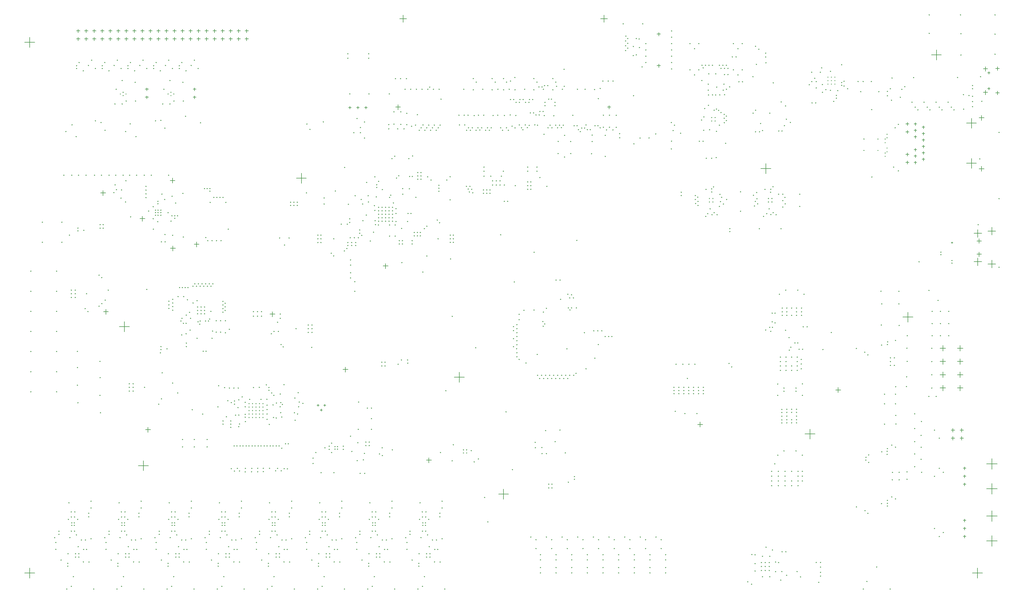
<source format=gbr>
%TF.GenerationSoftware,Altium Limited,Altium Designer,22.6.1 (34)*%
G04 Layer_Color=128*
%FSLAX26Y26*%
%MOIN*%
%TF.SameCoordinates,08F94D22-2ED8-4738-ABBF-34BB79D8E07D*%
%TF.FilePolarity,Positive*%
%TF.FileFunction,Drillmap*%
%TF.Part,Single*%
G01*
G75*
%TA.AperFunction,NonConductor*%
%ADD256C,0.005000*%
D256*
X11827362Y2125000D02*
X11872638D01*
X11850000Y2102362D02*
Y2147638D01*
X11827362Y2225000D02*
X11872638D01*
X11850000Y2202362D02*
Y2247638D01*
X11937362Y2125000D02*
X11982638D01*
X11960000Y2102362D02*
Y2147638D01*
X11937362Y2225000D02*
X11982638D01*
X11960000Y2202362D02*
Y2247638D01*
X4614500Y1039500D02*
X4624500D01*
X4619500Y1034500D02*
Y1044500D01*
X4614500Y1070500D02*
X4624500D01*
X4619500Y1065500D02*
Y1075500D01*
X4645500Y1039500D02*
X4655500D01*
X4650500Y1034500D02*
Y1044500D01*
X4645500Y1070500D02*
X4655500D01*
X4650500Y1065500D02*
Y1075500D01*
X5239500Y1039500D02*
X5249500D01*
X5244500Y1034500D02*
Y1044500D01*
X5239500Y1070500D02*
X5249500D01*
X5244500Y1065500D02*
Y1075500D01*
X5270500Y1039500D02*
X5280500D01*
X5275500Y1034500D02*
Y1044500D01*
X5270500Y1070500D02*
X5280500D01*
X5275500Y1065500D02*
Y1075500D01*
X1263504Y3700000D02*
X1326496D01*
X1295000Y3668504D02*
Y3731496D01*
X1718504Y4860000D02*
X1781496D01*
X1750000Y4828504D02*
Y4891496D01*
X1228504Y5180000D02*
X1291496D01*
X1260000Y5148504D02*
Y5211496D01*
X2098504Y4490000D02*
X2161496D01*
X2130000Y4458504D02*
Y4521496D01*
X2393504Y4540000D02*
X2456496D01*
X2425000Y4508504D02*
Y4571496D01*
X2093504Y5335000D02*
X2156496D01*
X2125000Y5303504D02*
Y5366496D01*
X3364500Y1039500D02*
X3374500D01*
X3369500Y1034500D02*
Y1044500D01*
X3364500Y1070500D02*
X3374500D01*
X3369500Y1065500D02*
Y1075500D01*
X3395500Y1039500D02*
X3405500D01*
X3400500Y1034500D02*
Y1044500D01*
X3395500Y1070500D02*
X3405500D01*
X3400500Y1065500D02*
Y1075500D01*
X864500Y1039500D02*
X874500D01*
X869500Y1034500D02*
Y1044500D01*
X864500Y1070500D02*
X874500D01*
X869500Y1065500D02*
Y1075500D01*
X895500Y1039500D02*
X905500D01*
X900500Y1034500D02*
Y1044500D01*
X895500Y1070500D02*
X905500D01*
X900500Y1065500D02*
Y1075500D01*
X1785315Y6473071D02*
X1824685D01*
X1805000Y6453386D02*
Y6492756D01*
X1785315Y6373071D02*
X1824685D01*
X1805000Y6353386D02*
Y6392756D01*
X8668504Y2295000D02*
X8731496D01*
X8700000Y2263504D02*
Y2326496D01*
X2380315Y6473071D02*
X2419685D01*
X2400000Y6453386D02*
Y6492756D01*
X2380315Y6373071D02*
X2419685D01*
X2400000Y6353386D02*
Y6392756D01*
X4317500Y6245236D02*
X4352500D01*
X4335000Y6227736D02*
Y6262736D01*
X4417500Y6245236D02*
X4452500D01*
X4435000Y6227736D02*
Y6262736D01*
X4517500Y6245236D02*
X4552500D01*
X4535000Y6227736D02*
Y6262736D01*
X10388504Y2725000D02*
X10451496D01*
X10420000Y2693504D02*
Y2756496D01*
X12281417Y6678425D02*
X12312913D01*
X12297165Y6662677D02*
Y6694173D01*
X12281417Y6481575D02*
X12312913D01*
X12297165Y6465827D02*
Y6497323D01*
X12228268Y6433346D02*
X12283386D01*
X12255827Y6405788D02*
Y6460905D01*
X12228268Y6726654D02*
X12283386D01*
X12255827Y6699095D02*
Y6754212D01*
X12381811Y6427441D02*
X12429055D01*
X12405433Y6403819D02*
Y6451063D01*
X12381811Y6732559D02*
X12429055D01*
X12405433Y6708937D02*
Y6756181D01*
X11977500Y1750000D02*
X12012500D01*
X11995000Y1732500D02*
Y1767500D01*
X11977500Y1650000D02*
X12012500D01*
X11995000Y1632500D02*
Y1667500D01*
X11977500Y1550000D02*
X12012500D01*
X11995000Y1532500D02*
Y1567500D01*
X12268000Y1805000D02*
X12402000D01*
X12335000Y1738000D02*
Y1872000D01*
X12268000Y1495000D02*
X12402000D01*
X12335000Y1428000D02*
Y1562000D01*
X3028347Y7200000D02*
X3071653D01*
X3050000Y7178346D02*
Y7221654D01*
X3028347Y7100000D02*
X3071653D01*
X3050000Y7078346D02*
Y7121654D01*
X2928347Y7200000D02*
X2971653D01*
X2950000Y7178346D02*
Y7221654D01*
X2928347Y7100000D02*
X2971653D01*
X2950000Y7078346D02*
Y7121654D01*
X2828347Y7200000D02*
X2871653D01*
X2850000Y7178346D02*
Y7221654D01*
X2828347Y7100000D02*
X2871653D01*
X2850000Y7078346D02*
Y7121654D01*
X2728347Y7200000D02*
X2771653D01*
X2750000Y7178346D02*
Y7221654D01*
X2728347Y7100000D02*
X2771653D01*
X2750000Y7078346D02*
Y7121654D01*
X2628347Y7200000D02*
X2671653D01*
X2650000Y7178346D02*
Y7221654D01*
X2628347Y7100000D02*
X2671653D01*
X2650000Y7078346D02*
Y7121654D01*
X2528347Y7200000D02*
X2571653D01*
X2550000Y7178346D02*
Y7221654D01*
X2528347Y7100000D02*
X2571653D01*
X2550000Y7078346D02*
Y7121654D01*
X2428347Y7200000D02*
X2471653D01*
X2450000Y7178346D02*
Y7221654D01*
X2428347Y7100000D02*
X2471653D01*
X2450000Y7078346D02*
Y7121654D01*
X2328347Y7200000D02*
X2371653D01*
X2350000Y7178346D02*
Y7221654D01*
X2328347Y7100000D02*
X2371653D01*
X2350000Y7078346D02*
Y7121654D01*
X2228347Y7200000D02*
X2271653D01*
X2250000Y7178346D02*
Y7221654D01*
X2228347Y7100000D02*
X2271653D01*
X2250000Y7078346D02*
Y7121654D01*
X2128347Y7200000D02*
X2171653D01*
X2150000Y7178346D02*
Y7221654D01*
X2128347Y7100000D02*
X2171653D01*
X2150000Y7078346D02*
Y7121654D01*
X2028347Y7200000D02*
X2071653D01*
X2050000Y7178346D02*
Y7221654D01*
X2028347Y7100000D02*
X2071653D01*
X2050000Y7078346D02*
Y7121654D01*
X1928347Y7200000D02*
X1971653D01*
X1950000Y7178346D02*
Y7221654D01*
X1928347Y7100000D02*
X1971653D01*
X1950000Y7078346D02*
Y7121654D01*
X1828347Y7200000D02*
X1871653D01*
X1850000Y7178346D02*
Y7221654D01*
X1828347Y7100000D02*
X1871653D01*
X1850000Y7078346D02*
Y7121654D01*
X1728347Y7200000D02*
X1771653D01*
X1750000Y7178346D02*
Y7221654D01*
X1728347Y7100000D02*
X1771653D01*
X1750000Y7078346D02*
Y7121654D01*
X1628347Y7200000D02*
X1671653D01*
X1650000Y7178346D02*
Y7221654D01*
X1628347Y7100000D02*
X1671653D01*
X1650000Y7078346D02*
Y7121654D01*
X1528347Y7200000D02*
X1571653D01*
X1550000Y7178346D02*
Y7221654D01*
X1528347Y7100000D02*
X1571653D01*
X1550000Y7078346D02*
Y7121654D01*
X1428347Y7200000D02*
X1471653D01*
X1450000Y7178346D02*
Y7221654D01*
X1428347Y7100000D02*
X1471653D01*
X1450000Y7078346D02*
Y7121654D01*
X1328347Y7200000D02*
X1371653D01*
X1350000Y7178346D02*
Y7221654D01*
X1328347Y7100000D02*
X1371653D01*
X1350000Y7078346D02*
Y7121654D01*
X1228347Y7200000D02*
X1271653D01*
X1250000Y7178346D02*
Y7221654D01*
X1228347Y7100000D02*
X1271653D01*
X1250000Y7078346D02*
Y7121654D01*
X1128347Y7200000D02*
X1171653D01*
X1150000Y7178346D02*
Y7221654D01*
X1128347Y7100000D02*
X1171653D01*
X1150000Y7078346D02*
Y7121654D01*
X1028347Y7200000D02*
X1071653D01*
X1050000Y7178346D02*
Y7221654D01*
X1028347Y7100000D02*
X1071653D01*
X1050000Y7078346D02*
Y7121654D01*
X928346Y7200000D02*
X971654D01*
X950000Y7178346D02*
Y7221654D01*
X928346Y7100000D02*
X971654D01*
X950000Y7078346D02*
Y7121654D01*
X7457500Y7352000D02*
X7546500D01*
X7502000Y7307500D02*
Y7396500D01*
X4953500Y7352000D02*
X5042500D01*
X4998000Y7307500D02*
Y7396500D01*
X12286772Y4705000D02*
X12383228D01*
X12335000Y4656772D02*
Y4753228D01*
X12286772Y4295000D02*
X12383228D01*
X12335000Y4246772D02*
Y4343228D01*
X12111772Y4323000D02*
X12208228D01*
X12160000Y4274772D02*
Y4371228D01*
X12111772Y4677000D02*
X12208228D01*
X12160000Y4628772D02*
Y4725228D01*
X12147205Y4417323D02*
X12204291D01*
X12175748Y4388779D02*
Y4445866D01*
X12147205Y4582677D02*
X12204291D01*
X12175748Y4554134D02*
Y4611221D01*
X5288504Y1850000D02*
X5351496D01*
X5320000Y1818504D02*
Y1881496D01*
X1788504Y2230000D02*
X1851496D01*
X1820000Y2198504D02*
Y2261496D01*
X4175500Y1989500D02*
X4185500D01*
X4180500Y1984500D02*
Y1994500D01*
X4144500Y1989500D02*
X4154500D01*
X4149500Y1984500D02*
Y1994500D01*
X4175500Y2020500D02*
X4185500D01*
X4180500Y2015500D02*
Y2025500D01*
X4144500Y2020500D02*
X4154500D01*
X4149500Y2015500D02*
Y2025500D01*
X4903461Y6250000D02*
X4966461D01*
X4934961Y6218500D02*
Y6281500D01*
X7543461Y6250000D02*
X7586461D01*
X7564961Y6228500D02*
Y6271500D01*
X281488Y7058268D02*
X407488D01*
X344488Y6995268D02*
Y7121268D01*
X281488Y444094D02*
X407488D01*
X344488Y381094D02*
Y507094D01*
X4020500Y1070500D02*
X4030500D01*
X4025500Y1065500D02*
Y1075500D01*
X4020500Y1039500D02*
X4030500D01*
X4025500Y1034500D02*
Y1044500D01*
X3989500Y1070500D02*
X3999500D01*
X3994500Y1065500D02*
Y1075500D01*
X3989500Y1039500D02*
X3999500D01*
X3994500Y1034500D02*
Y1044500D01*
X2770500Y1070500D02*
X2780500D01*
X2775500Y1065500D02*
Y1075500D01*
X2770500Y1039500D02*
X2780500D01*
X2775500Y1034500D02*
Y1044500D01*
X2739500Y1070500D02*
X2749500D01*
X2744500Y1065500D02*
Y1075500D01*
X2739500Y1039500D02*
X2749500D01*
X2744500Y1034500D02*
Y1044500D01*
X2145500Y1070500D02*
X2155500D01*
X2150500Y1065500D02*
Y1075500D01*
X2145500Y1039500D02*
X2155500D01*
X2150500Y1034500D02*
Y1044500D01*
X2114500Y1070500D02*
X2124500D01*
X2119500Y1065500D02*
Y1075500D01*
X2114500Y1039500D02*
X2124500D01*
X2119500Y1034500D02*
Y1044500D01*
X1520500Y1070500D02*
X1530500D01*
X1525500Y1065500D02*
Y1075500D01*
X1520500Y1039500D02*
X1530500D01*
X1525500Y1034500D02*
Y1044500D01*
X1489500Y1070500D02*
X1499500D01*
X1494500Y1065500D02*
Y1075500D01*
X1489500Y1039500D02*
X1499500D01*
X1494500Y1034500D02*
Y1044500D01*
X11580701Y6900787D02*
X11706701D01*
X11643701Y6837787D02*
Y6963787D01*
X9454717Y5483465D02*
X9580717D01*
X9517717Y5420465D02*
Y5546465D01*
X3667315Y5365354D02*
X3793315D01*
X3730315Y5302354D02*
Y5428354D01*
X11226370Y3633071D02*
X11352370D01*
X11289370Y3570071D02*
Y3696071D01*
X5635819Y2885039D02*
X5761819D01*
X5698819Y2822039D02*
Y2948039D01*
X1462591Y3514961D02*
X1588591D01*
X1525591Y3451961D02*
Y3577961D01*
X10005898Y2176378D02*
X10131898D01*
X10068898Y2113378D02*
Y2239378D01*
X6187000Y1428347D02*
X6313000D01*
X6250000Y1365347D02*
Y1491347D01*
X1698811Y1782677D02*
X1824811D01*
X1761811Y1719677D02*
Y1845677D01*
X12092512Y444094D02*
X12218512D01*
X12155512Y381094D02*
Y507094D01*
X11688032Y2750000D02*
X11758898D01*
X11723465Y2714567D02*
Y2785433D01*
X11688032Y2915354D02*
X11758898D01*
X11723465Y2879921D02*
Y2950787D01*
X11688032Y3080709D02*
X11758898D01*
X11723465Y3045276D02*
Y3116142D01*
X11688032Y3246063D02*
X11758898D01*
X11723465Y3210630D02*
Y3281496D01*
X11904567Y3246063D02*
X11975433D01*
X11940000Y3210630D02*
Y3281496D01*
X11904567Y3080709D02*
X11975433D01*
X11940000Y3045276D02*
Y3116142D01*
X11904567Y2915354D02*
X11975433D01*
X11940000Y2879921D02*
Y2950787D01*
X11904567Y2750000D02*
X11975433D01*
X11940000Y2714567D02*
Y2785433D01*
X8162599Y7160630D02*
X8205118D01*
X8183858Y7139370D02*
Y7181890D01*
X8162599Y6766929D02*
X8205118D01*
X8183858Y6745669D02*
Y6788189D01*
X12019252Y5550000D02*
X12143268D01*
X12081260Y5487992D02*
Y5612008D01*
X12019252Y6050000D02*
X12143268D01*
X12081260Y5987992D02*
Y6112008D01*
X12174961Y6117520D02*
X12237953D01*
X12206457Y6086024D02*
Y6149016D01*
X12174961Y5482480D02*
X12237953D01*
X12206457Y5450984D02*
Y5513976D01*
X11261181Y5939764D02*
X11301338D01*
X11281260Y5919685D02*
Y5959842D01*
X11261181Y5660236D02*
X11301338D01*
X11281260Y5640158D02*
Y5680315D01*
X11261181Y6039764D02*
X11301338D01*
X11281260Y6019685D02*
Y6059842D01*
X11261181Y5560236D02*
X11301338D01*
X11281260Y5540158D02*
Y5580315D01*
X11363543Y5879724D02*
X11398976D01*
X11381260Y5862008D02*
Y5897441D01*
X11363543Y5720276D02*
X11398976D01*
X11381260Y5702559D02*
Y5737992D01*
X11363543Y5959646D02*
X11398976D01*
X11381260Y5941929D02*
Y5977362D01*
X11363543Y5640354D02*
X11398976D01*
X11381260Y5622638D02*
Y5658071D01*
X11363543Y6039567D02*
X11398976D01*
X11381260Y6021850D02*
Y6057283D01*
X11363543Y5560433D02*
X11398976D01*
X11381260Y5542717D02*
Y5578150D01*
X11463543Y5839961D02*
X11498976D01*
X11481260Y5822244D02*
Y5857677D01*
X11463543Y5760039D02*
X11498976D01*
X11481260Y5742323D02*
Y5777756D01*
X11463543Y5680118D02*
X11498976D01*
X11481260Y5662402D02*
Y5697835D01*
X11463543Y5919882D02*
X11498976D01*
X11481260Y5902165D02*
Y5937598D01*
X11463543Y5999803D02*
X11498976D01*
X11481260Y5982087D02*
Y6017520D01*
X11463543Y5600197D02*
X11498976D01*
X11481260Y5582480D02*
Y5617913D01*
X11977500Y1100000D02*
X12012500D01*
X11995000Y1082500D02*
Y1117500D01*
X11977500Y1000000D02*
X12012500D01*
X11995000Y982500D02*
Y1017500D01*
X11977500Y900000D02*
X12012500D01*
X11995000Y882500D02*
Y917500D01*
X12268000Y1155000D02*
X12402000D01*
X12335000Y1088000D02*
Y1222000D01*
X12268000Y845000D02*
X12402000D01*
X12335000Y778000D02*
Y912000D01*
X4248504Y2980000D02*
X4311496D01*
X4280000Y2948504D02*
Y3011496D01*
X4748504Y4270000D02*
X4811496D01*
X4780000Y4238504D02*
Y4301496D01*
X3338504Y3670000D02*
X3401496D01*
X3370000Y3638504D02*
Y3701496D01*
X6887126Y2082284D02*
X6897126D01*
X6892126Y2077284D02*
Y2087284D01*
X6768622Y2220472D02*
X6778622D01*
X6773622Y2215472D02*
Y2225472D01*
X7014291Y1941339D02*
X7024291D01*
X7019291Y1936339D02*
Y1946339D01*
X6639488Y2074016D02*
X6649488D01*
X6644488Y2069016D02*
Y2079016D01*
X6722559Y2008661D02*
X6732559D01*
X6727559Y2003661D02*
Y2013661D01*
X6640669Y2006299D02*
X6650669D01*
X6645669Y2001299D02*
Y2011299D01*
X6778465Y1933465D02*
X6788465D01*
X6783465Y1928465D02*
Y1938465D01*
X6724528Y1933858D02*
X6734528D01*
X6729528Y1928858D02*
Y1938858D01*
X5100118Y6011811D02*
X5110118D01*
X5105118Y6006811D02*
Y6016811D01*
X4327283Y4812992D02*
X4337283D01*
X4332283Y4807992D02*
Y4817992D01*
X4825000Y4781890D02*
X4835000D01*
X4830000Y4776890D02*
Y4786890D01*
X4686725Y4782099D02*
X4696725D01*
X4691725Y4777099D02*
Y4787099D01*
X6439409Y3601535D02*
X6449409D01*
X6444409Y3596535D02*
Y3606535D01*
X9510276Y6924109D02*
X9520276D01*
X9515276Y6919109D02*
Y6929109D01*
X9510276Y6874808D02*
X9520276D01*
X9515276Y6869808D02*
Y6879808D01*
X10920984Y6444095D02*
X10930984D01*
X10925984Y6439095D02*
Y6449095D01*
X11902480Y6620472D02*
X11912480D01*
X11907480Y6615472D02*
Y6625472D01*
X11354843Y6618504D02*
X11364843D01*
X11359843Y6613504D02*
Y6623504D01*
X11086339Y6613779D02*
X11096339D01*
X11091339Y6608779D02*
Y6618779D01*
X10696575Y6444095D02*
X10706575D01*
X10701575Y6439095D02*
Y6449095D01*
X8998543Y6404724D02*
X9008543D01*
X9003543Y6399724D02*
Y6409724D01*
X8939488Y6403937D02*
X8949488D01*
X8944488Y6398937D02*
Y6408937D01*
X8888307Y6402756D02*
X8898307D01*
X8893307Y6397756D02*
Y6407756D01*
X8849331Y6403150D02*
X8859331D01*
X8854331Y6398150D02*
Y6408150D01*
X8798543Y6402362D02*
X8808543D01*
X8803543Y6397362D02*
Y6407362D01*
X8797362Y6273228D02*
X8807362D01*
X8802362Y6268228D02*
Y6278228D01*
X8750512Y6233858D02*
X8760512D01*
X8755512Y6228858D02*
Y6238858D01*
X7004842Y5628346D02*
X7014842D01*
X7009842Y5623346D02*
Y5633346D01*
X8140276Y5917717D02*
X8150276D01*
X8145276Y5912717D02*
Y5922717D01*
X8338307Y5826772D02*
X8348307D01*
X8343307Y5821772D02*
Y5831772D01*
X8336339Y5731102D02*
X8346339D01*
X8341339Y5726102D02*
Y5736102D01*
X8356811Y5958268D02*
X8366811D01*
X8361811Y5953268D02*
Y5963268D01*
X8057205Y5866535D02*
X8067205D01*
X8062205Y5861535D02*
Y5871535D01*
X7945787Y5866142D02*
X7955787D01*
X7950787Y5861142D02*
Y5871142D01*
X7693032Y5868110D02*
X7703032D01*
X7698032Y5863110D02*
Y5873110D01*
X7511929Y5899213D02*
X7521929D01*
X7516929Y5894213D02*
Y5904213D01*
X7511929Y5637008D02*
X7521929D01*
X7516929Y5632008D02*
Y5642008D01*
X7349331Y5902362D02*
X7359331D01*
X7354331Y5897362D02*
Y5907362D01*
X7349331Y5822835D02*
X7359331D01*
X7354331Y5817835D02*
Y5827835D01*
X7341063Y5670472D02*
X7351063D01*
X7346063Y5665472D02*
Y5675472D01*
X7006417Y5898819D02*
X7016417D01*
X7011417Y5893819D02*
Y5903819D01*
X6926496Y5823228D02*
X6936496D01*
X6931496Y5818228D02*
Y5828228D01*
X7081221Y5821260D02*
X7091221D01*
X7086221Y5816260D02*
Y5826260D01*
X7083189Y5671654D02*
X7093189D01*
X7088189Y5666654D02*
Y5676654D01*
X6924134Y5671260D02*
X6934134D01*
X6929134Y5666260D02*
Y5676260D01*
X5584764Y4358268D02*
X5594764D01*
X5589764Y4353268D02*
Y4363268D01*
X6380039Y4071260D02*
X6390039D01*
X6385039Y4066260D02*
Y4076260D01*
X6626102Y4441732D02*
X6636102D01*
X6631102Y4436732D02*
Y4446732D01*
X3854843Y3257874D02*
X3864843D01*
X3859843Y3252874D02*
Y3262874D01*
X940276Y2567716D02*
X950276D01*
X945276Y2562716D02*
Y2572716D01*
X933976Y2784648D02*
X943976D01*
X938976Y2779648D02*
Y2789648D01*
X935158Y3005905D02*
X945158D01*
X940158Y3000905D02*
Y3010905D01*
X933583Y3207874D02*
X943583D01*
X938583Y3202874D02*
Y3212874D01*
X1215866Y3082677D02*
X1225866D01*
X1220866Y3077677D02*
Y3087677D01*
X1217441Y2880709D02*
X1227441D01*
X1222441Y2875709D02*
Y2885709D01*
X1216260Y2659451D02*
X1226260D01*
X1221260Y2654451D02*
Y2664451D01*
X1222559Y2442520D02*
X1232559D01*
X1227559Y2437520D02*
Y2447520D01*
X2391063Y2108661D02*
X2401063D01*
X2396063Y2103661D02*
Y2113661D01*
X2244724Y2108661D02*
X2254724D01*
X2249724Y2103661D02*
Y2113661D01*
X2244724Y2017362D02*
X2254724D01*
X2249724Y2012362D02*
Y2022362D01*
X2391063Y2017362D02*
X2401063D01*
X2396063Y2012362D02*
Y2022362D01*
X2550669Y2108661D02*
X2560669D01*
X2555669Y2103661D02*
Y2113661D01*
X2550669Y2017362D02*
X2560669D01*
X2555669Y2012362D02*
Y2022362D01*
X11543819Y2646063D02*
X11553819D01*
X11548819Y2641063D02*
Y2651063D01*
X11635945Y2645276D02*
X11645945D01*
X11640945Y2640276D02*
Y2650276D01*
X11090276Y1698425D02*
X11100276D01*
X11095276Y1693425D02*
Y1703425D01*
X11089488Y1606299D02*
X11099488D01*
X11094488Y1601299D02*
Y1611299D01*
X11174921Y1699606D02*
X11184921D01*
X11179921Y1694606D02*
Y1704606D01*
X11174134Y1607480D02*
X11184134D01*
X11179134Y1602480D02*
Y1612480D01*
X11272165Y1612992D02*
X11282165D01*
X11277165Y1607992D02*
Y1617992D01*
X11272953Y1705118D02*
X11282953D01*
X11277953Y1700118D02*
Y1710118D01*
X11453268Y2334437D02*
X11463268D01*
X11458268Y2329437D02*
Y2339437D01*
X11367559Y1771018D02*
X11377559D01*
X11372559Y1766018D02*
Y1776018D01*
X11447756Y1861811D02*
X11457756D01*
X11452756Y1856811D02*
Y1866811D01*
X11367559Y1929198D02*
X11377559D01*
X11372559Y1924198D02*
Y1934198D01*
X11448543Y2012598D02*
X11458543D01*
X11453543Y2007598D02*
Y2017598D01*
X11367559Y2081888D02*
X11377559D01*
X11372559Y2076888D02*
Y2086888D01*
X11448151Y2160158D02*
X11458151D01*
X11453151Y2155158D02*
Y2165158D01*
X11367559Y2245562D02*
X11377559D01*
X11372559Y2240562D02*
Y2250562D01*
X11367559Y2427910D02*
X11377559D01*
X11372559Y2422910D02*
Y2432910D01*
X11454843Y1701181D02*
X11464843D01*
X11459843Y1696181D02*
Y1706181D01*
X11133976Y2301575D02*
X11143976D01*
X11138976Y2296575D02*
Y2306575D01*
X10992244Y2300000D02*
X11002244D01*
X10997244Y2295000D02*
Y2305000D01*
X11133189Y2408661D02*
X11143189D01*
X11138189Y2403661D02*
Y2413661D01*
X11131614Y2767323D02*
X11141614D01*
X11136614Y2762323D02*
Y2772323D01*
X11266260Y2768110D02*
X11276260D01*
X11271260Y2763110D02*
Y2773110D01*
X11267835Y2890551D02*
X11277835D01*
X11272835Y2885551D02*
Y2895551D01*
X11129252Y2554134D02*
X11139252D01*
X11134252Y2549134D02*
Y2559134D01*
X11129252Y2673228D02*
X11139252D01*
X11134252Y2668228D02*
Y2678228D01*
X10992913Y2554134D02*
X11002913D01*
X10997913Y2549134D02*
Y2559134D01*
X10992913Y2673228D02*
X11002913D01*
X10997913Y2668228D02*
Y2678228D01*
X11273740Y3082677D02*
X11283740D01*
X11278740Y3077677D02*
Y3087677D01*
X11065175Y3080709D02*
X11075175D01*
X11070175Y3075709D02*
Y3085709D01*
X11114175Y3126798D02*
X11124175D01*
X11119175Y3121798D02*
Y3131798D01*
X11065175Y3032848D02*
X11075175D01*
X11070175Y3027848D02*
Y3037848D01*
X11065175Y3126798D02*
X11075175D01*
X11070175Y3121798D02*
Y3131798D01*
X11114175Y3032848D02*
X11124175D01*
X11119175Y3027848D02*
Y3037848D01*
X11270984Y3246457D02*
X11280984D01*
X11275984Y3241457D02*
Y3251457D01*
X11276102Y3402756D02*
X11286102D01*
X11281102Y3397756D02*
Y3407756D01*
X11174921Y3529921D02*
X11184921D01*
X11179921Y3524921D02*
Y3534921D01*
X10952480Y3535433D02*
X10962480D01*
X10957480Y3530433D02*
Y3540433D01*
X11170197Y3798819D02*
X11180197D01*
X11175197Y3793819D02*
Y3803819D01*
X10956811Y3799213D02*
X10966811D01*
X10961811Y3794213D02*
Y3804213D01*
X10947756Y3957087D02*
X10957756D01*
X10952756Y3952087D02*
Y3962087D01*
X11170197Y3955905D02*
X11180197D01*
X11175197Y3950905D02*
Y3960905D01*
X11659567Y3841339D02*
X11669567D01*
X11664567Y3836339D02*
Y3846339D01*
X11545787Y3966929D02*
X11555787D01*
X11550787Y3961929D02*
Y3971929D01*
X11585551Y3402362D02*
X11595551D01*
X11590551Y3397362D02*
Y3407362D01*
X11585551Y3553543D02*
X11595551D01*
X11590551Y3548543D02*
Y3558543D01*
X11585551Y3704724D02*
X11595551D01*
X11590551Y3699724D02*
Y3709724D01*
X11689094Y3704724D02*
X11699094D01*
X11694094Y3699724D02*
Y3709724D01*
X11689094Y3553543D02*
X11699094D01*
X11694094Y3548543D02*
Y3558543D01*
X11689094Y3402362D02*
X11699094D01*
X11694094Y3397362D02*
Y3407362D01*
X11792638Y3402362D02*
X11802638D01*
X11797638Y3397362D02*
Y3407362D01*
X11792638Y3553543D02*
X11802638D01*
X11797638Y3548543D02*
Y3558543D01*
X11792638Y3704724D02*
X11802638D01*
X11797638Y3699724D02*
Y3709724D01*
X4327283Y4859189D02*
X4337283D01*
X4332283Y4854189D02*
Y4864189D01*
X498150Y4566535D02*
X508150D01*
X503150Y4561535D02*
Y4571535D01*
X498150Y4816929D02*
X508150D01*
X503150Y4811929D02*
Y4821929D01*
X741063Y4566538D02*
X751063D01*
X746063Y4561538D02*
Y4571538D01*
X741063Y4816929D02*
X751063D01*
X746063Y4811929D02*
Y4821929D01*
X353661Y3955905D02*
X363661D01*
X358661Y3950905D02*
Y3960905D01*
X353661Y4206299D02*
X363661D01*
X358661Y4201299D02*
Y4211299D01*
X353661Y3705512D02*
X363661D01*
X358661Y3700512D02*
Y3710512D01*
X353661Y3455118D02*
X363661D01*
X358661Y3450118D02*
Y3460118D01*
X353661Y3204724D02*
X363661D01*
X358661Y3199724D02*
Y3209724D01*
X353661Y2954331D02*
X363661D01*
X358661Y2949331D02*
Y2959331D01*
X353661Y2703937D02*
X363661D01*
X358661Y2698937D02*
Y2708937D01*
X676102Y2703937D02*
X686102D01*
X681102Y2698937D02*
Y2708937D01*
X676102Y2954328D02*
X686102D01*
X681102Y2949328D02*
Y2959328D01*
X676102Y3204720D02*
X686102D01*
X681102Y3199720D02*
Y3209720D01*
X676102Y3455111D02*
X686102D01*
X681102Y3450111D02*
Y3460111D01*
X676102Y3705503D02*
X686102D01*
X681102Y3700503D02*
Y3710503D01*
X676102Y4206285D02*
X686102D01*
X681102Y4201285D02*
Y4211285D01*
X676102Y3955894D02*
X686102D01*
X681102Y3950894D02*
Y3960894D01*
X3453870Y4619908D02*
X3463870D01*
X3458870Y4614908D02*
Y4624908D01*
X3572771Y4619908D02*
X3582771D01*
X3577771Y4614908D02*
Y4624908D01*
X3515866Y4531496D02*
X3525866D01*
X3520866Y4526496D02*
Y4536496D01*
X6276496Y2453937D02*
X6286496D01*
X6281496Y2448937D02*
Y2458937D01*
X6008779Y1387795D02*
X6018779D01*
X6013779Y1382795D02*
Y1392795D01*
X6049331Y1081496D02*
X6059331D01*
X6054331Y1076496D02*
Y1086496D01*
X6946968Y2227559D02*
X6956968D01*
X6951968Y2222559D02*
Y2232559D01*
X6355630Y1733465D02*
X6365630D01*
X6360630Y1728465D02*
Y1738465D01*
X5526102Y2716929D02*
X5536102D01*
X5531102Y2711929D02*
Y2721929D01*
X5897756Y3252362D02*
X5907756D01*
X5902756Y3247362D02*
Y3257362D01*
X5605630Y3643701D02*
X5615630D01*
X5610630Y3638701D02*
Y3648701D01*
X7157598Y4590551D02*
X7167598D01*
X7162598Y4585551D02*
Y4595551D01*
X6208779Y4659842D02*
X6218779D01*
X6213779Y4654842D02*
Y4664842D01*
X2531197Y3584867D02*
X2541197D01*
X2536197Y3579867D02*
Y3589867D01*
X2598428Y3705079D02*
X2608428D01*
X2603428Y3700079D02*
Y3710079D01*
X2465116Y3585730D02*
X2475116D01*
X2470116Y3580730D02*
Y3590730D01*
X2437151Y3575849D02*
X2447151D01*
X2442151Y3570849D02*
Y3580849D01*
X2888000Y2028071D02*
X2898000D01*
X2893000Y2023071D02*
Y2033071D01*
X2922000Y2028071D02*
X2932000D01*
X2927000Y2023071D02*
Y2033071D01*
X9902874Y463740D02*
X9912874D01*
X9907874Y458740D02*
Y468740D01*
X9339488Y675788D02*
X9349488D01*
X9344488Y670788D02*
Y680788D01*
X9378858Y672047D02*
X9388858D01*
X9383858Y667047D02*
Y677047D01*
X9516417Y767126D02*
X9526417D01*
X9521417Y762126D02*
Y772126D01*
X9595787Y731890D02*
X9605787D01*
X9600787Y726890D02*
Y736890D01*
X9287913Y335827D02*
X9297913D01*
X9292913Y330827D02*
Y340827D01*
X9335500Y304673D02*
X9345500D01*
X9340500Y299673D02*
Y309673D01*
X9698543Y356693D02*
X9708543D01*
X9703543Y351693D02*
Y361693D01*
X9772559Y416535D02*
X9782559D01*
X9777559Y411535D02*
Y421535D01*
X9634291Y461417D02*
X9644291D01*
X9639291Y456417D02*
Y466417D01*
X9634291Y581890D02*
X9644291D01*
X9639291Y576890D02*
Y586890D01*
X9562052Y654134D02*
X9572052D01*
X9567052Y649134D02*
Y659134D01*
X9470792Y654134D02*
X9480792D01*
X9475792Y649134D02*
Y659134D01*
X9470788Y398701D02*
X9480788D01*
X9475788Y393701D02*
Y403701D01*
X9562047Y398701D02*
X9572047D01*
X9567047Y393701D02*
Y403701D01*
X9378858Y470945D02*
X9388858D01*
X9383858Y465945D02*
Y475945D01*
X9378858Y562205D02*
X9388858D01*
X9383858Y557205D02*
Y567205D01*
X9672165Y574803D02*
X9682165D01*
X9677165Y569803D02*
Y579803D01*
X9555787Y477205D02*
X9565787D01*
X9560787Y472205D02*
Y482205D01*
X9457362Y477205D02*
X9467362D01*
X9462362Y472205D02*
Y482205D01*
X9555787Y575630D02*
X9565787D01*
X9560787Y570630D02*
Y580630D01*
X9457362Y575630D02*
X9467362D01*
X9462362Y570630D02*
Y580630D01*
X9457362Y526418D02*
X9467362D01*
X9462362Y521418D02*
Y531418D01*
X9555787Y526417D02*
X9565787D01*
X9560787Y521417D02*
Y531417D01*
X9506575Y526417D02*
X9516575D01*
X9511575Y521417D02*
Y531417D01*
X9506575Y575630D02*
X9516575D01*
X9511575Y570630D02*
Y580630D01*
X9506575Y477205D02*
X9516575D01*
X9511575Y472205D02*
Y482205D01*
X8385000Y2460150D02*
X8395000D01*
X8390000Y2455150D02*
Y2465150D01*
X8505000Y2432008D02*
X8515000D01*
X8510000Y2427008D02*
Y2437008D01*
X8655000Y2432008D02*
X8665000D01*
X8660000Y2427008D02*
Y2437008D01*
X6634646Y6030256D02*
X6644646D01*
X6639646Y6025256D02*
Y6035256D01*
X2935897Y2506320D02*
X2945897D01*
X2940897Y2501320D02*
Y2511320D01*
X9759173Y6265984D02*
X9769173D01*
X9764173Y6260984D02*
Y6270984D01*
X9704803Y6315354D02*
X9714803D01*
X9709803Y6310354D02*
Y6320354D01*
X3925370Y2535039D02*
X3953370D01*
X3939370Y2521039D02*
Y2549039D01*
X4007370Y2535039D02*
X4035370D01*
X4021370Y2521039D02*
Y2549039D01*
X3964370Y2476039D02*
X3992370D01*
X3978370Y2462039D02*
Y2490039D01*
X10408954Y6457365D02*
X10418954D01*
X10413954Y6452365D02*
Y6462365D01*
X11694213Y4443898D02*
X11704213D01*
X11699213Y4438898D02*
Y4448898D01*
X11694213Y4412402D02*
X11704213D01*
X11699213Y4407402D02*
Y4417402D01*
X3562009Y2056111D02*
X3572009D01*
X3567009Y2051111D02*
Y2061111D01*
X3527009Y2056111D02*
X3537009D01*
X3532009Y2051111D02*
Y2061111D01*
X3413000Y2028071D02*
X3423000D01*
X3418000Y2023071D02*
Y2033071D01*
X3447000Y2028071D02*
X3457000D01*
X3452000Y2023071D02*
Y2033071D01*
X5619409Y2042913D02*
X5629409D01*
X5624409Y2037913D02*
Y2047913D01*
X7052154Y1577136D02*
X7062154D01*
X7057154Y1572136D02*
Y1582136D01*
X5605000Y1843727D02*
X5615000D01*
X5610000Y1838727D02*
Y1848727D01*
X5459646Y1947480D02*
X5469646D01*
X5464646Y1942480D02*
Y1952480D01*
X2695000Y2779088D02*
X2705000D01*
X2700000Y2774088D02*
Y2784088D01*
X2770000Y2754821D02*
X2780000D01*
X2775000Y2749821D02*
Y2759821D01*
X2830000Y2750884D02*
X2840000D01*
X2835000Y2745884D02*
Y2755884D01*
X2885000Y2750884D02*
X2895000D01*
X2890000Y2745884D02*
Y2755884D01*
X2940000Y2750884D02*
X2950000D01*
X2945000Y2745884D02*
Y2755884D01*
X1048896Y3925000D02*
X1058896D01*
X1053896Y3920000D02*
Y3930000D01*
X3229646Y3645748D02*
X3239646D01*
X3234646Y3640748D02*
Y3650748D01*
X3229646Y3702756D02*
X3239646D01*
X3234646Y3697756D02*
Y3707756D01*
X3178858Y3702756D02*
X3188858D01*
X3183858Y3697756D02*
Y3707756D01*
X3178858Y3645748D02*
X3188858D01*
X3183858Y3640748D02*
Y3650748D01*
X3128071Y3702756D02*
X3138071D01*
X3133071Y3697756D02*
Y3707756D01*
X3128071Y3645756D02*
X3138071D01*
X3133071Y3640756D02*
Y3650756D01*
X1798543Y3979449D02*
X1808543D01*
X1803543Y3974449D02*
Y3984449D01*
X2207500Y4001787D02*
X2217500D01*
X2212500Y3996787D02*
Y4006787D01*
X2242500Y4001787D02*
X2252500D01*
X2247500Y3996787D02*
Y4006787D01*
X2277500Y4001787D02*
X2287500D01*
X2282500Y3996787D02*
Y4006787D01*
X2312500Y4001787D02*
X2322500D01*
X2317500Y3996787D02*
Y4006787D01*
X6760984Y6268504D02*
X6770984D01*
X6765984Y6263504D02*
Y6273504D01*
X6760980Y6310236D02*
X6770980D01*
X6765980Y6305236D02*
Y6315236D01*
X6886335Y6310236D02*
X6896335D01*
X6891335Y6305236D02*
Y6315236D01*
X6886339Y6268504D02*
X6896339D01*
X6891339Y6263504D02*
Y6273504D01*
X10053868Y6530000D02*
X10063868D01*
X10058868Y6525000D02*
Y6535000D01*
X10121898Y6610000D02*
X10131898D01*
X10126898Y6605000D02*
Y6615000D01*
X10085000Y6685000D02*
X10095000D01*
X10090000Y6680000D02*
Y6690000D01*
X7869016Y5794095D02*
X7879016D01*
X7874016Y5789095D02*
Y5799095D01*
X8730772Y5824766D02*
X8740772D01*
X8735772Y5819766D02*
Y5829766D01*
X8683700Y5824766D02*
X8693700D01*
X8688700Y5819766D02*
Y5829766D01*
X7691620Y5920670D02*
X7701620D01*
X7696620Y5915670D02*
Y5925670D01*
X8451611Y5925197D02*
X8461611D01*
X8456611Y5920197D02*
Y5930197D01*
X8374559Y6025197D02*
X8384559D01*
X8379559Y6020197D02*
Y6030197D01*
X8336559Y6058463D02*
X8346559D01*
X8341559Y6053463D02*
Y6063463D01*
X7765829Y6955000D02*
X7775829D01*
X7770829Y6950000D02*
Y6960000D01*
X7765829Y7015000D02*
X7775829D01*
X7770829Y7010000D02*
Y7020000D01*
X8018268Y6806498D02*
X8028268D01*
X8023268Y6801498D02*
Y6811498D01*
X9040518Y6733078D02*
X9050518D01*
X9045518Y6728078D02*
Y6738078D01*
X9040518Y6657834D02*
X9050518D01*
X9045518Y6652834D02*
Y6662834D01*
X8997677Y6657834D02*
X9007677D01*
X9002677Y6652834D02*
Y6662834D01*
X8954000Y6733078D02*
X8964000D01*
X8959000Y6728078D02*
Y6738078D01*
X8890000Y6665075D02*
X8900000D01*
X8895000Y6660075D02*
Y6670075D01*
X8897344Y5949217D02*
X8907344D01*
X8902344Y5944217D02*
Y5954217D01*
X8934803Y6025348D02*
X8944803D01*
X8939803Y6020348D02*
Y6030348D01*
X8995227Y6056260D02*
X9005227D01*
X9000227Y6051260D02*
Y6061260D01*
X9021329Y6083898D02*
X9031329D01*
X9026329Y6078898D02*
Y6088898D01*
X9021680Y6138947D02*
X9031680D01*
X9026680Y6133947D02*
Y6143947D01*
X8994475Y6159724D02*
X9004475D01*
X8999475Y6154724D02*
Y6164724D01*
X8924578Y6210391D02*
X8934578D01*
X8929578Y6205391D02*
Y6215391D01*
X8869843Y6211585D02*
X8879843D01*
X8874843Y6206585D02*
Y6216585D01*
X8713110Y6090168D02*
X8723110D01*
X8718110Y6085168D02*
Y6095168D01*
X8740630Y6129528D02*
X8750630D01*
X8745630Y6124528D02*
Y6134528D01*
X6906268Y6510433D02*
X6916268D01*
X6911268Y6505433D02*
Y6515433D01*
X1597756Y4883071D02*
X1607756D01*
X1602756Y4878071D02*
Y4888071D01*
X4337339Y4121963D02*
X4347339D01*
X4342339Y4116963D02*
Y4126963D01*
X4339504Y4282179D02*
X4349504D01*
X4344504Y4277179D02*
Y4287179D01*
X4339504Y4187179D02*
X4349504D01*
X4344504Y4182179D02*
Y4192179D01*
X4391701Y4074679D02*
X4401701D01*
X4396701Y4069679D02*
Y4079679D01*
X4391701Y3954679D02*
X4401701D01*
X4396701Y3949679D02*
Y3959679D01*
X1990278Y2941063D02*
X2000278D01*
X1995278Y2936063D02*
Y2946063D01*
X3511651Y1745623D02*
X3521651D01*
X3516651Y1740623D02*
Y1750623D01*
X3429527Y1749183D02*
X3439527D01*
X3434527Y1744183D02*
Y1754183D01*
X2577362Y4049296D02*
X2587362D01*
X2582362Y4044296D02*
Y4054296D01*
X4265000Y5499000D02*
X4275000D01*
X4270000Y5494000D02*
Y5504000D01*
X4890000Y5639022D02*
X4900000D01*
X4895000Y5634022D02*
Y5644022D01*
X5110307Y5641422D02*
X5120307D01*
X5115307Y5636422D02*
Y5646422D01*
X2397500Y4049296D02*
X2407500D01*
X2402500Y4044296D02*
Y4054296D01*
X2074271Y3787500D02*
X2084271D01*
X2079271Y3782500D02*
Y3792500D01*
X5784095Y5962599D02*
X5794095D01*
X5789095Y5957599D02*
Y5967599D01*
X2074271Y3742500D02*
X2084271D01*
X2079271Y3737500D02*
Y3747500D01*
X2748067Y3830000D02*
X2758067D01*
X2753067Y3825000D02*
Y3835000D01*
X2775994Y3762500D02*
X2785994D01*
X2780994Y3757500D02*
Y3767500D01*
X2748067Y3785000D02*
X2758067D01*
X2753067Y3780000D02*
Y3790000D01*
X2775994Y3717500D02*
X2785994D01*
X2780994Y3712500D02*
Y3722500D01*
X3350431Y3427255D02*
X3360431D01*
X3355431Y3422255D02*
Y3432255D01*
X6000356Y5503390D02*
X6010356D01*
X6005356Y5498390D02*
Y5508390D01*
X6000356Y5452480D02*
X6010356D01*
X6005356Y5447480D02*
Y5457480D01*
X6086535Y5389961D02*
X6096535D01*
X6091535Y5384961D02*
Y5394961D01*
X6000354Y5389961D02*
X6010354D01*
X6005354Y5384961D02*
Y5394961D01*
X7201165Y5945888D02*
X7211165D01*
X7206165Y5940888D02*
Y5950888D01*
X8895043Y5621799D02*
X8905043D01*
X8900043Y5616799D02*
Y5626799D01*
X8837456Y5613390D02*
X8847456D01*
X8842456Y5608390D02*
Y5618390D01*
X8770473Y5613390D02*
X8780473D01*
X8775473Y5608390D02*
Y5618390D01*
X1006850Y6703974D02*
X1016850D01*
X1011850Y6698974D02*
Y6708974D01*
X955170Y6807402D02*
X965170D01*
X960170Y6802402D02*
Y6812402D01*
X6579409Y6178823D02*
X6589409D01*
X6584409Y6173823D02*
Y6183823D01*
X6618692Y6178823D02*
X6628692D01*
X6623692Y6173823D02*
Y6183823D01*
X5087756Y6473309D02*
X5097756D01*
X5092756Y6468309D02*
Y6478309D01*
X5016890Y6473309D02*
X5026890D01*
X5021890Y6468309D02*
Y6478309D01*
X5158623Y6473309D02*
X5168623D01*
X5163623Y6468309D02*
Y6478309D01*
X1159232Y6732599D02*
X1169232D01*
X1164232Y6727599D02*
Y6737599D01*
X1113150Y6834880D02*
X1123150D01*
X1118150Y6829880D02*
Y6839880D01*
X6648765Y6154217D02*
X6658765D01*
X6653765Y6149217D02*
Y6159217D01*
X6689119Y6154217D02*
X6699119D01*
X6694119Y6149217D02*
Y6159217D01*
X4567609Y6415000D02*
X4577609D01*
X4572609Y6410000D02*
Y6420000D01*
X1591975Y6041984D02*
X1601975D01*
X1596975Y6036984D02*
Y6046984D01*
X1275170Y6807402D02*
X1285170D01*
X1280170Y6802402D02*
Y6812402D01*
X1326850Y6703974D02*
X1336850D01*
X1331850Y6698974D02*
Y6708974D01*
X6696989Y6196539D02*
X6706989D01*
X6701989Y6191539D02*
Y6201539D01*
X6737343Y6196539D02*
X6747343D01*
X6742343Y6191539D02*
Y6201539D01*
X6560191Y6309925D02*
X6570191D01*
X6565191Y6304925D02*
Y6314925D01*
X6519837Y6309925D02*
X6529837D01*
X6524837Y6304925D02*
Y6314925D01*
X4821549Y6415000D02*
X4831549D01*
X4826549Y6410000D02*
Y6420000D01*
X5465434Y6350680D02*
X5475434D01*
X5470434Y6345680D02*
Y6355680D01*
X1479232Y6732599D02*
X1489232D01*
X1484232Y6727599D02*
Y6737599D01*
X6331165Y6346146D02*
X6341165D01*
X6336165Y6341146D02*
Y6351146D01*
X1433150Y6834880D02*
X1443150D01*
X1438150Y6829880D02*
Y6839880D01*
X6386835Y6467855D02*
X6396835D01*
X6391835Y6462855D02*
Y6472855D01*
X6315991Y6473315D02*
X6325991D01*
X6320991Y6468315D02*
Y6478315D01*
X6331643Y6575197D02*
X6341643D01*
X6336643Y6570197D02*
Y6580197D01*
X1646850Y6703974D02*
X1656850D01*
X1651850Y6698974D02*
Y6708974D01*
X1595170Y6807402D02*
X1605170D01*
X1600170Y6802402D02*
Y6812402D01*
X6449265Y6346146D02*
X6459265D01*
X6454265Y6341146D02*
Y6351146D01*
X6386614Y6620957D02*
X6396614D01*
X6391614Y6615957D02*
Y6625957D01*
X6489620Y6346146D02*
X6499620D01*
X6494620Y6341146D02*
Y6351146D01*
X6442091Y6309925D02*
X6452091D01*
X6447091Y6304925D02*
Y6314925D01*
X6401737Y6309925D02*
X6411737D01*
X6406737Y6304925D02*
Y6314925D01*
X2282933Y6136685D02*
X2292933D01*
X2287933Y6131685D02*
Y6141685D01*
X1907000Y6080000D02*
X1917000D01*
X1912000Y6075000D02*
Y6085000D01*
X1975000Y6084599D02*
X1985000D01*
X1980000Y6079599D02*
Y6089599D01*
X1799232Y6732599D02*
X1809232D01*
X1804232Y6727599D02*
Y6737599D01*
X1753150Y6834880D02*
X1763150D01*
X1758150Y6829880D02*
Y6839880D01*
X6507460Y6473315D02*
X6517460D01*
X6512460Y6468315D02*
Y6478315D01*
X1966850Y6703974D02*
X1976850D01*
X1971850Y6698974D02*
Y6708974D01*
X1915170Y6807402D02*
X1925170D01*
X1920170Y6802402D02*
Y6812402D01*
X6567365Y6346146D02*
X6577365D01*
X6572365Y6341146D02*
Y6351146D01*
X2119232Y6732599D02*
X2129232D01*
X2124232Y6727599D02*
Y6737599D01*
X6607720Y6346146D02*
X6617720D01*
X6612720Y6341146D02*
Y6351146D01*
X2073150Y6834880D02*
X2083150D01*
X2078150Y6829880D02*
Y6839880D01*
X6623065Y6467880D02*
X6633065D01*
X6628065Y6462880D02*
Y6472880D01*
X6622835Y6606339D02*
X6632835D01*
X6627835Y6601339D02*
Y6611339D01*
X6724983Y6501823D02*
X6734983D01*
X6729983Y6496823D02*
Y6506823D01*
X2286850Y6703974D02*
X2296850D01*
X2291850Y6698974D02*
Y6708974D01*
X6685700Y6501823D02*
X6695700D01*
X6690700Y6496823D02*
Y6506823D01*
X2235170Y6807402D02*
X2245170D01*
X2240170Y6802402D02*
Y6812402D01*
X6660152Y6562480D02*
X6670152D01*
X6665152Y6557480D02*
Y6567480D01*
X6756040Y6519539D02*
X6766040D01*
X6761040Y6514539D02*
Y6524539D01*
X6796395Y6519539D02*
X6806395D01*
X6801395Y6514539D02*
Y6524539D01*
X2250000Y6561000D02*
X2260000D01*
X2255000Y6556000D02*
Y6566000D01*
X2353180Y6770000D02*
X2363180D01*
X2358180Y6765000D02*
Y6775000D01*
X2439232Y6732599D02*
X2449232D01*
X2444232Y6727599D02*
Y6737599D01*
X2393150Y6834880D02*
X2403150D01*
X2398150Y6829880D02*
Y6839880D01*
X5801994Y6150162D02*
X5811994D01*
X5806994Y6145162D02*
Y6155162D01*
X5754750Y6150162D02*
X5764750D01*
X5759750Y6145162D02*
Y6155162D01*
X5690073Y6149914D02*
X5700073D01*
X5695073Y6144914D02*
Y6154914D01*
X5807717Y5994095D02*
X5817717D01*
X5812717Y5989095D02*
Y5999095D01*
X5831339Y5962599D02*
X5841339D01*
X5836339Y5957599D02*
Y5967599D01*
X5855157Y5994095D02*
X5865157D01*
X5860157Y5989095D02*
Y5999095D01*
X5879010Y6145841D02*
X5889010D01*
X5884010Y6140841D02*
Y6150841D01*
X5902396Y5962288D02*
X5912396D01*
X5907396Y5957288D02*
Y5967288D01*
X5926018Y5993783D02*
X5936018D01*
X5931018Y5988783D02*
Y5998783D01*
X5949640Y5965447D02*
X5959640D01*
X5954640Y5960447D02*
Y5970447D01*
X5973262Y5993783D02*
X5983262D01*
X5978262Y5988783D02*
Y5998783D01*
X6020506Y5962288D02*
X6030506D01*
X6025506Y5957288D02*
Y5967288D01*
X6044128Y5993783D02*
X6054128D01*
X6049128Y5988783D02*
Y5998783D01*
X6067750Y5962288D02*
X6077750D01*
X6072750Y5957288D02*
Y5967288D01*
X6091372Y5993783D02*
X6101372D01*
X6096372Y5988783D02*
Y5998783D01*
X6115000Y6146744D02*
X6125000D01*
X6120000Y6141744D02*
Y6151744D01*
X6750000Y5911953D02*
X6760000D01*
X6755000Y5906953D02*
Y5916953D01*
X6823813Y6025398D02*
X6833813D01*
X6828813Y6020398D02*
Y6030398D01*
X6799961Y5994538D02*
X6809961D01*
X6804961Y5989538D02*
Y5999538D01*
X6847205Y5994449D02*
X6857205D01*
X6852205Y5989449D02*
Y5999449D01*
X6870827Y6143628D02*
X6880827D01*
X6875827Y6138628D02*
Y6148628D01*
X6894679Y6025398D02*
X6904679D01*
X6899679Y6020398D02*
Y6030398D01*
X6918071Y5994449D02*
X6928071D01*
X6923071Y5989449D02*
Y5999449D01*
X6941923Y6025398D02*
X6951923D01*
X6946923Y6020398D02*
Y6030398D01*
X6965315Y5994723D02*
X6975315D01*
X6970315Y5989723D02*
Y5999723D01*
X6989167Y6025398D02*
X6999167D01*
X6994167Y6020398D02*
Y6030398D01*
X7107047Y6148036D02*
X7117047D01*
X7112047Y6143036D02*
Y6153036D01*
X6371520Y6346146D02*
X6381520D01*
X6376520Y6341146D02*
Y6351146D01*
X4460136Y5997480D02*
X4470136D01*
X4465136Y5992480D02*
Y6002480D01*
X3998578Y6067559D02*
X4008578D01*
X4003578Y6062559D02*
Y6072559D01*
X3794468Y6039685D02*
X3804468D01*
X3799468Y6034685D02*
Y6044685D01*
X3832500Y5972963D02*
X3842500D01*
X3837500Y5967963D02*
Y5977963D01*
X4460136Y5932480D02*
X4470136D01*
X4465136Y5927480D02*
Y5937480D01*
X4379864Y5932520D02*
X4389864D01*
X4384864Y5927520D02*
Y5937520D01*
X4420000Y6108238D02*
X4430000D01*
X4425000Y6103238D02*
Y6113238D01*
X4513342Y5865000D02*
X4523342D01*
X4518342Y5860000D02*
Y5870000D01*
X4513342Y6065000D02*
X4523342D01*
X4518342Y6060000D02*
Y6070000D01*
X8339449Y7200000D02*
X8349449D01*
X8344449Y7195000D02*
Y7205000D01*
X2469803Y6054685D02*
X2479803D01*
X2474803Y6049685D02*
Y6059685D01*
X6752961Y6145336D02*
X6762961D01*
X6757961Y6140336D02*
Y6150336D01*
X6244921Y6606339D02*
X6254921D01*
X6249921Y6601339D02*
Y6611339D01*
X6282239Y6562480D02*
X6292239D01*
X6287239Y6557480D02*
Y6567480D01*
X6245152Y6467880D02*
X6255152D01*
X6250152Y6462880D02*
Y6472880D01*
X6103189Y6606339D02*
X6113189D01*
X6108189Y6601339D02*
Y6611339D01*
X6103420Y6467880D02*
X6113420D01*
X6108420Y6462880D02*
Y6472880D01*
X6140507Y6562480D02*
X6150507D01*
X6145507Y6557480D02*
Y6567480D01*
X4330000Y6415008D02*
X4340000D01*
X4335000Y6410008D02*
Y6420008D01*
X5300315Y6473309D02*
X5310315D01*
X5305315Y6468309D02*
Y6478309D01*
X5323713Y6500039D02*
X5333713D01*
X5328713Y6495039D02*
Y6505039D01*
X6977351Y6473315D02*
X6987351D01*
X6982351Y6468315D02*
Y6478315D01*
X6741151Y6473315D02*
X6751151D01*
X6746151Y6468315D02*
Y6478315D01*
X6174271Y6473315D02*
X6184271D01*
X6179271Y6468315D02*
Y6478315D01*
X5985311Y6473315D02*
X5995311D01*
X5990311Y6468315D02*
Y6478315D01*
X5749111Y6473315D02*
X5759111D01*
X5754111Y6468315D02*
Y6478315D01*
X2203781Y6732677D02*
X2213781D01*
X2208781Y6727677D02*
Y6737677D01*
X2203781Y6767323D02*
X2213781D01*
X2208781Y6762323D02*
Y6772323D01*
X1883781Y6732677D02*
X1893781D01*
X1888781Y6727677D02*
Y6737677D01*
X1883781Y6767323D02*
X1893781D01*
X1888781Y6762323D02*
Y6772323D01*
X2033180Y6770000D02*
X2043180D01*
X2038180Y6765000D02*
Y6775000D01*
X1563781Y6732677D02*
X1573781D01*
X1568781Y6727677D02*
Y6737677D01*
X1563781Y6767323D02*
X1573781D01*
X1568781Y6762323D02*
Y6772323D01*
X1713180Y6770000D02*
X1723180D01*
X1718180Y6765000D02*
Y6775000D01*
X1243781Y6732677D02*
X1253781D01*
X1248781Y6727677D02*
Y6737677D01*
X1243781Y6767323D02*
X1253781D01*
X1248781Y6762323D02*
Y6772323D01*
X1393180Y6770000D02*
X1403180D01*
X1398180Y6765000D02*
Y6775000D01*
X1073180Y6770000D02*
X1083180D01*
X1078180Y6765000D02*
Y6775000D01*
X923781Y6767323D02*
X933781D01*
X928781Y6762323D02*
Y6772323D01*
X923781Y6732677D02*
X933781D01*
X928781Y6727677D02*
Y6737677D01*
X11581068Y3246063D02*
X11591068D01*
X11586068Y3241063D02*
Y3251063D01*
X11581068Y3080709D02*
X11591068D01*
X11586068Y3075709D02*
Y3085709D01*
X11581068Y2915354D02*
X11591068D01*
X11586068Y2910354D02*
Y2920354D01*
X11581068Y2750000D02*
X11591068D01*
X11586068Y2745000D02*
Y2755000D01*
X4128795Y4610000D02*
X4138795D01*
X4133795Y4605000D02*
Y4615000D01*
X8638315Y5050988D02*
X8648315D01*
X8643315Y5045988D02*
Y5055988D01*
X2582761Y3611211D02*
X2592761D01*
X2587761Y3606211D02*
Y3616211D01*
X2828000Y3481535D02*
X2838000D01*
X2833000Y3476535D02*
Y3486535D01*
X2237089Y3618202D02*
X2247089D01*
X2242089Y3613202D02*
Y3623202D01*
X2343661Y3618898D02*
X2353661D01*
X2348661Y3613898D02*
Y3623898D01*
X2223596Y3584646D02*
X2233596D01*
X2228596Y3579646D02*
Y3589646D01*
X2255236Y3556798D02*
X2265236D01*
X2260236Y3551798D02*
Y3561798D01*
X2289882Y3556798D02*
X2299882D01*
X2294882Y3551798D02*
Y3561798D01*
X2332822Y3694235D02*
X2342822D01*
X2337822Y3689235D02*
Y3699235D01*
X2290236Y3658189D02*
X2300236D01*
X2295236Y3653189D02*
Y3663189D01*
X6779646Y3743075D02*
X6789646D01*
X6784646Y3738075D02*
Y3748075D01*
X9503332Y5225756D02*
X9513332D01*
X9508332Y5220756D02*
Y5230756D01*
X9403429Y5109532D02*
X9413429D01*
X9408429Y5104532D02*
Y5114532D01*
X9714803Y5953386D02*
X9724803D01*
X9719803Y5948386D02*
Y5958386D01*
X9674961Y5952894D02*
X9684961D01*
X9679961Y5947894D02*
Y5957894D01*
X9384764Y5942913D02*
X9394764D01*
X9389764Y5937913D02*
Y5947913D01*
X9433661Y5942913D02*
X9443661D01*
X9438661Y5937913D02*
Y5947913D01*
X9359173Y5151393D02*
X9369173D01*
X9364173Y5146393D02*
Y5156393D01*
X9399331Y5187220D02*
X9409331D01*
X9404331Y5182220D02*
Y5192220D01*
X10895000Y520236D02*
X10905000D01*
X10900000Y515236D02*
Y525236D01*
X6840388Y6350766D02*
X6850388D01*
X6845388Y6345766D02*
Y6355766D01*
X6806934Y6350766D02*
X6816934D01*
X6811934Y6345766D02*
Y6355766D01*
X9744174Y6020866D02*
X9754174D01*
X9749174Y6015866D02*
Y6025866D01*
X9819044Y6060236D02*
X9829044D01*
X9824044Y6055236D02*
Y6065236D01*
X9769044Y6100709D02*
X9779044D01*
X9774044Y6095709D02*
Y6105709D01*
X9473189Y5958273D02*
X9483189D01*
X9478189Y5953273D02*
Y5963273D01*
X9447598Y6047069D02*
X9457598D01*
X9452598Y6042069D02*
Y6052069D01*
X9386181Y6211748D02*
X9396181D01*
X9391181Y6206748D02*
Y6216748D01*
X9353632Y6175709D02*
X9363632D01*
X9358632Y6170709D02*
Y6180709D01*
X9563346Y6175709D02*
X9573346D01*
X9568346Y6170709D02*
Y6180709D01*
X11832992Y4307480D02*
X11842992D01*
X11837992Y4302480D02*
Y4312480D01*
X11832992Y4338976D02*
X11842992D01*
X11837992Y4333976D02*
Y4343976D01*
X11422116Y4323238D02*
X11432116D01*
X11427116Y4318238D02*
Y4328238D01*
X5152874Y5127480D02*
X5162874D01*
X5157874Y5122480D02*
Y5132480D01*
X3510000Y2791874D02*
X3520000D01*
X3515000Y2786874D02*
Y2796874D01*
X7126873Y1647558D02*
X7136873D01*
X7131873Y1642558D02*
Y1652558D01*
X11027019Y1281184D02*
X11037019D01*
X11032019Y1276184D02*
Y1286184D01*
X10795000Y1917125D02*
X10805000D01*
X10800000Y1912125D02*
Y1922125D01*
X9712751Y2314789D02*
X9722751D01*
X9717751Y2309789D02*
Y2319789D01*
X9712751Y2354159D02*
X9722751D01*
X9717751Y2349159D02*
Y2359159D01*
X9890000Y1966573D02*
X9900000D01*
X9895000Y1961573D02*
Y1971573D01*
X9740000Y1966573D02*
X9750000D01*
X9745000Y1961573D02*
Y1971573D01*
X9662168Y1914134D02*
X9672168D01*
X9667168Y1909134D02*
Y1919134D01*
X9835000Y1712000D02*
X9845000D01*
X9840000Y1707000D02*
Y1717000D01*
X9935984Y5014173D02*
X9945984D01*
X9940984Y5009173D02*
Y5019173D01*
X9511142Y3474409D02*
X9521142D01*
X9516142Y3469409D02*
Y3479409D01*
X11080000Y6336535D02*
X11090000D01*
X11085000Y6331535D02*
Y6341535D01*
X7384162Y6017930D02*
X7394162D01*
X7389162Y6012930D02*
Y6022930D01*
X7420412Y6017930D02*
X7430412D01*
X7425412Y6012930D02*
Y6022930D01*
X11000171Y5853359D02*
X11008171D01*
X11004171Y5849359D02*
Y5857359D01*
X10911440Y5853359D02*
X10919440D01*
X10915440Y5849359D02*
Y5857359D01*
X10736526Y5853359D02*
X10744526D01*
X10740526Y5849359D02*
Y5857359D01*
X11023793Y5869689D02*
X11031793D01*
X11027793Y5865689D02*
Y5873689D01*
X11023793Y5912793D02*
X11031793D01*
X11027793Y5908793D02*
Y5916793D01*
X7289682Y5970158D02*
X7299682D01*
X7294682Y5965158D02*
Y5975158D01*
X7325932Y5970158D02*
X7335932D01*
X7330932Y5965158D02*
Y5975158D01*
X9013009Y5800000D02*
X9023009D01*
X9018009Y5795000D02*
Y5805000D01*
X7218822Y5989842D02*
X7228822D01*
X7223822Y5984842D02*
Y5994842D01*
X7255072Y5989842D02*
X7265072D01*
X7260072Y5984842D02*
Y5994842D01*
X11000171Y5678973D02*
X11008171D01*
X11004171Y5674973D02*
Y5682973D01*
X10911440Y5711633D02*
X10919440D01*
X10915440Y5707633D02*
Y5715633D01*
X10736526Y5711633D02*
X10744526D01*
X10740526Y5707633D02*
Y5715633D01*
X11023793Y5695303D02*
X11031793D01*
X11027793Y5691303D02*
Y5699303D01*
X11023793Y5740303D02*
X11031793D01*
X11027793Y5736303D02*
Y5744303D01*
X7178249Y5969567D02*
X7188249D01*
X7183249Y5964567D02*
Y5974567D01*
X7124342Y6018071D02*
X7134342D01*
X7129342Y6013071D02*
Y6023071D01*
X7160592Y6018071D02*
X7170592D01*
X7165592Y6013071D02*
Y6023071D01*
X7272356Y6028272D02*
X7282356D01*
X7277356Y6023272D02*
Y6033272D01*
X7449600Y5993331D02*
X7459600D01*
X7454600Y5988331D02*
Y5998331D01*
X11000171Y5638859D02*
X11008171D01*
X11004171Y5634859D02*
Y5642859D01*
X4974359Y4738533D02*
X4984359D01*
X4979359Y4733533D02*
Y4743533D01*
X5239319Y4195120D02*
X5249319D01*
X5244319Y4190120D02*
Y4200120D01*
X4583583Y4582520D02*
X4593583D01*
X4588583Y4577520D02*
Y4587520D01*
X4337339Y4347395D02*
X4347339D01*
X4342339Y4342395D02*
Y4352395D01*
X4478232Y4652520D02*
X4488232D01*
X4483232Y4647520D02*
Y4657520D01*
X4977598Y4314000D02*
X4987598D01*
X4982598Y4309000D02*
Y4319000D01*
X9712933Y464173D02*
X9722933D01*
X9717933Y459173D02*
Y469173D01*
X3856024Y607087D02*
X3866024D01*
X3861024Y602087D02*
Y612087D01*
X5298000Y920000D02*
X5308000D01*
X5303000Y915000D02*
Y925000D01*
X5216000Y887000D02*
X5226000D01*
X5221000Y882000D02*
Y892000D01*
X5190000Y530000D02*
X5200000D01*
X5195000Y525000D02*
Y535000D01*
X5106024Y607087D02*
X5116024D01*
X5111024Y602087D02*
Y612087D01*
X8209133Y750473D02*
X8219133D01*
X8214133Y745473D02*
Y755473D01*
X8263779Y607973D02*
X8273779D01*
X8268779Y602973D02*
Y612973D01*
X8144999Y892992D02*
X8154999D01*
X8149999Y887992D02*
Y897992D01*
X8209133Y860473D02*
X8219133D01*
X8214133Y855473D02*
Y865473D01*
X8263779Y673189D02*
X8273779D01*
X8268779Y668189D02*
Y678189D01*
X8263779Y512973D02*
X8273779D01*
X8268779Y507973D02*
Y517973D01*
X8263779Y447756D02*
X8273779D01*
X8268779Y442756D02*
Y452756D01*
X6898779Y673189D02*
X6908779D01*
X6903779Y668189D02*
Y678189D01*
X6898779Y607973D02*
X6908779D01*
X6903779Y602973D02*
Y612973D01*
X6844134Y750473D02*
X6854134D01*
X6849134Y745473D02*
Y755473D01*
X6649134Y750473D02*
X6659134D01*
X6654134Y745473D02*
Y755473D01*
X6703779Y607973D02*
X6713779D01*
X6708779Y602973D02*
Y612973D01*
X6703779Y673189D02*
X6713779D01*
X6708779Y668189D02*
Y678189D01*
X7483779Y607973D02*
X7493779D01*
X7488779Y602973D02*
Y612973D01*
X7093779Y607973D02*
X7103779D01*
X7098779Y602973D02*
Y612973D01*
X7093779Y673189D02*
X7103779D01*
X7098779Y668189D02*
Y678189D01*
X7288779Y673189D02*
X7298779D01*
X7293779Y668189D02*
Y678189D01*
X7288779Y607973D02*
X7298779D01*
X7293779Y602973D02*
Y612973D01*
X7483779Y673189D02*
X7493779D01*
X7488779Y668189D02*
Y678189D01*
X6703779Y512973D02*
X6713779D01*
X6708779Y507973D02*
Y517973D01*
X7288779Y512973D02*
X7298779D01*
X7293779Y507973D02*
Y517973D01*
X7429134Y750473D02*
X7439134D01*
X7434134Y745473D02*
Y755473D01*
X7039134Y750473D02*
X7049134D01*
X7044134Y745473D02*
Y755473D01*
X7234134Y750473D02*
X7244134D01*
X7239134Y745473D02*
Y755473D01*
X7483779Y512973D02*
X7493779D01*
X7488779Y507973D02*
Y517973D01*
X7093779Y512973D02*
X7103779D01*
X7098779Y507973D02*
Y517973D01*
X6898779Y512973D02*
X6908779D01*
X6903779Y507973D02*
Y517973D01*
X7678779Y673189D02*
X7688779D01*
X7683779Y668189D02*
Y678189D01*
X7873779Y512973D02*
X7883779D01*
X7878779Y507973D02*
Y517973D01*
X7873779Y447756D02*
X7883779D01*
X7878779Y442756D02*
Y452756D01*
X7678779Y607973D02*
X7688779D01*
X7683779Y602973D02*
Y612973D01*
X7873779Y673189D02*
X7883779D01*
X7878779Y668189D02*
Y678189D01*
X7873779Y607973D02*
X7883779D01*
X7878779Y602973D02*
Y612973D01*
X7678779Y512973D02*
X7688779D01*
X7683779Y507973D02*
Y517973D01*
X7624134Y750473D02*
X7634134D01*
X7629134Y745473D02*
Y755473D01*
X8068779Y673189D02*
X8078779D01*
X8073779Y668189D02*
Y678189D01*
X8068779Y607973D02*
X8078779D01*
X8073779Y602973D02*
Y612973D01*
X8068779Y512973D02*
X8078779D01*
X8073779Y507973D02*
Y517973D01*
X8014134Y750473D02*
X8024134D01*
X8019134Y745473D02*
Y755473D01*
X7819133Y750473D02*
X7829133D01*
X7824133Y745473D02*
Y755473D01*
X7483779Y447756D02*
X7493779D01*
X7488779Y442756D02*
Y452756D01*
X7678779Y447756D02*
X7688779D01*
X7683779Y442756D02*
Y452756D01*
X6898779Y447756D02*
X6908779D01*
X6903779Y442756D02*
Y452756D01*
X6703779Y447756D02*
X6713779D01*
X6708779Y442756D02*
Y452756D01*
X7093779Y447756D02*
X7103779D01*
X7098779Y442756D02*
Y452756D01*
X7288779Y447756D02*
X7298779D01*
X7293779Y442756D02*
Y452756D01*
X8068779Y447756D02*
X8078779D01*
X8073779Y442756D02*
Y452756D01*
X7234134Y860473D02*
X7244134D01*
X7239134Y855473D02*
Y865473D01*
X7170000Y892992D02*
X7180000D01*
X7175000Y887992D02*
Y897992D01*
X7039134Y860473D02*
X7049134D01*
X7044134Y855473D02*
Y865473D01*
X7429134Y860473D02*
X7439134D01*
X7434134Y855473D02*
Y865473D01*
X6780000Y892992D02*
X6790000D01*
X6785000Y887992D02*
Y897992D01*
X6975000Y892992D02*
X6985000D01*
X6980000Y887992D02*
Y897992D01*
X6585000Y892992D02*
X6595000D01*
X6590000Y887992D02*
Y897992D01*
X6649134Y860473D02*
X6659134D01*
X6654134Y855473D02*
Y865473D01*
X6844134Y860473D02*
X6854134D01*
X6849134Y855473D02*
Y865473D01*
X7819133Y860473D02*
X7829133D01*
X7824133Y855473D02*
Y865473D01*
X7754999Y892992D02*
X7764999D01*
X7759999Y887992D02*
Y897992D01*
X7560000Y892992D02*
X7570000D01*
X7565000Y887992D02*
Y897992D01*
X7365000Y892992D02*
X7375000D01*
X7370000Y887992D02*
Y897992D01*
X7624134Y860473D02*
X7634134D01*
X7629134Y855473D02*
Y865473D01*
X8014134Y860473D02*
X8024134D01*
X8019134Y855473D02*
Y865473D01*
X7950000Y892992D02*
X7960000D01*
X7955000Y887992D02*
Y897992D01*
X9762275Y710669D02*
X9772275D01*
X9767275Y705669D02*
Y715669D01*
X9715433Y710669D02*
X9725433D01*
X9720433Y705669D02*
Y715669D01*
X9946575Y396417D02*
X9956575D01*
X9951575Y391417D02*
Y401417D01*
X10141575Y577126D02*
X10151575D01*
X10146575Y572126D02*
Y582126D01*
X10193740Y454134D02*
X10203740D01*
X10198740Y449134D02*
Y459134D01*
X10193740Y577126D02*
X10203740D01*
X10198740Y572126D02*
Y582126D01*
X10193740Y407197D02*
X10203740D01*
X10198740Y402197D02*
Y412197D01*
X10193740Y518701D02*
X10203740D01*
X10198740Y513701D02*
Y523701D01*
X10171884Y328733D02*
X10181884D01*
X10176884Y323733D02*
Y333733D01*
X4010000Y5118491D02*
X4020000D01*
X4015000Y5113491D02*
Y5123491D01*
X4853506Y5608622D02*
X4863506D01*
X4858506Y5603622D02*
Y5613622D01*
X5194049Y5962288D02*
X5204049D01*
X5199049Y5957288D02*
Y5967288D01*
X4150000Y5205905D02*
X4160000D01*
X4155000Y5200905D02*
Y5210905D01*
X4010000Y5043866D02*
X4020000D01*
X4015000Y5038866D02*
Y5048866D01*
X5064912Y5608622D02*
X5074912D01*
X5069912Y5603622D02*
Y5613622D01*
X1770628Y2758583D02*
X1780628D01*
X1775628Y2753583D02*
Y2763583D01*
X3128786Y2756992D02*
X3138786D01*
X3133786Y2751992D02*
Y2761992D01*
X3200989Y2759028D02*
X3210989D01*
X3205989Y2754028D02*
Y2764028D01*
X3295621Y2610113D02*
X3305621D01*
X3300621Y2605113D02*
Y2615113D01*
X3222984Y2608608D02*
X3232984D01*
X3227984Y2603608D02*
Y2613608D01*
X3081251Y2608608D02*
X3091251D01*
X3086251Y2603608D02*
Y2613608D01*
X3025779Y2571614D02*
X3035779D01*
X3030779Y2566614D02*
Y2576614D01*
X3025779Y2517244D02*
X3035779D01*
X3030779Y2512244D02*
Y2522244D01*
X2685810Y2515043D02*
X2695810D01*
X2690810Y2510043D02*
Y2520043D01*
X2810000Y2592520D02*
X2820000D01*
X2815000Y2587520D02*
Y2597520D01*
X2532402Y4049296D02*
X2542402D01*
X2537402Y4044296D02*
Y4054296D01*
X2622323Y4049296D02*
X2632323D01*
X2627323Y4044296D02*
Y4054296D01*
X2487441Y4049296D02*
X2497441D01*
X2492441Y4044296D02*
Y4054296D01*
X2442500Y4049296D02*
X2452500D01*
X2447500Y4044296D02*
Y4054296D01*
X2892309Y2548378D02*
X2902309D01*
X2897309Y2543378D02*
Y2553378D01*
X2853354Y2569311D02*
X2863354D01*
X2858354Y2564311D02*
Y2574311D01*
X2892136Y2589441D02*
X2902136D01*
X2897136Y2584441D02*
Y2594441D01*
X2945740Y2604470D02*
X2955740D01*
X2950740Y2599470D02*
Y2609470D01*
X2986981Y2640033D02*
X2996981D01*
X2991981Y2635033D02*
Y2645033D01*
X4221849Y4792480D02*
X4231849D01*
X4226849Y4787480D02*
Y4797480D01*
X4540000Y5311496D02*
X4550000D01*
X4545000Y5306496D02*
Y5316496D01*
X3645000Y2625256D02*
X3655000D01*
X3650000Y2620256D02*
Y2630256D01*
X6233090Y5962288D02*
X6243090D01*
X6238090Y5957288D02*
Y5967288D01*
X3744606Y2558740D02*
X3754606D01*
X3749606Y2553740D02*
Y2563740D01*
X6209482Y5993783D02*
X6219482D01*
X6214482Y5988783D02*
Y5998783D01*
X6256705Y6147528D02*
X6266705D01*
X6261705Y6142528D02*
Y6152528D01*
X6280333Y5993783D02*
X6290333D01*
X6285333Y5988783D02*
Y5998783D01*
X6303953Y5962599D02*
X6313953D01*
X6308953Y5957599D02*
Y5967599D01*
X5861150Y5182921D02*
X5871150D01*
X5866150Y5177921D02*
Y5187921D01*
X5847150Y5226921D02*
X5857150D01*
X5852150Y5221921D02*
Y5231921D01*
X5994079Y5218146D02*
X6004079D01*
X5999079Y5213146D02*
Y5223146D01*
X5994535Y5177882D02*
X6004535D01*
X5999535Y5172882D02*
Y5182882D01*
X6035401Y5218146D02*
X6045401D01*
X6040401Y5213146D02*
Y5223146D01*
X6035394Y5177882D02*
X6045394D01*
X6040394Y5172882D02*
Y5182882D01*
X6486527Y5968671D02*
X6496527D01*
X6491527Y5963671D02*
Y5973671D01*
X5537120Y5342480D02*
X5547120D01*
X5542120Y5337480D02*
Y5347480D01*
X5580000Y5384409D02*
X5590000D01*
X5585000Y5379409D02*
Y5389409D01*
X5340725Y5342480D02*
X5350725D01*
X5345725Y5337480D02*
Y5347480D01*
X5300000Y5381263D02*
X5310000D01*
X5305000Y5376263D02*
Y5386263D01*
X5440000Y5240000D02*
X5450000D01*
X5445000Y5235000D02*
Y5245000D01*
X5440000Y5202598D02*
X5450000D01*
X5445000Y5197598D02*
Y5207598D01*
X5440000Y5277402D02*
X5450000D01*
X5445000Y5272402D02*
Y5282402D01*
X5580000Y5094882D02*
X5590000D01*
X5585000Y5089882D02*
Y5099882D01*
X6255000Y5076614D02*
X6265000D01*
X6260000Y5071614D02*
Y5081614D01*
X6296181Y5076614D02*
X6306181D01*
X6301181Y5071614D02*
Y5081614D01*
X6545158Y5503386D02*
X6555158D01*
X6550158Y5498386D02*
Y5508386D01*
X6545158Y5452480D02*
X6555158D01*
X6550158Y5447480D02*
Y5457480D01*
X6785085Y5264161D02*
X6795085D01*
X6790085Y5259161D02*
Y5269161D01*
X6697093Y5373153D02*
X6707093D01*
X6702093Y5368153D02*
Y5378153D01*
X6660748Y5452480D02*
X6670748D01*
X6665748Y5447480D02*
Y5457480D01*
X6660748Y5503386D02*
X6670748D01*
X6665748Y5498386D02*
Y5508386D01*
X6545145Y5227074D02*
X6555145D01*
X6550145Y5222074D02*
Y5232074D01*
X6545145Y5272480D02*
X6555145D01*
X6550145Y5267480D02*
Y5277480D01*
X6545145Y5318170D02*
X6555145D01*
X6550145Y5313170D02*
Y5323170D01*
X6584495Y5227074D02*
X6594495D01*
X6589495Y5222074D02*
Y5232074D01*
X6584495Y5272480D02*
X6594495D01*
X6589495Y5267480D02*
Y5277480D01*
X6584495Y5318170D02*
X6594495D01*
X6589495Y5313170D02*
Y5323170D01*
X6390214Y5272480D02*
X6400214D01*
X6395214Y5267480D02*
Y5277480D01*
X6201040Y5332539D02*
X6211040D01*
X6206040Y5327539D02*
Y5337539D01*
X6255000Y5281162D02*
X6265000D01*
X6260000Y5276162D02*
Y5286162D01*
X6201040Y5281162D02*
X6211040D01*
X6206040Y5276162D02*
Y5286162D01*
X6154724Y5281162D02*
X6164724D01*
X6159724Y5276162D02*
Y5286162D01*
X6154705Y5332539D02*
X6164705D01*
X6159705Y5327539D02*
Y5337539D01*
X6108370Y5281162D02*
X6118370D01*
X6113370Y5276162D02*
Y5286162D01*
X6108370Y5332539D02*
X6118370D01*
X6113370Y5327539D02*
Y5337539D01*
X6217441Y5389961D02*
X6227441D01*
X6222441Y5384961D02*
Y5394961D01*
X6241863Y5452480D02*
X6251863D01*
X6246863Y5447480D02*
Y5457480D01*
X6076722Y5218146D02*
X6086722D01*
X6081722Y5213146D02*
Y5223146D01*
X6076722Y5177882D02*
X6086722D01*
X6081722Y5172882D02*
Y5182882D01*
X5819150Y5192921D02*
X5829150D01*
X5824150Y5187921D02*
Y5197921D01*
X5804150Y5230921D02*
X5814150D01*
X5809150Y5225921D02*
Y5235921D01*
X5781900Y5263921D02*
X5791900D01*
X5786900Y5258921D02*
Y5268921D01*
X5825150Y5263921D02*
X5835150D01*
X5830150Y5258921D02*
Y5268921D01*
X5175996Y5393883D02*
X5185996D01*
X5180996Y5388883D02*
Y5398883D01*
X5216260Y5352790D02*
X5226260D01*
X5221260Y5347790D02*
Y5357790D01*
X5175996Y5352790D02*
X5185996D01*
X5180996Y5347790D02*
Y5357790D01*
X5216260Y5394112D02*
X5226260D01*
X5221260Y5389112D02*
Y5399112D01*
X5216260Y5435433D02*
X5226260D01*
X5221260Y5430433D02*
Y5440433D01*
X5175996Y5434977D02*
X5185996D01*
X5180996Y5429977D02*
Y5439977D01*
X4534628Y4905158D02*
X4544628D01*
X4539628Y4900158D02*
Y4910158D01*
X4641434Y4963762D02*
X4651434D01*
X4646434Y4958762D02*
Y4968762D01*
X4636533Y5023268D02*
X4646533D01*
X4641533Y5018268D02*
Y5028268D01*
X4490079Y5042953D02*
X4500079D01*
X4495079Y5037953D02*
Y5047953D01*
X4561508Y5069459D02*
X4571508D01*
X4566508Y5064459D02*
Y5074459D01*
X4470591Y5100394D02*
X4480591D01*
X4475591Y5095394D02*
Y5105394D01*
X5429747Y4610000D02*
X5439747D01*
X5434747Y4605000D02*
Y4615000D01*
X5619495Y4655690D02*
X5629495D01*
X5624495Y4650690D02*
Y4660690D01*
X5619495Y4610000D02*
X5629495D01*
X5624495Y4605000D02*
Y4615000D01*
X5619495Y4564593D02*
X5629495D01*
X5624495Y4559593D02*
Y4569593D01*
X5580145Y4564593D02*
X5590145D01*
X5585145Y4559593D02*
Y4569593D01*
X5580145Y4655690D02*
X5590145D01*
X5585145Y4650690D02*
Y4660690D01*
X5580145Y4610000D02*
X5590145D01*
X5585145Y4605000D02*
Y4615000D01*
X4946575Y4545748D02*
X4956575D01*
X4951575Y4540748D02*
Y4550748D01*
X4946575Y4587795D02*
X4956575D01*
X4951575Y4582795D02*
Y4592795D01*
X4983976Y4545748D02*
X4993976D01*
X4988976Y4540748D02*
Y4550748D01*
X4983976Y4587795D02*
X4993976D01*
X4988976Y4582795D02*
Y4592795D01*
X5106417Y4545748D02*
X5116417D01*
X5111417Y4540748D02*
Y4550748D01*
X5106417Y4587795D02*
X5116417D01*
X5111417Y4582795D02*
Y4592795D01*
X5208228Y4647323D02*
X5218228D01*
X5213228Y4642323D02*
Y4652323D01*
X5208228Y4689370D02*
X5218228D01*
X5213228Y4684370D02*
Y4694370D01*
X5170197Y4647323D02*
X5180197D01*
X5175197Y4642323D02*
Y4652323D01*
X5132165Y4647323D02*
X5142165D01*
X5137165Y4642323D02*
Y4652323D01*
X5170197Y4689370D02*
X5180197D01*
X5175197Y4684370D02*
Y4694370D01*
X5132165Y4689370D02*
X5142165D01*
X5137165Y4684370D02*
Y4694370D01*
X5418622Y4842905D02*
X5428622D01*
X5423622Y4837905D02*
Y4847905D01*
X5447854Y4810000D02*
X5457854D01*
X5452854Y4805000D02*
Y4815000D01*
X5257095Y4737480D02*
X5267095D01*
X5262095Y4732480D02*
Y4742480D01*
X5290000Y4766713D02*
X5300000D01*
X5295000Y4761713D02*
Y4771713D01*
X5290000Y4394988D02*
X5300000D01*
X5295000Y4389988D02*
Y4399988D01*
X3591553Y5025591D02*
X3601553D01*
X3596553Y5020591D02*
Y5030591D01*
X3591097Y5065855D02*
X3601097D01*
X3596097Y5060855D02*
Y5070855D01*
X3632419Y5065855D02*
X3642419D01*
X3637419Y5060855D02*
Y5070855D01*
X3673740Y5025591D02*
X3683740D01*
X3678740Y5020591D02*
Y5030591D01*
X3673740Y5065855D02*
X3683740D01*
X3678740Y5060855D02*
Y5070855D01*
X3632647Y5025591D02*
X3642647D01*
X3637647Y5020591D02*
Y5030591D01*
X3790000Y5182480D02*
X3800000D01*
X3795000Y5177480D02*
Y5187480D01*
X4311535Y5040000D02*
X4321535D01*
X4316535Y5035000D02*
Y5045000D01*
X4396033Y5147520D02*
X4406033D01*
X4401033Y5142520D02*
Y5152520D01*
X4557846Y5147520D02*
X4567846D01*
X4562846Y5142520D02*
Y5152520D01*
X4659173Y5132087D02*
X4669173D01*
X4664173Y5127087D02*
Y5137087D01*
X3930505Y4655407D02*
X3940505D01*
X3935505Y4650407D02*
Y4660407D01*
X3969855Y4655407D02*
X3979855D01*
X3974855Y4650407D02*
Y4660407D01*
X3969855Y4564310D02*
X3979855D01*
X3974855Y4559310D02*
Y4569310D01*
X3930505Y4564310D02*
X3940505D01*
X3935505Y4559310D02*
Y4569310D01*
X3930505Y4610000D02*
X3940505D01*
X3935505Y4605000D02*
Y4615000D01*
X3969855Y4610000D02*
X3979855D01*
X3974855Y4605000D02*
Y4615000D01*
X4097146Y4429606D02*
X4107146D01*
X4102146Y4424606D02*
Y4434606D01*
X4126870Y4397095D02*
X4136870D01*
X4131870Y4392095D02*
Y4402095D01*
X4298438Y4792480D02*
X4308438D01*
X4303438Y4787480D02*
Y4797480D01*
X4452610Y4720197D02*
X4462610D01*
X4457610Y4715197D02*
Y4725197D01*
X4452610Y4678197D02*
X4462610D01*
X4457610Y4673197D02*
Y4683197D01*
X4435852Y4623346D02*
X4445852D01*
X4440852Y4618346D02*
Y4628346D01*
X4335000Y4623343D02*
X4345000D01*
X4340000Y4618343D02*
Y4628343D01*
X4385426Y4623346D02*
X4395426D01*
X4390426Y4618346D02*
Y4628346D01*
X4292905Y4488012D02*
X4302905D01*
X4297905Y4483012D02*
Y4493012D01*
X4260394Y4458287D02*
X4270394D01*
X4265394Y4453287D02*
Y4463287D01*
X4304173Y4527354D02*
X4314173D01*
X4309173Y4522354D02*
Y4532354D01*
X4304173Y4564520D02*
X4314173D01*
X4309173Y4559520D02*
Y4569520D01*
X4492598Y4835315D02*
X4502598D01*
X4497598Y4830315D02*
Y4840315D01*
X4643819Y4835315D02*
X4653819D01*
X4648819Y4830315D02*
Y4840315D01*
X4650042Y4787778D02*
X4660042D01*
X4655042Y4782778D02*
Y4792778D01*
X4825000Y4642913D02*
X4835000D01*
X4830000Y4637913D02*
Y4647913D01*
X4895000Y4642913D02*
X4905000D01*
X4900000Y4637913D02*
Y4647913D01*
X4895000Y4781890D02*
X4905000D01*
X4900000Y4776890D02*
Y4786890D01*
X5048847Y4825000D02*
X5058847D01*
X5053847Y4820000D02*
Y4830000D01*
X4904488Y4825000D02*
X4914488D01*
X4909488Y4820000D02*
Y4830000D01*
X5053504Y4925000D02*
X5063504D01*
X5058504Y4920000D02*
Y4930000D01*
X5091417Y4925000D02*
X5101417D01*
X5096417Y4920000D02*
Y4930000D01*
X4904488Y4925000D02*
X4914488D01*
X4909488Y4920000D02*
Y4930000D01*
X4904488Y4985000D02*
X4914488D01*
X4909488Y4980000D02*
Y4990000D01*
X6500000Y3719045D02*
X6510000D01*
X6505000Y3714045D02*
Y3724045D01*
X6523552Y3061851D02*
X6533552D01*
X6528552Y3056851D02*
Y3066851D01*
X6351193Y6013882D02*
X6361193D01*
X6356193Y6008882D02*
Y6018882D01*
X6387709Y5992662D02*
X6397709D01*
X6392709Y5987662D02*
Y5997662D01*
X6469293Y5993783D02*
X6479293D01*
X6474293Y5988783D02*
Y5998783D01*
X6563773Y6023400D02*
X6573773D01*
X6568773Y6018400D02*
Y6028400D01*
X6540153Y5995571D02*
X6550153D01*
X6545153Y5990571D02*
Y6000571D01*
X6440406Y6028228D02*
X6450406D01*
X6445406Y6023228D02*
Y6033228D01*
X6516535Y6028543D02*
X6526535D01*
X6521535Y6023543D02*
Y6033543D01*
X3685133Y2691406D02*
X3695133D01*
X3690133Y2686406D02*
Y2696406D01*
X3462021Y2674733D02*
X3472021D01*
X3467021Y2669733D02*
Y2679733D01*
X3297559Y2537795D02*
X3307559D01*
X3302559Y2532795D02*
Y2542795D01*
X3297559Y2481890D02*
X3307559D01*
X3302559Y2476890D02*
Y2486890D01*
X3297559Y2426772D02*
X3307559D01*
X3302559Y2421772D02*
Y2431772D01*
X3355351Y2688225D02*
X3365351D01*
X3360351Y2683225D02*
Y2693225D01*
X3382477Y2659206D02*
X3392477D01*
X3387477Y2654206D02*
Y2664206D01*
X3413738Y2564488D02*
X3423738D01*
X3418738Y2559488D02*
Y2569488D01*
X3372309Y2541136D02*
X3382309D01*
X3377309Y2536136D02*
Y2546136D01*
X3468504Y2568110D02*
X3478504D01*
X3473504Y2563110D02*
Y2573110D01*
X3460354Y2516929D02*
X3470354D01*
X3465354Y2511929D02*
Y2521929D01*
X3490000Y2544823D02*
X3500000D01*
X3495000Y2539823D02*
Y2549823D01*
X3691347Y2517452D02*
X3701347D01*
X3696347Y2512452D02*
Y2522452D01*
X3699773Y2575965D02*
X3709773D01*
X3704773Y2570965D02*
Y2580965D01*
X3678071Y2426772D02*
X3688071D01*
X3683071Y2421772D02*
Y2431772D01*
X3467748Y2442913D02*
X3477748D01*
X3472748Y2437913D02*
Y2447913D01*
X3639748Y2442512D02*
X3649748D01*
X3644748Y2437512D02*
Y2447512D01*
X3481413Y2389118D02*
X3491413D01*
X3486413Y2384118D02*
Y2394118D01*
X3648150Y2348425D02*
X3658150D01*
X3653150Y2343425D02*
Y2353425D01*
X3412716Y2377559D02*
X3422716D01*
X3417716Y2372559D02*
Y2382559D01*
X3376836Y2383224D02*
X3386836D01*
X3381836Y2378224D02*
Y2388224D01*
X4440000Y2576000D02*
X4450000D01*
X4445000Y2571000D02*
Y2581000D01*
X1291280Y740000D02*
X1301280D01*
X1296280Y735000D02*
Y745000D01*
X1291280Y825000D02*
X1301280D01*
X1296280Y820000D02*
Y830000D01*
X2079646Y1320000D02*
X2089646D01*
X2084646Y1315000D02*
Y1325000D01*
X4600000Y2500000D02*
X4610000D01*
X4605000Y2495000D02*
Y2505000D01*
X6410394Y3139990D02*
X6420394D01*
X6415394Y3134990D02*
Y3144990D01*
X6410394Y3190020D02*
X6420394D01*
X6415394Y3185020D02*
Y3195020D01*
X2195000Y774000D02*
X2205000D01*
X2200000Y769000D02*
Y779000D01*
X1916280Y740000D02*
X1926280D01*
X1921280Y735000D02*
Y745000D01*
X4435000Y2235000D02*
X4445000D01*
X4440000Y2230000D02*
Y2240000D01*
X4600000Y2235000D02*
X4610000D01*
X4605000Y2230000D02*
Y2240000D01*
X2704646Y1320000D02*
X2714646D01*
X2709646Y1315000D02*
Y1325000D01*
X3603980Y1340000D02*
X3613980D01*
X3608980Y1335000D02*
Y1345000D01*
X3871338Y1809610D02*
X3881338D01*
X3876338Y1804610D02*
Y1814610D01*
X3906423Y1947348D02*
X3916423D01*
X3911423Y1942348D02*
Y1952348D01*
X4600000Y2369000D02*
X4610000D01*
X4605000Y2364000D02*
Y2374000D01*
X4760000Y583481D02*
X4770000D01*
X4765000Y578481D02*
Y588481D01*
X6845000Y2868622D02*
X6855000D01*
X6850000Y2863622D02*
Y2873622D01*
X5931785Y1867520D02*
X5941785D01*
X5936785Y1862520D02*
Y1872520D01*
X6795000Y2868622D02*
X6805000D01*
X6800000Y2863622D02*
Y2873622D01*
X6695000Y2868605D02*
X6705000D01*
X6700000Y2863605D02*
Y2873605D01*
X6745000Y2868622D02*
X6755000D01*
X6750000Y2863622D02*
Y2873622D01*
X3605000Y872853D02*
X3615000D01*
X3610000Y867853D02*
Y877853D01*
X4860000Y1980295D02*
X4870000D01*
X4865000Y1975295D02*
Y1985295D01*
X4625000Y4692520D02*
X4635000D01*
X4630000Y4687520D02*
Y4697520D01*
X4353228Y4564520D02*
X4363228D01*
X4358228Y4559520D02*
Y4569520D01*
X4402283Y4564520D02*
X4412283D01*
X4407283Y4559520D02*
Y4569520D01*
X4353228Y4527354D02*
X4363228D01*
X4358228Y4522354D02*
Y4532354D01*
X4402283Y4527354D02*
X4412283D01*
X4407283Y4522354D02*
Y4532354D01*
X2526607Y885000D02*
X2536607D01*
X2531607Y880000D02*
Y890000D01*
X4401607Y885000D02*
X4411607D01*
X4406607Y880000D02*
Y890000D01*
X2890533Y1714781D02*
X2900533D01*
X2895533Y1709781D02*
Y1719781D01*
X2852648Y1746159D02*
X2862648D01*
X2857648Y1741159D02*
Y1751159D01*
X2120732Y2812086D02*
X2130732D01*
X2125732Y2807086D02*
Y2817086D01*
X1982126Y2616102D02*
X1992126D01*
X1987126Y2611102D02*
Y2621102D01*
X2184732Y2688583D02*
X2194732D01*
X2189732Y2683583D02*
Y2693583D01*
X1947803Y2548583D02*
X1957803D01*
X1952803Y2543583D02*
Y2553583D01*
X2292717Y3310709D02*
X2302717D01*
X2297717Y3305709D02*
Y3315709D01*
X1975906Y3229764D02*
X1985906D01*
X1980906Y3224764D02*
Y3234764D01*
X2051760Y3238268D02*
X2061760D01*
X2056760Y3233268D02*
Y3243268D01*
X1975912Y3266466D02*
X1985912D01*
X1980912Y3261466D02*
Y3271466D01*
X2292732Y3266260D02*
X2302732D01*
X2297732Y3261260D02*
Y3271260D01*
X1969997Y3189055D02*
X1979997D01*
X1974997Y3184055D02*
Y3194055D01*
X1581705Y2712893D02*
X1591705D01*
X1586705Y2707893D02*
Y2717893D01*
X1628556Y2803989D02*
X1638556D01*
X1633556Y2798989D02*
Y2808989D01*
X1628556Y2712893D02*
X1638556D01*
X1633556Y2707893D02*
Y2717893D01*
X1628556Y2758583D02*
X1638556D01*
X1633556Y2753583D02*
Y2763583D01*
X1581705Y2803989D02*
X1591705D01*
X1586705Y2798989D02*
Y2808989D01*
X1581705Y2758583D02*
X1591705D01*
X1586705Y2753583D02*
Y2763583D01*
X3188000Y2028071D02*
X3198000D01*
X3193000Y2023071D02*
Y2033071D01*
X3222000Y2028071D02*
X3232000D01*
X3227000Y2023071D02*
Y2033071D01*
X3263000Y2028071D02*
X3273000D01*
X3268000Y2023071D02*
Y2033071D01*
X3297000Y2028071D02*
X3307000D01*
X3302000Y2023071D02*
Y2033071D01*
X3971032Y1695000D02*
X3981032D01*
X3976032Y1690000D02*
Y1700000D01*
X3338000Y2028071D02*
X3348000D01*
X3343000Y2023071D02*
Y2033071D01*
X3372000Y2028071D02*
X3382000D01*
X3377000Y2023071D02*
Y2033071D01*
X4514035Y1687500D02*
X4524035D01*
X4519035Y1682500D02*
Y1692500D01*
X4457404Y1687500D02*
X4467404D01*
X4462404Y1682500D02*
Y1692500D01*
X3147000Y2028071D02*
X3157000D01*
X3152000Y2023071D02*
Y2033071D01*
X3113000Y2028071D02*
X3123000D01*
X3118000Y2023071D02*
Y2033071D01*
X3072000Y2028071D02*
X3082000D01*
X3077000Y2023071D02*
Y2033071D01*
X3038000Y2028071D02*
X3048000D01*
X3043000Y2023071D02*
Y2033071D01*
X2997000Y2028071D02*
X3007000D01*
X3002000Y2023071D02*
Y2033071D01*
X2963000Y2028071D02*
X2973000D01*
X2968000Y2023071D02*
Y2033071D01*
X5146805Y6026875D02*
X5156805D01*
X5151805Y6021875D02*
Y6031875D01*
X5040061Y6173199D02*
X5050061D01*
X5045061Y6168199D02*
Y6178199D01*
X2025000Y5988386D02*
X2035000D01*
X2030000Y5983386D02*
Y5993386D01*
X1535503Y5947813D02*
X1545503D01*
X1540503Y5942813D02*
Y5952813D01*
X1663858Y5883857D02*
X1673858D01*
X1668858Y5878857D02*
Y5888857D01*
X1280000Y5962795D02*
X1290000D01*
X1285000Y5957795D02*
Y5967795D01*
X1230000Y6059008D02*
X1240000D01*
X1235000Y6054008D02*
Y6064008D01*
X1159712Y6080000D02*
X1169712D01*
X1164712Y6075000D02*
Y6085000D01*
X918858Y5883857D02*
X928858D01*
X923858Y5878857D02*
Y5888857D01*
X867561Y6030002D02*
X877561D01*
X872561Y6025002D02*
Y6035002D01*
X790503Y5947813D02*
X800503D01*
X795503Y5942813D02*
Y5952813D01*
X2255000Y6327008D02*
X2265000D01*
X2260000Y6322008D02*
Y6332008D01*
X2087205Y6582000D02*
X2097205D01*
X2092205Y6577000D02*
Y6587000D01*
X2013000Y6473071D02*
X2023000D01*
X2018000Y6468071D02*
Y6478071D01*
X1997614Y6290244D02*
X2007614D01*
X2002614Y6285244D02*
Y6295244D01*
X2138386Y6327000D02*
X2148386D01*
X2143386Y6322000D02*
Y6332000D01*
X2087205Y6290236D02*
X2097205D01*
X2092205Y6285236D02*
Y6295236D01*
X1492205Y6290236D02*
X1502205D01*
X1497205Y6285236D02*
Y6295236D01*
X1543386Y6327000D02*
X1553386D01*
X1548386Y6322000D02*
Y6332000D01*
X1402614Y6290244D02*
X1412614D01*
X1407614Y6285244D02*
Y6295244D01*
X1418000Y6473071D02*
X1428000D01*
X1423000Y6468071D02*
Y6478071D01*
X1655000Y6561000D02*
X1665000D01*
X1660000Y6556000D02*
Y6566000D01*
X1492205Y6582000D02*
X1502205D01*
X1497205Y6577000D02*
Y6587000D01*
X1660000Y6327008D02*
X1670000D01*
X1665000Y6322008D02*
Y6332008D01*
X10085433Y6569142D02*
X10095433D01*
X10090433Y6564142D02*
Y6574142D01*
X10140559Y6490606D02*
X10150559D01*
X10145559Y6485606D02*
Y6495606D01*
X10140559Y6569393D02*
X10150559D01*
X10145559Y6564393D02*
Y6574393D01*
X10090000Y6303000D02*
X10100000D01*
X10095000Y6298000D02*
Y6308000D01*
X10134000Y6303000D02*
X10144000D01*
X10139000Y6298000D02*
Y6308000D01*
X10220000Y6435000D02*
X10230000D01*
X10225000Y6430000D02*
Y6440000D01*
X10457953Y6557162D02*
X10467953D01*
X10462953Y6552162D02*
Y6562162D01*
X10457953Y6521728D02*
X10467953D01*
X10462953Y6516728D02*
Y6526728D01*
X10488228Y6573027D02*
X10498228D01*
X10493228Y6568027D02*
Y6578027D01*
X10488228Y6513442D02*
X10498228D01*
X10493228Y6508442D02*
Y6518442D01*
X10457400Y6778433D02*
X10467400D01*
X10462400Y6773433D02*
Y6783433D01*
X10209345Y6740000D02*
X10219345D01*
X10214345Y6735000D02*
Y6745000D01*
X10320079Y6697849D02*
X10330079D01*
X10325079Y6692849D02*
Y6702849D01*
X10193000Y6685000D02*
X10203000D01*
X10198000Y6680000D02*
Y6690000D01*
X10217439Y6531260D02*
X10227439D01*
X10222439Y6526260D02*
Y6536260D01*
X10261102Y6467911D02*
X10271102D01*
X10266102Y6462911D02*
Y6472911D01*
X10360000Y6322521D02*
X10370000D01*
X10365000Y6317521D02*
Y6327521D01*
X10392898Y6362677D02*
X10402898D01*
X10397898Y6357677D02*
Y6367677D01*
X10392913Y6397323D02*
X10402913D01*
X10397913Y6392323D02*
Y6402323D01*
X10317000Y6460787D02*
X10327000D01*
X10322000Y6455787D02*
Y6465787D01*
X10531864Y6479700D02*
X10541864D01*
X10536864Y6474700D02*
Y6484700D01*
X1015027Y4714685D02*
X1025027D01*
X1020027Y4709685D02*
Y4719685D01*
X906823Y3925000D02*
X916823D01*
X911823Y3920000D02*
Y3930000D01*
X859973Y3925000D02*
X869973D01*
X864973Y3920000D02*
Y3930000D01*
X859973Y3879310D02*
X869973D01*
X864973Y3874310D02*
Y3884310D01*
X859973Y3970407D02*
X869973D01*
X864973Y3965407D02*
Y3975407D01*
X906823Y3879310D02*
X916823D01*
X911823Y3874310D02*
Y3884310D01*
X906823Y3970407D02*
X916823D01*
X911823Y3965407D02*
Y3975407D01*
X1237126Y4127480D02*
X1247126D01*
X1242126Y4122480D02*
Y4132480D01*
X1205000Y4156841D02*
X1215000D01*
X1210000Y4151841D02*
Y4161841D01*
X1320000Y3970000D02*
X1330000D01*
X1325000Y3965000D02*
Y3975000D01*
X1066459Y3703670D02*
X1076459D01*
X1071459Y3698670D02*
Y3708670D01*
X1030366Y3740183D02*
X1040366D01*
X1035366Y3735183D02*
Y3745183D01*
X1204952Y3770409D02*
X1214952D01*
X1209952Y3765409D02*
Y3775409D01*
X1240118Y3802520D02*
X1250118D01*
X1245118Y3797520D02*
Y3807520D01*
X1280559Y3845000D02*
X1290559D01*
X1285559Y3840000D02*
Y3850000D01*
X2620000Y3461000D02*
X2630000D01*
X2625000Y3456000D02*
Y3466000D01*
X2720000Y3447000D02*
X2730000D01*
X2725000Y3442000D02*
Y3452000D01*
X2665000Y3447008D02*
X2675000D01*
X2670000Y3442008D02*
Y3452008D01*
X2780000Y3438160D02*
X2790000D01*
X2785000Y3433160D02*
Y3443160D01*
X3440000Y3454961D02*
X3450000D01*
X3445000Y3449961D02*
Y3459961D01*
X3385000Y3454961D02*
X3395000D01*
X3390000Y3449961D02*
Y3459961D01*
X3471847Y3292520D02*
X3481847D01*
X3476847Y3287520D02*
Y3297520D01*
X3500000Y3263159D02*
X3510000D01*
X3505000Y3258159D02*
Y3268159D01*
X3462992Y3671694D02*
X3472992D01*
X3467992Y3666694D02*
Y3676694D01*
X3462995Y3618715D02*
X3472995D01*
X3467995Y3613715D02*
Y3623715D01*
X3858044Y3535407D02*
X3868044D01*
X3863044Y3530407D02*
Y3540407D01*
X3858044Y3444310D02*
X3868044D01*
X3863044Y3439310D02*
Y3449310D01*
X3811194Y3535407D02*
X3821194D01*
X3816194Y3530407D02*
Y3540407D01*
X3811194Y3444310D02*
X3821194D01*
X3816194Y3439310D02*
Y3449310D01*
X3811194Y3490000D02*
X3821194D01*
X3816194Y3485000D02*
Y3495000D01*
X3858044Y3490000D02*
X3868044D01*
X3863044Y3485000D02*
Y3495000D01*
X3660015Y3490000D02*
X3670015D01*
X3665015Y3485000D02*
Y3495000D01*
X3430000Y3570000D02*
X3440000D01*
X3435000Y3565000D02*
Y3575000D01*
X5050236Y3061000D02*
X5060236D01*
X5055236Y3056000D02*
Y3066000D01*
X5049732Y3100315D02*
X5059732D01*
X5054732Y3095315D02*
Y3105315D01*
X4931332Y3047816D02*
X4941332D01*
X4936332Y3042816D02*
Y3052816D01*
X4728015Y3026213D02*
X4738015D01*
X4733015Y3021213D02*
Y3031213D01*
X4767739Y3026090D02*
X4777739D01*
X4772739Y3021090D02*
Y3031090D01*
X4728015Y3072323D02*
X4738015D01*
X4733015Y3067323D02*
Y3077323D01*
X4767739Y3072323D02*
X4777739D01*
X4772739Y3067323D02*
Y3077323D01*
X4972165Y3100315D02*
X4982165D01*
X4977165Y3095315D02*
Y3105315D01*
X2928205Y1748647D02*
X2938205D01*
X2933205Y1743647D02*
Y1753647D01*
X2953526Y1717269D02*
X2963526D01*
X2958526Y1712269D02*
Y1722269D01*
X3027519Y1748200D02*
X3037519D01*
X3032519Y1743200D02*
Y1753200D01*
X3026055Y1706217D02*
X3036055D01*
X3031055Y1701217D02*
Y1711217D01*
X3107012Y1749041D02*
X3117012D01*
X3112012Y1744041D02*
Y1754041D01*
X3103784Y1707058D02*
X3113784D01*
X3108784Y1702058D02*
Y1712058D01*
X3180272Y1750699D02*
X3190272D01*
X3185272Y1745699D02*
Y1755699D01*
X3180311Y1707058D02*
X3190311D01*
X3185311Y1702058D02*
Y1712058D01*
X3251443Y1749674D02*
X3261443D01*
X3256443Y1744674D02*
Y1754674D01*
X3250668Y1708174D02*
X3260668D01*
X3255668Y1703174D02*
Y1713174D01*
X3329238Y1749862D02*
X3339238D01*
X3334238Y1744862D02*
Y1754862D01*
X3403626Y1718918D02*
X3413626D01*
X3408626Y1713918D02*
Y1723918D01*
X3475000Y1719138D02*
X3485000D01*
X3480000Y1714138D02*
Y1724138D01*
X3481508Y1999685D02*
X3491508D01*
X3486508Y1994685D02*
Y2004685D01*
X3551645Y1742963D02*
X3561645D01*
X3556645Y1737963D02*
Y1747963D01*
X4497000Y1855000D02*
X4507000D01*
X4502000Y1850000D02*
Y1860000D01*
X4130389Y1695000D02*
X4140389D01*
X4135389Y1690000D02*
Y1700000D01*
X3871338Y1877624D02*
X3881338D01*
X3876338Y1872624D02*
Y1882624D01*
X1076614Y1145000D02*
X1086614D01*
X1081614Y1140000D02*
Y1150000D01*
X1076614Y1190000D02*
X1086614D01*
X1081614Y1185000D02*
Y1195000D01*
X1103980Y1255000D02*
X1113980D01*
X1108980Y1250000D02*
Y1260000D01*
X1103980Y1340000D02*
X1113980D01*
X1108980Y1335000D02*
Y1345000D01*
X829646Y1320000D02*
X839646D01*
X834646Y1315000D02*
Y1325000D01*
X1701614Y1145000D02*
X1711614D01*
X1706614Y1140000D02*
Y1150000D01*
X1701614Y1190000D02*
X1711614D01*
X1706614Y1185000D02*
Y1195000D01*
X1728980Y1255000D02*
X1738980D01*
X1733980Y1250000D02*
Y1260000D01*
X1728980Y1340000D02*
X1738980D01*
X1733980Y1335000D02*
Y1345000D01*
X1454646Y1320000D02*
X1464646D01*
X1459646Y1315000D02*
Y1325000D01*
X2326614Y1145000D02*
X2336614D01*
X2331614Y1140000D02*
Y1150000D01*
X2326614Y1190000D02*
X2336614D01*
X2331614Y1185000D02*
Y1195000D01*
X2353980Y1255000D02*
X2363980D01*
X2358980Y1250000D02*
Y1260000D01*
X2353980Y1340000D02*
X2363980D01*
X2358980Y1335000D02*
Y1345000D01*
X2951614Y1145000D02*
X2961614D01*
X2956614Y1140000D02*
Y1150000D01*
X2951614Y1190000D02*
X2961614D01*
X2956614Y1185000D02*
Y1195000D01*
X2978980Y1255000D02*
X2988980D01*
X2983980Y1250000D02*
Y1260000D01*
X2978980Y1340000D02*
X2988980D01*
X2983980Y1335000D02*
Y1345000D01*
X3576614Y1145000D02*
X3586614D01*
X3581614Y1140000D02*
Y1150000D01*
X3576614Y1190000D02*
X3586614D01*
X3581614Y1185000D02*
Y1195000D01*
X3603980Y1255000D02*
X3613980D01*
X3608980Y1250000D02*
Y1260000D01*
X3329646Y1320000D02*
X3339646D01*
X3334646Y1315000D02*
Y1325000D01*
X4201614Y1145000D02*
X4211614D01*
X4206614Y1140000D02*
Y1150000D01*
X4201614Y1190000D02*
X4211614D01*
X4206614Y1185000D02*
Y1195000D01*
X4228980Y1255000D02*
X4238980D01*
X4233980Y1250000D02*
Y1260000D01*
X4228980Y1340000D02*
X4238980D01*
X4233980Y1335000D02*
Y1345000D01*
X3954646Y1320000D02*
X3964646D01*
X3959646Y1315000D02*
Y1325000D01*
X4826614Y1145000D02*
X4836614D01*
X4831614Y1140000D02*
Y1150000D01*
X4826614Y1190000D02*
X4836614D01*
X4831614Y1185000D02*
Y1195000D01*
X4853980Y1255000D02*
X4863980D01*
X4858980Y1250000D02*
Y1260000D01*
X4853980Y1340000D02*
X4863980D01*
X4858980Y1335000D02*
Y1345000D01*
X4579646Y1320000D02*
X4589646D01*
X4584646Y1315000D02*
Y1325000D01*
X5204646Y1320000D02*
X5214646D01*
X5209646Y1315000D02*
Y1325000D01*
X5478980Y1340000D02*
X5488980D01*
X5483980Y1335000D02*
Y1345000D01*
X5478980Y1255000D02*
X5488980D01*
X5483980Y1250000D02*
Y1260000D01*
X5451614Y1190000D02*
X5461614D01*
X5456614Y1185000D02*
Y1195000D01*
X5451614Y1145000D02*
X5461614D01*
X5456614Y1140000D02*
Y1150000D01*
X1080000Y582627D02*
X1090000D01*
X1085000Y577627D02*
Y587627D01*
X1010000Y583481D02*
X1020000D01*
X1015000Y578481D02*
Y588481D01*
X1105000Y872853D02*
X1115000D01*
X1110000Y867853D02*
Y877853D01*
X1035000Y856941D02*
X1045000D01*
X1040000Y851941D02*
Y861941D01*
X985000Y856941D02*
X995000D01*
X990000Y851941D02*
Y861941D01*
X815000Y565321D02*
X825000D01*
X820000Y560321D02*
Y570321D01*
X731024Y607087D02*
X741024D01*
X736024Y602087D02*
Y612087D01*
X666280Y740000D02*
X676280D01*
X671280Y735000D02*
Y745000D01*
X666280Y825000D02*
X676280D01*
X671280Y820000D02*
Y830000D01*
X704134Y926431D02*
X714134D01*
X709134Y921431D02*
Y931431D01*
X704606Y965000D02*
X714606D01*
X709606Y960000D02*
Y970000D01*
X1705000Y582627D02*
X1715000D01*
X1710000Y577627D02*
Y587627D01*
X1635000Y583481D02*
X1645000D01*
X1640000Y578481D02*
Y588481D01*
X1730000Y872853D02*
X1740000D01*
X1735000Y867853D02*
Y877853D01*
X1660000Y856941D02*
X1670000D01*
X1665000Y851941D02*
Y861941D01*
X1610000Y856941D02*
X1620000D01*
X1615000Y851941D02*
Y861941D01*
X1440000Y565321D02*
X1450000D01*
X1445000Y560321D02*
Y570321D01*
X1356024Y607087D02*
X1366024D01*
X1361024Y602087D02*
Y612087D01*
X1329134Y926431D02*
X1339134D01*
X1334134Y921431D02*
Y931431D01*
X1329606Y965000D02*
X1339606D01*
X1334606Y960000D02*
Y970000D01*
X2330000Y582627D02*
X2340000D01*
X2335000Y577627D02*
Y587627D01*
X2260000Y583481D02*
X2270000D01*
X2265000Y578481D02*
Y588481D01*
X2355000Y872853D02*
X2365000D01*
X2360000Y867853D02*
Y877853D01*
X2285000Y856941D02*
X2295000D01*
X2290000Y851941D02*
Y861941D01*
X2235000Y856941D02*
X2245000D01*
X2240000Y851941D02*
Y861941D01*
X2065000Y565321D02*
X2075000D01*
X2070000Y560321D02*
Y570321D01*
X1981024Y607087D02*
X1991024D01*
X1986024Y602087D02*
Y612087D01*
X1916280Y825000D02*
X1926280D01*
X1921280Y820000D02*
Y830000D01*
X1954134Y926431D02*
X1964134D01*
X1959134Y921431D02*
Y931431D01*
X1954606Y965000D02*
X1964606D01*
X1959606Y960000D02*
Y970000D01*
X2955000Y582627D02*
X2965000D01*
X2960000Y577627D02*
Y587627D01*
X2885000Y583481D02*
X2895000D01*
X2890000Y578481D02*
Y588481D01*
X2980000Y872853D02*
X2990000D01*
X2985000Y867853D02*
Y877853D01*
X2910000Y856941D02*
X2920000D01*
X2915000Y851941D02*
Y861941D01*
X2860000Y856941D02*
X2870000D01*
X2865000Y851941D02*
Y861941D01*
X2690000Y565321D02*
X2700000D01*
X2695000Y560321D02*
Y570321D01*
X2606024Y607087D02*
X2616024D01*
X2611024Y602087D02*
Y612087D01*
X2541280Y740000D02*
X2551280D01*
X2546280Y735000D02*
Y745000D01*
X2541280Y825000D02*
X2551280D01*
X2546280Y820000D02*
Y830000D01*
X2579134Y926431D02*
X2589134D01*
X2584134Y921431D02*
Y931431D01*
X2579606Y965000D02*
X2589606D01*
X2584606Y960000D02*
Y970000D01*
X3580000Y582627D02*
X3590000D01*
X3585000Y577627D02*
Y587627D01*
X3510000Y583481D02*
X3520000D01*
X3515000Y578481D02*
Y588481D01*
X3535000Y856941D02*
X3545000D01*
X3540000Y851941D02*
Y861941D01*
X3485000Y856941D02*
X3495000D01*
X3490000Y851941D02*
Y861941D01*
X3315000Y565321D02*
X3325000D01*
X3320000Y560321D02*
Y570321D01*
X3231024Y607087D02*
X3241024D01*
X3236024Y602087D02*
Y612087D01*
X3166280Y740000D02*
X3176280D01*
X3171280Y735000D02*
Y745000D01*
X3166280Y825000D02*
X3176280D01*
X3171280Y820000D02*
Y830000D01*
X3204134Y926431D02*
X3214134D01*
X3209134Y921431D02*
Y931431D01*
X3204606Y965000D02*
X3214606D01*
X3209606Y960000D02*
Y970000D01*
X4205000Y582627D02*
X4215000D01*
X4210000Y577627D02*
Y587627D01*
X4135000Y583481D02*
X4145000D01*
X4140000Y578481D02*
Y588481D01*
X4230000Y872853D02*
X4240000D01*
X4235000Y867853D02*
Y877853D01*
X4160000Y856941D02*
X4170000D01*
X4165000Y851941D02*
Y861941D01*
X4110000Y856941D02*
X4120000D01*
X4115000Y851941D02*
Y861941D01*
X3940000Y565321D02*
X3950000D01*
X3945000Y560321D02*
Y570321D01*
X3791280Y740000D02*
X3801280D01*
X3796280Y735000D02*
Y745000D01*
X3791280Y825000D02*
X3801280D01*
X3796280Y820000D02*
Y830000D01*
X3829134Y926431D02*
X3839134D01*
X3834134Y921431D02*
Y931431D01*
X3829606Y965000D02*
X3839606D01*
X3834606Y960000D02*
Y970000D01*
X4830000Y582627D02*
X4840000D01*
X4835000Y577627D02*
Y587627D01*
X4855000Y872853D02*
X4865000D01*
X4860000Y867853D02*
Y877853D01*
X4785000Y856941D02*
X4795000D01*
X4790000Y851941D02*
Y861941D01*
X4735000Y856941D02*
X4745000D01*
X4740000Y851941D02*
Y861941D01*
X4565000Y565321D02*
X4575000D01*
X4570000Y560321D02*
Y570321D01*
X4481024Y607087D02*
X4491024D01*
X4486024Y602087D02*
Y612087D01*
X4416280Y740000D02*
X4426280D01*
X4421280Y735000D02*
Y745000D01*
X4416280Y825000D02*
X4426280D01*
X4421280Y820000D02*
Y830000D01*
X4454134Y926431D02*
X4464134D01*
X4459134Y921431D02*
Y931431D01*
X4454606Y965000D02*
X4464606D01*
X4459606Y960000D02*
Y970000D01*
X651607Y885000D02*
X661607D01*
X656607Y880000D02*
Y890000D01*
X1276607Y885000D02*
X1286607D01*
X1281607Y880000D02*
Y890000D01*
X1901607Y885000D02*
X1911607D01*
X1906607Y880000D02*
Y890000D01*
X3151607Y885000D02*
X3161607D01*
X3156607Y880000D02*
Y890000D01*
X3776607Y885000D02*
X3786607D01*
X3781607Y880000D02*
Y890000D01*
X5026607Y885000D02*
X5036607D01*
X5031607Y880000D02*
Y890000D01*
X5079606Y965000D02*
X5089606D01*
X5084606Y960000D02*
Y970000D01*
X5079134Y926431D02*
X5089134D01*
X5084134Y921431D02*
Y931431D01*
X5041280Y825000D02*
X5051280D01*
X5046280Y820000D02*
Y830000D01*
X5041280Y740000D02*
X5051280D01*
X5046280Y735000D02*
Y745000D01*
X818000Y685000D02*
X828000D01*
X823000Y680000D02*
Y690000D01*
X1443000Y685000D02*
X1453000D01*
X1448000Y680000D02*
Y690000D01*
X2068000Y685000D02*
X2078000D01*
X2073000Y680000D02*
Y690000D01*
X2693000Y685000D02*
X2703000D01*
X2698000Y680000D02*
Y690000D01*
X3318000Y685000D02*
X3328000D01*
X3323000Y680000D02*
Y690000D01*
X3943000Y685000D02*
X3953000D01*
X3948000Y680000D02*
Y690000D01*
X4568000Y685000D02*
X4578000D01*
X4573000Y680000D02*
Y690000D01*
X5193000Y685000D02*
X5203000D01*
X5198000Y680000D02*
Y690000D01*
X5190000Y565321D02*
X5200000D01*
X5195000Y560321D02*
Y570321D01*
X5360000Y856941D02*
X5370000D01*
X5365000Y851941D02*
Y861941D01*
X5410000Y856941D02*
X5420000D01*
X5415000Y851941D02*
Y861941D01*
X5480000Y872853D02*
X5490000D01*
X5485000Y867853D02*
Y877853D01*
X5385000Y583481D02*
X5395000D01*
X5390000Y578481D02*
Y588481D01*
X5455000Y582627D02*
X5465000D01*
X5460000Y577627D02*
Y587627D01*
X7000000Y6721743D02*
X7010000D01*
X7005000Y6716743D02*
Y6726743D01*
X6896333Y6562480D02*
X6906333D01*
X6901333Y6557480D02*
Y6567480D01*
X6859016Y6606339D02*
X6869016D01*
X6864016Y6601339D02*
Y6611339D01*
X6859246Y6467880D02*
X6869246D01*
X6864246Y6462880D02*
Y6472880D01*
X5904286Y6562480D02*
X5914286D01*
X5909286Y6557480D02*
Y6567480D01*
X5866968Y6606339D02*
X5876968D01*
X5871968Y6601339D02*
Y6611339D01*
X5867199Y6467880D02*
X5877199D01*
X5872199Y6462880D02*
Y6472880D01*
X4879992Y6039099D02*
X4889992D01*
X4884992Y6034099D02*
Y6044099D01*
X4879992Y6192795D02*
X4889992D01*
X4884992Y6187795D02*
Y6197795D01*
X4965000Y6035433D02*
X4975000D01*
X4970000Y6030433D02*
Y6040433D01*
X4965000Y6192795D02*
X4975000D01*
X4970000Y6187795D02*
Y6197795D01*
X5040000Y6032578D02*
X5050000D01*
X5045000Y6027578D02*
Y6037578D01*
X5695748Y6028268D02*
X5705748D01*
X5700748Y6023268D02*
Y6033268D01*
X5760709Y6028268D02*
X5770709D01*
X5765709Y6023268D02*
Y6033268D01*
X5932520Y6150039D02*
X5942520D01*
X5937520Y6145039D02*
Y6155039D01*
X5997480Y6150039D02*
X6007480D01*
X6002480Y6145039D02*
Y6155039D01*
X6172078Y6149760D02*
X6182078D01*
X6177078Y6144760D02*
Y6154760D01*
X6327520Y6154122D02*
X6337520D01*
X6332520Y6149122D02*
Y6159122D01*
X6398425Y6147528D02*
X6408425D01*
X6403425Y6142528D02*
Y6152528D01*
X6668098Y6025104D02*
X6678098D01*
X6673098Y6020104D02*
Y6030104D01*
X7527480Y5967017D02*
X7537480D01*
X7532480Y5962017D02*
Y5972017D01*
X7488997Y6000028D02*
X7498997D01*
X7493997Y5995028D02*
Y6005028D01*
X7607520Y5967017D02*
X7617520D01*
X7612520Y5962017D02*
Y5972017D01*
X7488983Y6150915D02*
X7498983D01*
X7493983Y6145915D02*
Y6155915D01*
X7564984Y6000406D02*
X7574984D01*
X7569984Y5995406D02*
Y6005406D01*
X7565000Y6150269D02*
X7575000D01*
X7570000Y6145269D02*
Y6155269D01*
X7650000Y5998082D02*
X7660000D01*
X7655000Y5993082D02*
Y6003082D01*
X7650000Y6147945D02*
X7660000D01*
X7655000Y6142945D02*
Y6152945D01*
X5880000Y1831214D02*
X5890000D01*
X5885000Y1826214D02*
Y1836214D01*
X9760984Y3970707D02*
X9770984D01*
X9765984Y3965707D02*
Y3975707D01*
X9683152Y3918283D02*
X9693152D01*
X9688152Y3913283D02*
Y3923283D01*
X9910984Y3970707D02*
X9920984D01*
X9915984Y3965707D02*
Y3975707D01*
X9988832Y3918268D02*
X9998832D01*
X9993832Y3913268D02*
Y3923268D01*
X10955500Y3285755D02*
X10965500D01*
X10960500Y3280755D02*
Y3290755D01*
X9717717Y3700000D02*
X9727717D01*
X9722717Y3695000D02*
Y3705000D01*
X9717717Y3655787D02*
X9727717D01*
X9722717Y3650787D02*
Y3660787D01*
X9717717Y3746339D02*
X9727717D01*
X9722717Y3741339D02*
Y3751339D01*
X9956811Y3700000D02*
X9966811D01*
X9961811Y3695000D02*
Y3705000D01*
X9956811Y3655787D02*
X9966811D01*
X9961811Y3650787D02*
Y3660787D01*
X9956811Y3746339D02*
X9966811D01*
X9961811Y3741339D02*
Y3751339D01*
X9773858Y3746339D02*
X9783858D01*
X9778858Y3741339D02*
Y3751339D01*
X9895906Y3746339D02*
X9905906D01*
X9900906Y3741339D02*
Y3751339D01*
X9895906Y3655787D02*
X9905906D01*
X9900906Y3650787D02*
Y3660787D01*
X9773858Y3655787D02*
X9783858D01*
X9778858Y3650787D02*
Y3660787D01*
X9835000Y3655787D02*
X9845000D01*
X9840000Y3650787D02*
Y3660787D01*
X9835000Y3746339D02*
X9845000D01*
X9840000Y3741339D02*
Y3751339D01*
X9895906Y3700000D02*
X9905906D01*
X9900906Y3695000D02*
Y3705000D01*
X9773858Y3700000D02*
X9783858D01*
X9778858Y3695000D02*
Y3705000D01*
X11031386Y3324685D02*
X11041386D01*
X11036386Y3319685D02*
Y3329685D01*
X11028200Y3292151D02*
X11038200D01*
X11033200Y3287151D02*
Y3297151D01*
X11128594Y3344370D02*
X11138594D01*
X11133594Y3339370D02*
Y3349370D01*
X10746781Y3196378D02*
X10756781D01*
X10751781Y3191378D02*
Y3201378D01*
X10785000Y3163487D02*
X10795000D01*
X10790000Y3158487D02*
Y3168487D01*
X10640380Y3243622D02*
X10650380D01*
X10645380Y3238622D02*
Y3248622D01*
X9627000Y3684000D02*
X9637000D01*
X9632000Y3679000D02*
Y3689000D01*
X9593000Y3684000D02*
X9603000D01*
X9598000Y3679000D02*
Y3689000D01*
X9628000Y3561307D02*
X9638000D01*
X9633000Y3556307D02*
Y3566307D01*
X9593000Y3575000D02*
X9603000D01*
X9598000Y3570000D02*
Y3580000D01*
X9596000Y3507000D02*
X9606000D01*
X9601000Y3502000D02*
Y3512000D01*
X9561000Y3507000D02*
X9571000D01*
X9566000Y3502000D02*
Y3512000D01*
X9574000Y3456658D02*
X9584000D01*
X9579000Y3451658D02*
Y3461658D01*
X9760000Y3470000D02*
X9770000D01*
X9765000Y3465000D02*
Y3475000D01*
X10028000Y3513000D02*
X10038000D01*
X10033000Y3508000D02*
Y3518000D01*
X9980000Y3513000D02*
X9990000D01*
X9985000Y3508000D02*
Y3518000D01*
X10329000Y3442000D02*
X10339000D01*
X10334000Y3437000D02*
Y3447000D01*
X10225000Y3230000D02*
X10235000D01*
X10230000Y3225000D02*
Y3235000D01*
X9970252Y3233685D02*
X9980252D01*
X9975252Y3228685D02*
Y3238685D01*
X9927252Y3233685D02*
X9937252D01*
X9932252Y3228685D02*
Y3238685D01*
X9876560Y3312000D02*
X9886560D01*
X9881560Y3307000D02*
Y3317000D01*
X9911000Y3312000D02*
X9921000D01*
X9916000Y3307000D02*
Y3317000D01*
X9802000Y3379000D02*
X9812000D01*
X9807000Y3374000D02*
Y3384000D01*
X9825000Y3258000D02*
X9835000D01*
X9830000Y3253000D02*
Y3263000D01*
X9806000Y3222000D02*
X9816000D01*
X9811000Y3217000D02*
Y3227000D01*
X9954000Y3050000D02*
X9964000D01*
X9959000Y3045000D02*
Y3055000D01*
X9954000Y3107000D02*
X9964000D01*
X9959000Y3102000D02*
Y3112000D01*
X9954000Y2991000D02*
X9964000D01*
X9959000Y2986000D02*
Y2996000D01*
X9905000Y3080333D02*
X9915000D01*
X9910000Y3075333D02*
Y3085333D01*
X9905000Y3135000D02*
X9915000D01*
X9910000Y3130000D02*
Y3140000D01*
X9905000Y3025667D02*
X9915000D01*
X9910000Y3020667D02*
Y3030667D01*
X9905000Y2971000D02*
X9915000D01*
X9910000Y2966000D02*
Y2976000D01*
X9695000Y3080333D02*
X9705000D01*
X9700000Y3075333D02*
Y3085333D01*
X9695000Y3135000D02*
X9705000D01*
X9700000Y3130000D02*
Y3140000D01*
X9695000Y3025667D02*
X9705000D01*
X9700000Y3020667D02*
Y3030667D01*
X9695000Y2971000D02*
X9705000D01*
X9700000Y2966000D02*
Y2976000D01*
X9835000Y3135000D02*
X9845000D01*
X9840000Y3130000D02*
Y3140000D01*
X9835000Y3025667D02*
X9845000D01*
X9840000Y3020667D02*
Y3030667D01*
X9835000Y2971000D02*
X9845000D01*
X9840000Y2966000D02*
Y2976000D01*
X9765000Y2971000D02*
X9775000D01*
X9770000Y2966000D02*
Y2976000D01*
X9765000Y3025667D02*
X9775000D01*
X9770000Y3020667D02*
Y3030667D01*
X9765000Y3135000D02*
X9775000D01*
X9770000Y3130000D02*
Y3140000D01*
X9765000Y3080333D02*
X9775000D01*
X9770000Y3075333D02*
Y3085333D01*
X11027019Y1314192D02*
X11037019D01*
X11032019Y1309192D02*
Y1319192D01*
X11082598Y1394165D02*
X11092598D01*
X11087598Y1389165D02*
Y1399165D01*
X11128594Y1369370D02*
X11138594D01*
X11133594Y1364370D02*
Y1374370D01*
X11027019Y1349685D02*
X11037019D01*
X11032019Y1344685D02*
Y1354685D01*
X10954747Y1310334D02*
X10964747D01*
X10959747Y1305334D02*
Y1315334D01*
X10785000Y1189006D02*
X10795000D01*
X10790000Y1184006D02*
Y1194006D01*
X10748858Y1221378D02*
X10758858D01*
X10753858Y1216378D02*
Y1226378D01*
X10642881Y1268622D02*
X10652881D01*
X10647881Y1263622D02*
Y1273622D01*
X9624000Y1805866D02*
X9634000D01*
X9629000Y1800866D02*
Y1810866D01*
X9586016Y1533008D02*
X9596016D01*
X9591016Y1528008D02*
Y1538008D01*
X9586016Y1592693D02*
X9596016D01*
X9591016Y1587693D02*
Y1597693D01*
X9586016Y1652339D02*
X9596016D01*
X9591016Y1647339D02*
Y1657339D01*
X9586000Y1712024D02*
X9596000D01*
X9591000Y1707024D02*
Y1717024D01*
X9669016Y1533000D02*
X9679016D01*
X9674016Y1528000D02*
Y1538000D01*
X9669016Y1592685D02*
X9679016D01*
X9674016Y1587685D02*
Y1597685D01*
X9669016Y1652331D02*
X9679016D01*
X9674016Y1647331D02*
Y1657331D01*
X9669000Y1712016D02*
X9679000D01*
X9674000Y1707016D02*
Y1717016D01*
X9752000Y1712008D02*
X9762000D01*
X9757000Y1707008D02*
Y1717008D01*
X9752016Y1652323D02*
X9762016D01*
X9757016Y1647323D02*
Y1657323D01*
X9752016Y1592677D02*
X9762016D01*
X9757016Y1587677D02*
Y1597677D01*
X9752016Y1532992D02*
X9762016D01*
X9757016Y1527992D02*
Y1537992D01*
X9967992Y1592677D02*
X9977992D01*
X9972992Y1587677D02*
Y1597677D01*
X9968000Y1712000D02*
X9978000D01*
X9973000Y1707000D02*
Y1717000D01*
X9968000Y1652323D02*
X9978000D01*
X9973000Y1647323D02*
Y1657323D01*
X9914016Y1533000D02*
X9924016D01*
X9919016Y1528000D02*
Y1538000D01*
X9914016Y1592667D02*
X9924016D01*
X9919016Y1587667D02*
Y1597667D01*
X9914016Y1652333D02*
X9924016D01*
X9919016Y1647333D02*
Y1657333D01*
X9914000Y1712000D02*
X9924000D01*
X9919000Y1707000D02*
Y1717000D01*
X9835000Y1532992D02*
X9845000D01*
X9840000Y1527992D02*
Y1537992D01*
X9835000Y1592677D02*
X9845000D01*
X9840000Y1587677D02*
Y1597677D01*
X9967832Y1914134D02*
X9977832D01*
X9972832Y1909134D02*
Y1919134D01*
X11128594Y2014370D02*
X11138594D01*
X11133594Y2009370D02*
Y2019370D01*
X11082598Y2039165D02*
X11092598D01*
X11087598Y2034165D02*
Y2044165D01*
X11023832Y1961312D02*
X11033832D01*
X11028832Y1956312D02*
Y1966312D01*
X11023832Y1923767D02*
X11033832D01*
X11028832Y1918767D02*
Y1928767D01*
X11027019Y1994685D02*
X11037019D01*
X11032019Y1989685D02*
Y1999685D01*
X10761535Y1887323D02*
X10771535D01*
X10766535Y1882323D02*
Y1892323D01*
X10758851Y1852677D02*
X10768851D01*
X10763851Y1847677D02*
Y1857677D01*
X10795000Y1824134D02*
X10805000D01*
X10800000Y1819134D02*
Y1829134D01*
X10957016Y1954858D02*
X10967016D01*
X10962016Y1949858D02*
Y1959858D01*
X9773858Y2316417D02*
X9783858D01*
X9778858Y2311417D02*
Y2321417D01*
X9835000Y2316417D02*
X9845000D01*
X9840000Y2311417D02*
Y2321417D01*
X9895906Y2316417D02*
X9905906D01*
X9900906Y2311417D02*
Y2321417D01*
X9895906Y2485709D02*
X9905906D01*
X9900906Y2480709D02*
Y2490709D01*
X9835000Y2485709D02*
X9845000D01*
X9840000Y2480709D02*
Y2490709D01*
X9773858Y2485709D02*
X9783858D01*
X9778858Y2480709D02*
Y2490709D01*
X9773858Y2446339D02*
X9783858D01*
X9778858Y2441339D02*
Y2451339D01*
X9895906Y2446339D02*
X9905906D01*
X9900906Y2441339D02*
Y2451339D01*
X9895906Y2355787D02*
X9905906D01*
X9900906Y2350787D02*
Y2360787D01*
X9773858Y2355787D02*
X9783858D01*
X9778858Y2350787D02*
Y2360787D01*
X9835000Y2355787D02*
X9845000D01*
X9840000Y2350787D02*
Y2360787D01*
X9835000Y2446339D02*
X9845000D01*
X9840000Y2441339D02*
Y2451339D01*
X9895906Y2400000D02*
X9905906D01*
X9900906Y2395000D02*
Y2405000D01*
X9773858Y2400000D02*
X9783858D01*
X9778858Y2395000D02*
Y2405000D01*
X9712751Y2398372D02*
X9722751D01*
X9717751Y2393372D02*
Y2403372D01*
X9712751Y2444710D02*
X9722751D01*
X9717751Y2439710D02*
Y2449710D01*
X9712751Y2484081D02*
X9722751D01*
X9717751Y2479081D02*
Y2489081D01*
X9890000Y2750465D02*
X9900000D01*
X9895000Y2745465D02*
Y2755465D01*
X9969235Y2801732D02*
X9979235D01*
X9974235Y2796732D02*
Y2806732D01*
X9740000Y2749599D02*
X9750000D01*
X9745000Y2744599D02*
Y2754599D01*
X9660996Y2800866D02*
X9670996D01*
X9665996Y2795866D02*
Y2805866D01*
X9969004Y2659134D02*
X9979004D01*
X9974004Y2654134D02*
Y2664134D01*
X9890000Y2710401D02*
X9900000D01*
X9895000Y2705401D02*
Y2715401D01*
X9660765Y2659134D02*
X9670765D01*
X9665765Y2654134D02*
Y2664134D01*
X9740000Y2710401D02*
X9750000D01*
X9745000Y2705401D02*
Y2715401D01*
X8673875Y2679829D02*
X8683875D01*
X8678875Y2674829D02*
Y2684829D01*
X8734781Y2679829D02*
X8744781D01*
X8739781Y2674829D02*
Y2684829D01*
X8612733Y2679829D02*
X8622733D01*
X8617733Y2674829D02*
Y2684829D01*
X8612733Y2719200D02*
X8622733D01*
X8617733Y2714200D02*
Y2724200D01*
X8673875Y2719200D02*
X8683875D01*
X8678875Y2714200D02*
Y2724200D01*
X8734781Y2719200D02*
X8744781D01*
X8739781Y2714200D02*
Y2724200D01*
X8734251Y2758427D02*
X8744251D01*
X8739251Y2753427D02*
Y2763427D01*
X8673345Y2758427D02*
X8683345D01*
X8678345Y2753427D02*
Y2763427D01*
X8612204Y2758427D02*
X8622204D01*
X8617204Y2753427D02*
Y2763427D01*
X8490157Y2758427D02*
X8500157D01*
X8495157Y2753427D02*
Y2763427D01*
X8551298Y2758427D02*
X8561298D01*
X8556298Y2753427D02*
Y2763427D01*
X8551828Y2719200D02*
X8561828D01*
X8556828Y2714200D02*
Y2724200D01*
X8490686Y2719200D02*
X8500686D01*
X8495686Y2714200D02*
Y2724200D01*
X8490686Y2679829D02*
X8500686D01*
X8495686Y2674829D02*
Y2684829D01*
X8551828Y2679829D02*
X8561828D01*
X8556828Y2674829D02*
Y2684829D01*
X8368109Y2758427D02*
X8378109D01*
X8373109Y2753427D02*
Y2763427D01*
X8429251Y2758427D02*
X8439251D01*
X8434251Y2753427D02*
Y2763427D01*
X8429781Y2719200D02*
X8439781D01*
X8434781Y2714200D02*
Y2724200D01*
X8368639Y2719200D02*
X8378639D01*
X8373639Y2714200D02*
Y2724200D01*
X8368639Y2679829D02*
X8378639D01*
X8373639Y2674829D02*
Y2684829D01*
X8429781Y2679829D02*
X8439781D01*
X8434781Y2674829D02*
Y2684829D01*
X8536755Y2870989D02*
X8546755D01*
X8541755Y2865989D02*
Y2875989D01*
X8555000Y3047485D02*
X8565000D01*
X8560000Y3042485D02*
Y3052485D01*
X8630000Y3047485D02*
X8640000D01*
X8635000Y3042485D02*
Y3052485D01*
X8480000Y3047485D02*
X8490000D01*
X8485000Y3042485D02*
Y3052485D01*
X8395000Y3047505D02*
X8405000D01*
X8400000Y3042505D02*
Y3052505D01*
X9055000Y3057241D02*
X9065000D01*
X9060000Y3052241D02*
Y3062241D01*
X9087337Y3012992D02*
X9097337D01*
X9092337Y3007992D02*
Y3017992D01*
X7126873Y1613934D02*
X7136873D01*
X7131873Y1608934D02*
Y1618934D01*
X6847739Y1506090D02*
X6857739D01*
X6852739Y1501090D02*
Y1511090D01*
X6808015Y1506213D02*
X6818015D01*
X6813015Y1501213D02*
Y1511213D01*
X6847739Y1552323D02*
X6857739D01*
X6852739Y1547323D02*
Y1557323D01*
X6808015Y1552323D02*
X6818015D01*
X6813015Y1547323D02*
Y1557323D01*
X5841949Y1969842D02*
X5851949D01*
X5846949Y1964842D02*
Y1974842D01*
X7937402Y6993926D02*
X7947402D01*
X7942402Y6988926D02*
Y6998926D01*
X7861674Y6893587D02*
X7871674D01*
X7866674Y6888587D02*
Y6898587D01*
X7900000Y6902575D02*
X7910000D01*
X7905000Y6897575D02*
Y6907575D01*
X7935000Y7100433D02*
X7945000D01*
X7940000Y7095433D02*
Y7105433D01*
X7900046Y7104804D02*
X7910046D01*
X7905046Y7099804D02*
Y7109804D01*
X7862644Y7007078D02*
X7872644D01*
X7867644Y7002078D02*
Y7012078D01*
X9062976Y6503038D02*
X9072976D01*
X9067976Y6498038D02*
Y6508038D01*
X8990400Y6537402D02*
X9000400D01*
X8995400Y6532402D02*
Y6542402D01*
X8982599Y6462599D02*
X8992599D01*
X8987599Y6457599D02*
Y6467599D01*
X9022709Y6472961D02*
X9032709D01*
X9027709Y6467961D02*
Y6477961D01*
X8901127Y6500000D02*
X8911127D01*
X8906127Y6495000D02*
Y6505000D01*
X8795276Y6462599D02*
X8805276D01*
X8800276Y6457599D02*
Y6467599D01*
X8795276Y6537402D02*
X8805276D01*
X8800276Y6532402D02*
Y6542402D01*
X8801964Y6665031D02*
X8811964D01*
X8806964Y6660031D02*
Y6670031D01*
X8715350Y6581395D02*
X8725350D01*
X8720350Y6576395D02*
Y6586395D01*
X8732799Y6739799D02*
X8742799D01*
X8737799Y6734799D02*
Y6744799D01*
X8997677Y6733078D02*
X9007677D01*
X9002677Y6728078D02*
Y6738078D01*
X11000171Y5808859D02*
X11008171D01*
X11004171Y5804859D02*
Y5812859D01*
X4960641Y6604641D02*
X4970641D01*
X4965641Y6599641D02*
Y6609641D01*
X4926763Y5980713D02*
X4936763D01*
X4931763Y5975713D02*
Y5985713D01*
X835358Y4655630D02*
X845358D01*
X840358Y4650630D02*
Y4660630D01*
X941534Y4709172D02*
X951534D01*
X946534Y4704172D02*
Y4714172D01*
X941341Y4743150D02*
X951341D01*
X946341Y4738150D02*
Y4748150D01*
X1217480Y4787126D02*
X1227480D01*
X1222480Y4782126D02*
Y4792126D01*
X1255984Y4787126D02*
X1265984D01*
X1260984Y4782126D02*
Y4792126D01*
X1217496Y4742677D02*
X1227496D01*
X1222496Y4737677D02*
Y4747677D01*
X1256000Y4742677D02*
X1266000D01*
X1261000Y4737677D02*
Y4747677D01*
X1790000Y5170213D02*
X1800000D01*
X1795000Y5165213D02*
Y5175213D01*
X1790000Y5123362D02*
X1800000D01*
X1795000Y5118362D02*
Y5128362D01*
X1790000Y5263718D02*
X1800000D01*
X1795000Y5258718D02*
Y5268718D01*
X1790000Y5216868D02*
X1800000D01*
X1795000Y5211868D02*
Y5221868D01*
X766567Y5401468D02*
X776567D01*
X771567Y5396468D02*
Y5406468D01*
X864596Y5401468D02*
X874596D01*
X869596Y5396468D02*
Y5406468D01*
X949578Y5401468D02*
X959578D01*
X954578Y5396468D02*
Y5406468D01*
X1043438Y5401468D02*
X1053438D01*
X1048438Y5396468D02*
Y5406468D01*
X1147447Y5401468D02*
X1157447D01*
X1152447Y5396468D02*
Y5406468D01*
X1234332Y5401468D02*
X1244332D01*
X1239332Y5396468D02*
Y5406468D01*
X1328826Y5401468D02*
X1338826D01*
X1333826Y5396468D02*
Y5406468D01*
X1413175Y5401468D02*
X1423175D01*
X1418175Y5396468D02*
Y5406468D01*
X1503864Y5401468D02*
X1513864D01*
X1508864Y5396468D02*
Y5406468D01*
X1586310Y5401468D02*
X1596310D01*
X1591310Y5396468D02*
Y5406468D01*
X1673195Y5401468D02*
X1683195D01*
X1678195Y5396468D02*
Y5406468D01*
X1767688Y5401468D02*
X1777688D01*
X1772688Y5396468D02*
Y5406468D01*
X1855207Y5401468D02*
X1865207D01*
X1860207Y5396468D02*
Y5406468D01*
X2070834Y5401468D02*
X2080834D01*
X2075834Y5396468D02*
Y5406468D01*
X1404945Y5282229D02*
X1414945D01*
X1409945Y5277229D02*
Y5287229D01*
X1538979Y5334129D02*
X1548979D01*
X1543979Y5329129D02*
Y5339129D01*
X1389438Y5185000D02*
X1399438D01*
X1394438Y5180000D02*
Y5190000D01*
X1421166Y5222786D02*
X1431166D01*
X1426166Y5217786D02*
Y5227786D01*
X1484415Y5218655D02*
X1494415D01*
X1489415Y5213655D02*
Y5223655D01*
X1477558Y5116535D02*
X1487558D01*
X1482558Y5111535D02*
Y5121535D01*
X1535000Y5069158D02*
X1545000D01*
X1540000Y5064158D02*
Y5074158D01*
X2585581Y5204317D02*
X2595581D01*
X2590581Y5199317D02*
Y5209317D01*
X2518494Y5235534D02*
X2528494D01*
X2523494Y5230534D02*
Y5240534D01*
X2551526Y5235534D02*
X2561526D01*
X2556526Y5230534D02*
Y5240534D01*
X2585581Y5235534D02*
X2595581D01*
X2590581Y5230534D02*
Y5240534D01*
X2749352Y5125308D02*
X2759352D01*
X2754352Y5120308D02*
Y5130308D01*
X2785022Y5064509D02*
X2795022D01*
X2790022Y5059509D02*
Y5069509D01*
X2589899Y5064509D02*
X2599899D01*
X2594899Y5059509D02*
Y5069509D01*
X2634587Y5125308D02*
X2644587D01*
X2639587Y5120308D02*
Y5130308D01*
X2672581Y5125308D02*
X2682581D01*
X2677581Y5120308D02*
Y5130308D01*
X2710579Y5125308D02*
X2720579D01*
X2715579Y5120308D02*
Y5130308D01*
X2814733Y4730901D02*
X2824733D01*
X2819733Y4725901D02*
Y4735901D01*
X2724000Y4587000D02*
X2734000D01*
X2729000Y4582000D02*
Y4592000D01*
X2534693Y4625962D02*
X2544693D01*
X2539693Y4620962D02*
Y4630962D01*
X2667155Y4587000D02*
X2677155D01*
X2672155Y4582000D02*
Y4592000D01*
X2612125Y4587000D02*
X2622125D01*
X2617125Y4582000D02*
Y4592000D01*
X2560000Y4587000D02*
X2570000D01*
X2565000Y4582000D02*
Y4592000D01*
X2250000Y5174976D02*
X2260000D01*
X2255000Y5169976D02*
Y5179976D01*
X2147598Y4866000D02*
X2157598D01*
X2152598Y4861000D02*
Y4871000D01*
X2147581Y4897534D02*
X2157581D01*
X2152581Y4892534D02*
Y4902534D01*
X2182581Y4897148D02*
X2192581D01*
X2187581Y4892148D02*
Y4902148D01*
X2112936Y4897534D02*
X2122936D01*
X2117936Y4892534D02*
Y4902534D01*
X2255000Y4632115D02*
X2265000D01*
X2260000Y4627115D02*
Y4637115D01*
X2064200Y4935000D02*
X2074200D01*
X2069200Y4930000D02*
Y4940000D01*
X2115000Y5140968D02*
X2125000D01*
X2120000Y5135968D02*
Y5145968D01*
X2121614Y4654000D02*
X2131614D01*
X2126614Y4649000D02*
Y4659000D01*
X2160000Y5054729D02*
X2170000D01*
X2165000Y5049729D02*
Y5059729D01*
X2101740Y4830959D02*
X2111740D01*
X2106740Y4825959D02*
Y4835959D01*
X2022270Y5100471D02*
X2032270D01*
X2027270Y5095471D02*
Y5105471D01*
X1973997Y4967520D02*
X1983997D01*
X1978997Y4962520D02*
Y4972520D01*
X1939941Y4967520D02*
X1949941D01*
X1944941Y4962520D02*
Y4972520D01*
X1906910Y4936302D02*
X1916910D01*
X1911910Y4931302D02*
Y4941302D01*
X1939941Y4936302D02*
X1949941D01*
X1944941Y4931302D02*
Y4941302D01*
X1973997Y4936302D02*
X1983997D01*
X1978997Y4931302D02*
Y4941302D01*
X1906910Y4903482D02*
X1916910D01*
X1911910Y4898482D02*
Y4908482D01*
X1939941Y4903482D02*
X1949941D01*
X1944941Y4898482D02*
Y4908482D01*
X1973997Y4903482D02*
X1983997D01*
X1978997Y4898482D02*
Y4908482D01*
X1906910Y4967520D02*
X1916910D01*
X1911910Y4962520D02*
Y4972520D01*
X1986794Y5167729D02*
X1996794D01*
X1991794Y5162729D02*
Y5172729D01*
X1938313Y5077222D02*
X1948313D01*
X1943313Y5072222D02*
Y5082222D01*
X1937505Y5047397D02*
X1947505D01*
X1942505Y5042397D02*
Y5052397D01*
X1879508Y5009882D02*
X1889508D01*
X1884508Y5004882D02*
Y5014882D01*
X2027874Y4572835D02*
X2037874D01*
X2032874Y4567835D02*
Y4577835D01*
X1981023Y4572835D02*
X1991023D01*
X1986023Y4567835D02*
Y4577835D01*
X1880331Y4730000D02*
X1890331D01*
X1885331Y4725000D02*
Y4735000D01*
X2026643Y4663891D02*
X2036643D01*
X2031643Y4658891D02*
Y4668891D01*
X1935804Y4824433D02*
X1945804D01*
X1940804Y4819433D02*
Y4829433D01*
X1879508Y4860118D02*
X1889508D01*
X1884508Y4855118D02*
Y4865118D01*
X1822400Y4954685D02*
X1832400D01*
X1827400Y4949685D02*
Y4959685D01*
X4304764Y6860009D02*
X4314764D01*
X4309764Y6855009D02*
Y6865009D01*
X4304745Y6915000D02*
X4314745D01*
X4309745Y6910000D02*
Y6920000D01*
X4564392Y6860000D02*
X4574392D01*
X4569392Y6855000D02*
Y6865000D01*
X4563595Y6915000D02*
X4573595D01*
X4568595Y6910000D02*
Y6920000D01*
X5453852Y6027839D02*
X5463852D01*
X5458852Y6022839D02*
Y6032839D01*
X5430872Y5993783D02*
X5440872D01*
X5435872Y5988783D02*
Y5998783D01*
X5406382Y5962288D02*
X5416382D01*
X5411382Y5957288D02*
Y5967288D01*
X5382986Y6027839D02*
X5392986D01*
X5387986Y6022839D02*
Y6032839D01*
X5359138Y5993783D02*
X5369138D01*
X5364138Y5988783D02*
Y5998783D01*
X5335516Y5962288D02*
X5345516D01*
X5340516Y5957288D02*
Y5967288D01*
X5312120Y6027839D02*
X5322120D01*
X5317120Y6022839D02*
Y6032839D01*
X5288275Y5993783D02*
X5298275D01*
X5293275Y5988783D02*
Y5998783D01*
X5264663Y5962288D02*
X5274663D01*
X5269663Y5957288D02*
Y5967288D01*
X5241254Y6028150D02*
X5251254D01*
X5246254Y6023150D02*
Y6033150D01*
X5217423Y5993783D02*
X5227423D01*
X5222423Y5988783D02*
Y5998783D01*
X5170427Y6157751D02*
X5180427D01*
X5175427Y6152751D02*
Y6162751D01*
X4813577Y6033114D02*
X4823577D01*
X4818577Y6028114D02*
Y6038114D01*
X4813577Y5980713D02*
X4823577D01*
X4818577Y5975713D02*
Y5985713D01*
X5004130Y5980709D02*
X5014130D01*
X5009130Y5975709D02*
Y5985709D01*
X5442041Y6473315D02*
X5452041D01*
X5447041Y6468315D02*
Y6478315D01*
X5370954Y6473417D02*
X5380954D01*
X5375954Y6468417D02*
Y6478417D01*
X5229489Y6473309D02*
X5239489D01*
X5234489Y6468309D02*
Y6478309D01*
X4897189Y6604641D02*
X4907189D01*
X4902189Y6599641D02*
Y6609641D01*
X5034943Y6604641D02*
X5044943D01*
X5039943Y6599641D02*
Y6609641D01*
X2365887Y2480000D02*
X2375887D01*
X2370887Y2475000D02*
Y2485000D01*
X2496485Y2425000D02*
X2506485D01*
X2501485Y2420000D02*
Y2430000D01*
X3025779Y2422744D02*
X3035779D01*
X3030779Y2417744D02*
Y2427744D01*
X3025779Y2387272D02*
X3035779D01*
X3030779Y2382272D02*
Y2392272D01*
X2906350Y2412603D02*
X2916350D01*
X2911350Y2407603D02*
Y2417603D01*
X2946161Y2413966D02*
X2956161D01*
X2951161Y2408966D02*
Y2418966D01*
X2749291Y2300000D02*
X2759291D01*
X2754291Y2295000D02*
Y2305000D01*
X2749291Y2340000D02*
X2759291D01*
X2754291Y2335000D02*
Y2345000D01*
X2791693Y2391260D02*
X2801693D01*
X2796693Y2386260D02*
Y2396260D01*
X3027685Y2332270D02*
X3037685D01*
X3032685Y2327270D02*
Y2337270D01*
X2953469Y2302815D02*
X2963469D01*
X2958469Y2297815D02*
Y2307815D01*
X2944404Y2268682D02*
X2954404D01*
X2949404Y2263682D02*
Y2273682D01*
X2846142Y2260000D02*
X2856142D01*
X2851142Y2255000D02*
Y2265000D01*
X2846150Y2340000D02*
X2856150D01*
X2851150Y2335000D02*
Y2345000D01*
X2846150Y2300000D02*
X2856150D01*
X2851150Y2295000D02*
Y2305000D01*
X2190000Y3891000D02*
X2200000D01*
X2195000Y3886000D02*
Y3896000D01*
X2306399Y3851209D02*
X2316399D01*
X2311399Y3846209D02*
Y3856209D01*
X2376747Y3809898D02*
X2386747D01*
X2381747Y3804898D02*
Y3814898D01*
X2260000Y3890984D02*
X2270000D01*
X2265000Y3885984D02*
Y3895984D01*
X2121811Y3720000D02*
X2131811D01*
X2126811Y3715000D02*
Y3725000D01*
X2121811Y3765000D02*
X2131811D01*
X2126811Y3760000D02*
Y3770000D01*
X2121811Y3810000D02*
X2131811D01*
X2126811Y3805000D02*
Y3815000D01*
X2121811Y3855000D02*
X2131811D01*
X2126811Y3850000D02*
Y3860000D01*
X2074271Y3832500D02*
X2084271D01*
X2079271Y3827500D02*
Y3837500D01*
X2600000Y4018189D02*
X2610000D01*
X2605000Y4013189D02*
Y4023189D01*
X2555000Y4018189D02*
X2565000D01*
X2560000Y4013189D02*
Y4023189D01*
X2510000Y4018189D02*
X2520000D01*
X2515000Y4013189D02*
Y4023189D01*
X2465000Y4018189D02*
X2475000D01*
X2470000Y4013189D02*
Y4023189D01*
X2420000Y4018189D02*
X2430000D01*
X2425000Y4013189D02*
Y4023189D01*
X2375000Y4018189D02*
X2385000D01*
X2380000Y4013189D02*
Y4023189D01*
X2433388Y3760318D02*
X2443388D01*
X2438388Y3755318D02*
Y3765318D01*
X2476026Y3760318D02*
X2486026D01*
X2481026Y3755318D02*
Y3765318D01*
X2519530Y3717167D02*
X2529530D01*
X2524530Y3712167D02*
Y3722167D01*
X2519530Y3760318D02*
X2529530D01*
X2524530Y3755318D02*
Y3765318D01*
X2519530Y3675615D02*
X2529530D01*
X2524530Y3670615D02*
Y3680615D01*
X2460000Y3545000D02*
X2470000D01*
X2465000Y3540000D02*
Y3550000D01*
X2425709Y3839219D02*
X2435709D01*
X2430709Y3834219D02*
Y3844219D01*
X2775994Y3807500D02*
X2785994D01*
X2780994Y3802500D02*
Y3812500D01*
X2748067Y3740000D02*
X2758067D01*
X2753067Y3735000D02*
Y3745000D01*
X2748067Y3695000D02*
X2758067D01*
X2753067Y3690000D02*
Y3700000D01*
X2567285Y3584867D02*
X2577285D01*
X2572285Y3579867D02*
Y3589867D01*
X2665000Y3589478D02*
X2675000D01*
X2670000Y3584478D02*
Y3594478D01*
X2720000Y3589478D02*
X2730000D01*
X2725000Y3584478D02*
Y3594478D01*
X2780000Y3589478D02*
X2790000D01*
X2785000Y3584478D02*
Y3594478D01*
X2537323Y3209507D02*
X2547323D01*
X2542323Y3204507D02*
Y3214507D01*
X2502677Y3209507D02*
X2512677D01*
X2507677Y3204507D02*
Y3214507D01*
X2612875Y3370000D02*
X2622875D01*
X2617875Y3365000D02*
Y3375000D01*
X2426258Y3370000D02*
X2436258D01*
X2431258Y3365000D02*
Y3375000D01*
X2235000Y3412000D02*
X2245000D01*
X2240000Y3407000D02*
Y3417000D01*
X2290000Y3427727D02*
X2300000D01*
X2295000Y3422727D02*
Y3432727D01*
X2340000Y3472433D02*
X2350000D01*
X2345000Y3467433D02*
Y3477433D01*
X2476026Y3717167D02*
X2486026D01*
X2481026Y3712167D02*
Y3722167D01*
X2433388Y3717167D02*
X2443388D01*
X2438388Y3712167D02*
Y3722167D01*
X2476026Y3675615D02*
X2486026D01*
X2481026Y3670615D02*
Y3680615D01*
X2433388Y3675615D02*
X2443388D01*
X2438388Y3670615D02*
Y3680615D01*
X8739828Y5962813D02*
X8749828D01*
X8744828Y5957813D02*
Y5967813D01*
X8812323Y5968993D02*
X8822323D01*
X8817323Y5963993D02*
Y5973993D01*
X8955000Y6184387D02*
X8965000D01*
X8960000Y6179387D02*
Y6189387D01*
X8898249Y6227411D02*
X8908249D01*
X8903249Y6222411D02*
Y6232411D01*
X8994458Y6112677D02*
X9004458D01*
X8999458Y6107677D02*
Y6117677D01*
X9606058Y6553000D02*
X9616058D01*
X9611058Y6548000D02*
Y6558000D01*
X9515000Y6804000D02*
X9525000D01*
X9520000Y6799000D02*
Y6809000D01*
X9176932Y6567598D02*
X9186932D01*
X9181932Y6562598D02*
Y6572598D01*
X9222932Y6567598D02*
X9232932D01*
X9227932Y6562598D02*
Y6572598D01*
X9352283Y6630000D02*
X9362283D01*
X9357283Y6625000D02*
Y6635000D01*
X9396000Y6783622D02*
X9406000D01*
X9401000Y6778622D02*
Y6788622D01*
X9425166Y6972559D02*
X9435166D01*
X9430166Y6967559D02*
Y6977559D01*
X9385000Y7008512D02*
X9395000D01*
X9390000Y7003512D02*
Y7013512D01*
X9096087Y6877583D02*
X9106087D01*
X9101087Y6872583D02*
Y6882583D01*
X9142087Y6877583D02*
X9152087D01*
X9147087Y6872583D02*
Y6882583D01*
X8977480Y6772244D02*
X8987480D01*
X8982480Y6767244D02*
Y6777244D01*
X8934173Y6772244D02*
X8944173D01*
X8939173Y6767244D02*
Y6777244D01*
X8847559Y6772244D02*
X8857559D01*
X8852559Y6767244D02*
Y6777244D01*
X8717638Y6772244D02*
X8727638D01*
X8722638Y6767244D02*
Y6777244D01*
X9020787Y6772244D02*
X9030787D01*
X9025787Y6767244D02*
Y6777244D01*
X8804252Y6772244D02*
X8814252D01*
X8809252Y6767244D02*
Y6777244D01*
X8760945Y6772244D02*
X8770945D01*
X8765945Y6767244D02*
Y6777244D01*
X9109505Y6714961D02*
X9119505D01*
X9114505Y6709961D02*
Y6719961D01*
X9165669Y6651748D02*
X9175669D01*
X9170669Y6646748D02*
Y6656748D01*
X9218591Y6714961D02*
X9228591D01*
X9223591Y6709961D02*
Y6719961D01*
X9109505Y7041732D02*
X9119505D01*
X9114505Y7036732D02*
Y7046732D01*
X9165669Y6978519D02*
X9175669D01*
X9170669Y6973519D02*
Y6983519D01*
X9218591Y7041732D02*
X9228591D01*
X9223591Y7036732D02*
Y7046732D01*
X8568166Y6714961D02*
X8578166D01*
X8573166Y6709961D02*
Y6719961D01*
X8624331Y6651748D02*
X8634331D01*
X8629331Y6646748D02*
Y6656748D01*
X8677252Y6714961D02*
X8687252D01*
X8682252Y6709961D02*
Y6719961D01*
X8677252Y7041732D02*
X8687252D01*
X8682252Y7036732D02*
Y7046732D01*
X8624331Y6978519D02*
X8634331D01*
X8629331Y6973519D02*
Y6983519D01*
X8568166Y7041732D02*
X8578166D01*
X8573166Y7036732D02*
Y7046732D01*
X7260782Y6473315D02*
X7270782D01*
X7265782Y6468315D02*
Y6478315D01*
X7166333Y6473315D02*
X7176333D01*
X7171333Y6468315D02*
Y6478315D01*
X7425942Y6357544D02*
X7435942D01*
X7430942Y6352544D02*
Y6362544D01*
X7378892Y6470851D02*
X7388892D01*
X7383892Y6465851D02*
Y6475851D01*
X7482216Y6576063D02*
X7492216D01*
X7487216Y6571063D02*
Y6581063D01*
X7609497Y6576063D02*
X7619497D01*
X7614497Y6571063D02*
Y6581063D01*
X7549789Y6576063D02*
X7559789D01*
X7554789Y6571063D02*
Y6581063D01*
X7449528Y6483269D02*
X7459528D01*
X7454528Y6478269D02*
Y6488269D01*
X7000748Y6510433D02*
X7010748D01*
X7005748Y6505433D02*
Y6515433D01*
X7792500Y7105000D02*
X7802500D01*
X7797500Y7100000D02*
Y7110000D01*
X7792500Y7045000D02*
X7802500D01*
X7797500Y7040000D02*
Y7050000D01*
X7792500Y6985000D02*
X7802500D01*
X7797500Y6980000D02*
Y6990000D01*
X7765829Y7075000D02*
X7775829D01*
X7770829Y7070000D02*
Y7080000D01*
X7769593Y7135000D02*
X7779593D01*
X7774593Y7130000D02*
Y7140000D01*
X7980000Y7289370D02*
X7990000D01*
X7985000Y7284370D02*
Y7294370D01*
X7735548Y7289381D02*
X7745548D01*
X7740548Y7284381D02*
Y7294381D01*
X8018268Y6885039D02*
X8028268D01*
X8023268Y6880039D02*
Y6890039D01*
X8018268Y6963780D02*
X8028268D01*
X8023268Y6958780D02*
Y6968780D01*
X8018268Y7042520D02*
X8028268D01*
X8023268Y7037520D02*
Y7047520D01*
X7971037Y6751491D02*
X7981037D01*
X7976037Y6746491D02*
Y6756491D01*
X8339449Y7121260D02*
X8349449D01*
X8344449Y7116260D02*
Y7126260D01*
X8339449Y7042520D02*
X8349449D01*
X8344449Y7037520D02*
Y7047520D01*
X8339449Y6963779D02*
X8349449D01*
X8344449Y6958779D02*
Y6968779D01*
X8339449Y6885039D02*
X8349449D01*
X8344449Y6880039D02*
Y6890039D01*
X8339449Y6806299D02*
X8349449D01*
X8344449Y6801299D02*
Y6811299D01*
X8339449Y6727559D02*
X8349449D01*
X8344449Y6722559D02*
Y6732559D01*
X7865000Y6394057D02*
X7875000D01*
X7870000Y6389057D02*
Y6399057D01*
X9432794Y4734724D02*
X9442794D01*
X9437794Y4729724D02*
Y4739724D01*
X9703228Y4734724D02*
X9713228D01*
X9708228Y4729724D02*
Y4739724D01*
X9935984Y5164922D02*
X9945984D01*
X9940984Y5159922D02*
Y5169922D01*
X9574383Y5226953D02*
X9584383D01*
X9579383Y5221953D02*
Y5231953D01*
X9602248Y5259496D02*
X9612248D01*
X9607248Y5254496D02*
Y5264496D01*
X9572804Y5190535D02*
X9582804D01*
X9577804Y5185535D02*
Y5195535D01*
X9672867Y5164632D02*
X9682867D01*
X9677867Y5159632D02*
Y5169632D01*
X9724953Y5165000D02*
X9734953D01*
X9729953Y5160000D02*
Y5170000D01*
X9751382Y5125000D02*
X9761382D01*
X9756382Y5120000D02*
Y5130000D01*
X9724374Y5085000D02*
X9734374D01*
X9729374Y5080000D02*
Y5090000D01*
X9755083Y5045000D02*
X9765083D01*
X9760083Y5040000D02*
Y5050000D01*
X9724370Y5005000D02*
X9734370D01*
X9729370Y5000000D02*
Y5010000D01*
X9641220Y4910984D02*
X9651220D01*
X9646220Y4905984D02*
Y4915984D01*
X9605000Y4936000D02*
X9615000D01*
X9610000Y4931000D02*
Y4941000D01*
X8818976Y4983999D02*
X8828976D01*
X8823976Y4978999D02*
Y4988999D01*
X9576658Y4911342D02*
X9586658D01*
X9581658Y4906342D02*
Y4916342D01*
X9553976Y4983999D02*
X9563976D01*
X9558976Y4978999D02*
Y4988999D01*
X9525000Y4924000D02*
X9535000D01*
X9530000Y4919000D02*
Y4929000D01*
X9485000Y4889016D02*
X9495000D01*
X9490000Y4884016D02*
Y4894016D01*
X9197500Y5195000D02*
X9207500D01*
X9202500Y5190000D02*
Y5200000D01*
X9197520Y4953954D02*
X9207520D01*
X9202520Y4948954D02*
Y4958954D01*
X9382602Y5075000D02*
X9392602D01*
X9387602Y5070000D02*
Y5080000D01*
X9410358Y5046146D02*
X9420358D01*
X9415358Y5041146D02*
Y5051146D01*
X9370437Y5019299D02*
X9380437D01*
X9375437Y5014299D02*
Y5024299D01*
X8838038Y5232262D02*
X8848038D01*
X8843038Y5227262D02*
Y5237262D01*
X8860440Y5256435D02*
X8870440D01*
X8865440Y5251435D02*
Y5261435D01*
X8839546Y5193197D02*
X8849546D01*
X8844546Y5188197D02*
Y5198197D01*
X8768332Y5225756D02*
X8778332D01*
X8773332Y5220756D02*
Y5230756D01*
X8941258Y5163450D02*
X8951258D01*
X8946258Y5158450D02*
Y5168450D01*
X8962527Y5127173D02*
X8972527D01*
X8967527Y5122173D02*
Y5132173D01*
X9024102Y5100795D02*
X9034102D01*
X9029102Y5095795D02*
Y5105795D01*
X8947173Y5073787D02*
X8957173D01*
X8952173Y5068787D02*
Y5078787D01*
X8985086Y5043748D02*
X8995086D01*
X8990086Y5038748D02*
Y5048748D01*
X8934850Y5013630D02*
X8944850D01*
X8939850Y5008630D02*
Y5018630D01*
X8458819Y5190000D02*
X8468819D01*
X8463819Y5185000D02*
Y5195000D01*
X8458819Y5148661D02*
X8468819D01*
X8463819Y5143661D02*
Y5153661D01*
X8635086Y5149413D02*
X8645086D01*
X8640086Y5144413D02*
Y5154413D01*
X8664496Y5127957D02*
X8674496D01*
X8669496Y5122957D02*
Y5132957D01*
X8634106Y5100795D02*
X8644106D01*
X8639106Y5095795D02*
Y5105795D01*
X8667055Y5075280D02*
X8677055D01*
X8672055Y5070280D02*
Y5080280D01*
X8667370Y5025831D02*
X8677370D01*
X8672370Y5020831D02*
Y5030831D01*
X9063548Y4737528D02*
X9073548D01*
X9068548Y4732528D02*
Y4742528D01*
X9063602Y4701154D02*
X9073602D01*
X9068602Y4696154D02*
Y4706154D01*
X8906220Y4910984D02*
X8916220D01*
X8911220Y4905984D02*
Y4915984D01*
X8870000Y4936000D02*
X8880000D01*
X8875000Y4931000D02*
Y4941000D01*
X8842000Y4911000D02*
X8852000D01*
X8847000Y4906000D02*
Y4916000D01*
X8790000Y4924000D02*
X8800000D01*
X8795000Y4919000D02*
Y4929000D01*
X8765000Y4889000D02*
X8775000D01*
X8770000Y4884000D02*
Y4894000D01*
X7382277Y3122489D02*
X7392277D01*
X7387277Y3117489D02*
Y3127489D01*
X7272244Y2989916D02*
X7282244D01*
X7277244Y2984916D02*
Y2994916D01*
X7554000Y3391772D02*
X7564000D01*
X7559000Y3386772D02*
Y3396772D01*
X7593685Y3391772D02*
X7603685D01*
X7598685Y3386772D02*
Y3396772D01*
X7510654Y3391772D02*
X7520654D01*
X7515654Y3386772D02*
Y3396772D01*
X7370000Y3464409D02*
X7380000D01*
X7375000Y3459409D02*
Y3469409D01*
X7420000Y3464409D02*
X7430000D01*
X7425000Y3459409D02*
Y3469409D01*
X7470000Y3464414D02*
X7480000D01*
X7475000Y3459414D02*
Y3469414D01*
X7426038Y3292202D02*
X7436038D01*
X7431038Y3287202D02*
Y3297202D01*
X7253392Y3440949D02*
X7263392D01*
X7258392Y3435949D02*
Y3445949D01*
X7045258Y3919095D02*
X7055258D01*
X7050258Y3914095D02*
Y3924095D01*
X7093425Y3912209D02*
X7103425D01*
X7098425Y3907209D02*
Y3917209D01*
X7069300Y3873886D02*
X7079300D01*
X7074300Y3868886D02*
Y3878886D01*
X7115499Y3874059D02*
X7125499D01*
X7120499Y3869059D02*
Y3879059D01*
X7053409Y3749140D02*
X7063409D01*
X7058409Y3744140D02*
Y3754140D01*
X7092779Y3748665D02*
X7102779D01*
X7097779Y3743665D02*
Y3753665D01*
X7151834Y3749439D02*
X7161834D01*
X7156834Y3744439D02*
Y3754439D01*
X7073094Y3723289D02*
X7083094D01*
X7078094Y3718289D02*
Y3728289D01*
X6899990Y4094859D02*
X6909990D01*
X6904990Y4089859D02*
Y4099859D01*
X6949990Y4094859D02*
X6959990D01*
X6954990Y4089859D02*
Y4099859D01*
X6955709Y3854681D02*
X6965709D01*
X6960709Y3849681D02*
Y3859681D01*
X6741158Y3696850D02*
X6751158D01*
X6746158Y3691850D02*
Y3701850D01*
X6625000Y3722716D02*
X6635000D01*
X6630000Y3717716D02*
Y3727716D01*
X6439414Y3668465D02*
X6449414D01*
X6444414Y3663465D02*
Y3673465D01*
X6734511Y3578740D02*
X6744511D01*
X6739511Y3573740D02*
Y3583740D01*
X6758312Y3547938D02*
X6768312D01*
X6763312Y3542938D02*
Y3552938D01*
X6739489Y3519685D02*
X6749489D01*
X6744489Y3514685D02*
Y3524685D01*
X6410394Y3540000D02*
X6420394D01*
X6415394Y3535000D02*
Y3545000D01*
X6369583Y3515000D02*
X6379583D01*
X6374583Y3510000D02*
Y3520000D01*
X6410394Y3489999D02*
X6420394D01*
X6415394Y3484999D02*
Y3494999D01*
X6410394Y3440009D02*
X6420394D01*
X6415394Y3435009D02*
Y3445009D01*
X6369409Y3465000D02*
X6379409D01*
X6374409Y3460000D02*
Y3470000D01*
X6410394Y3391236D02*
X6420394D01*
X6415394Y3386236D02*
Y3396236D01*
X6369409Y3365000D02*
X6379409D01*
X6374409Y3360000D02*
Y3370000D01*
X6410394Y3339990D02*
X6420394D01*
X6415394Y3334990D02*
Y3344990D01*
X6410394Y3290000D02*
X6420394D01*
X6415394Y3285000D02*
Y3295000D01*
X6408160Y3240000D02*
X6418160D01*
X6413160Y3235000D02*
Y3245000D01*
X6369413Y3265000D02*
X6379413D01*
X6374413Y3260000D02*
Y3270000D01*
X6439947Y3106636D02*
X6449947D01*
X6444947Y3101636D02*
Y3111636D01*
X6663551Y3169324D02*
X6673551D01*
X6668551Y3164324D02*
Y3174324D01*
X6895000Y2868622D02*
X6905000D01*
X6900000Y2863622D02*
Y2873622D01*
X6945000Y2868622D02*
X6955000D01*
X6950000Y2863622D02*
Y2873622D01*
X6995000Y2868622D02*
X7005000D01*
X7000000Y2863622D02*
Y2873622D01*
X7045000Y2868622D02*
X7055000D01*
X7050000Y2863622D02*
Y2873622D01*
X7120000Y2908386D02*
X7130000D01*
X7125000Y2903386D02*
Y2913386D01*
X7146855Y2934193D02*
X7156855D01*
X7151855Y2929193D02*
Y2939193D01*
X7070000Y2908386D02*
X7080000D01*
X7075000Y2903386D02*
Y2913386D01*
X7020000Y2908386D02*
X7030000D01*
X7025000Y2903386D02*
Y2913386D01*
X6970000Y2908386D02*
X6980000D01*
X6975000Y2903386D02*
Y2913386D01*
X6920000Y2908386D02*
X6930000D01*
X6925000Y2903386D02*
Y2913386D01*
X6870000Y2908386D02*
X6880000D01*
X6875000Y2903386D02*
Y2913386D01*
X6820000Y2908386D02*
X6830000D01*
X6825000Y2903386D02*
Y2913386D01*
X6770000Y2908386D02*
X6780000D01*
X6775000Y2903386D02*
Y2913386D01*
X6720000Y2908386D02*
X6730000D01*
X6725000Y2903386D02*
Y2913386D01*
X6670000Y2908386D02*
X6680000D01*
X6675000Y2903386D02*
Y2913386D01*
X7034370Y3238401D02*
X7044370D01*
X7039370Y3233401D02*
Y3243401D01*
X3297555Y2359764D02*
X3307555D01*
X3302555Y2354764D02*
Y2364764D01*
X3326545Y2297756D02*
X3336545D01*
X3331545Y2292756D02*
Y2302756D01*
X3320511Y2722677D02*
X3330511D01*
X3325511Y2717677D02*
Y2727677D01*
X3321082Y2757323D02*
X3331082D01*
X3326082Y2752323D02*
Y2762323D01*
X3290000Y2790771D02*
X3300000D01*
X3295000Y2785771D02*
Y2795771D01*
X4989646Y5165551D02*
X4999646D01*
X4994646Y5160551D02*
Y5170551D01*
X4872624Y5056904D02*
X4882624D01*
X4877624Y5051904D02*
Y5061904D01*
X5071597Y5234449D02*
X5081597D01*
X5076597Y5229449D02*
Y5239449D01*
X4988019Y5235820D02*
X4998019D01*
X4993019Y5230820D02*
Y5240820D01*
X5074203Y5387000D02*
X5084203D01*
X5079203Y5382000D02*
Y5392000D01*
X5107000Y5387000D02*
X5117000D01*
X5112000Y5382000D02*
Y5392000D01*
X4940066Y5395000D02*
X4950066D01*
X4945066Y5390000D02*
Y5400000D01*
X4824223Y5125345D02*
X4834223D01*
X4829223Y5120345D02*
Y5130345D01*
X4839552Y5153117D02*
X4849552D01*
X4844552Y5148117D02*
Y5158117D01*
X4664695Y5249726D02*
X4674695D01*
X4669695Y5244726D02*
Y5254726D01*
X4664695Y5283832D02*
X4674695D01*
X4669695Y5278832D02*
Y5288832D01*
X4735000Y5224000D02*
X4745000D01*
X4740000Y5219000D02*
Y5229000D01*
X4687575Y5325286D02*
X4697575D01*
X4692575Y5320286D02*
Y5330286D01*
X4640903Y5382323D02*
X4650903D01*
X4645903Y5377323D02*
Y5387323D01*
X4911575Y5367350D02*
X4921575D01*
X4916575Y5362350D02*
Y5372350D01*
X4102008Y1947000D02*
X4112008D01*
X4107008Y1942000D02*
Y1952000D01*
X4102008Y2062992D02*
X4112008D01*
X4107008Y2057992D02*
Y2067992D01*
X937323Y1113000D02*
X947323D01*
X942323Y1108000D02*
Y1118000D01*
X822677Y1113000D02*
X832677D01*
X827677Y1108000D02*
Y1118000D01*
X1562323Y1113000D02*
X1572323D01*
X1567323Y1108000D02*
Y1118000D01*
X1447677Y1113000D02*
X1457677D01*
X1452677Y1108000D02*
Y1118000D01*
X2187323Y1113000D02*
X2197323D01*
X2192323Y1108000D02*
Y1118000D01*
X2072677Y1113000D02*
X2082677D01*
X2077677Y1108000D02*
Y1118000D01*
X2812323Y1113000D02*
X2822323D01*
X2817323Y1108000D02*
Y1118000D01*
X2697677Y1113000D02*
X2707677D01*
X2702677Y1108000D02*
Y1118000D01*
X3437323Y1113000D02*
X3447323D01*
X3442323Y1108000D02*
Y1118000D01*
X3322677Y1113000D02*
X3332677D01*
X3327677Y1108000D02*
Y1118000D01*
X4062323Y1113000D02*
X4072323D01*
X4067323Y1108000D02*
Y1118000D01*
X3947677Y1113000D02*
X3957677D01*
X3952677Y1108000D02*
Y1118000D01*
X4687323Y1113000D02*
X4697323D01*
X4692323Y1108000D02*
Y1118000D01*
X4572677Y1113000D02*
X4582677D01*
X4577677Y1108000D02*
Y1118000D01*
X5197677Y1113000D02*
X5207677D01*
X5202677Y1108000D02*
Y1118000D01*
X5312323Y1113000D02*
X5322323D01*
X5317323Y1108000D02*
Y1118000D01*
X11190020Y6372980D02*
X11200020D01*
X11195020Y6367980D02*
Y6377980D01*
X11373966Y6250000D02*
X11383966D01*
X11378966Y6245000D02*
Y6255000D01*
X11407677Y6217283D02*
X11417677D01*
X11412677Y6212283D02*
Y6222283D01*
X11523966Y6250000D02*
X11533966D01*
X11528966Y6245000D02*
Y6255000D01*
X11557677Y6217283D02*
X11567677D01*
X11562677Y6212283D02*
Y6222283D01*
X11673966Y6250000D02*
X11683966D01*
X11678966Y6245000D02*
Y6255000D01*
X11707677Y6217283D02*
X11717677D01*
X11712677Y6212283D02*
Y6222283D01*
X11857677Y6217283D02*
X11867677D01*
X11862677Y6212283D02*
Y6222283D01*
X11823966Y6250000D02*
X11833966D01*
X11828966Y6245000D02*
Y6255000D01*
X11334960Y6312835D02*
X11344960D01*
X11339960Y6307835D02*
Y6317835D01*
X11484960Y6312835D02*
X11494960D01*
X11489960Y6307835D02*
Y6317835D01*
X11634960Y6312835D02*
X11644960D01*
X11639960Y6307835D02*
Y6317835D01*
X11784960Y6312835D02*
X11794960D01*
X11789960Y6307835D02*
Y6317835D01*
X10832094Y6219854D02*
X10842094D01*
X10837094Y6214854D02*
Y6224854D01*
X10833858Y5381053D02*
X10843858D01*
X10838858Y5376053D02*
Y5386053D01*
X11165000Y6035975D02*
X11175000D01*
X11170000Y6030975D02*
Y6040975D01*
X11123753Y5994559D02*
X11133753D01*
X11128753Y5989559D02*
Y5999559D01*
X11106527Y5504441D02*
X11116527D01*
X11111527Y5499441D02*
Y5509441D01*
X11164292Y5457518D02*
X11174292D01*
X11169292Y5452518D02*
Y5462518D01*
X11028000Y6392441D02*
X11038000D01*
X11033000Y6387441D02*
Y6397441D01*
X11028000Y6447559D02*
X11038000D01*
X11033000Y6442559D02*
Y6452559D01*
X11065000Y6480000D02*
X11075000D01*
X11070000Y6475000D02*
Y6485000D01*
X11245000Y6505000D02*
X11255000D01*
X11250000Y6500000D02*
Y6510000D01*
X11208000Y6472559D02*
X11218000D01*
X11213000Y6467559D02*
Y6477559D01*
X11828000Y4562000D02*
X11848000D01*
X11838000Y4552000D02*
Y4572000D01*
X11675000Y1750000D02*
X11685000D01*
X11680000Y1745000D02*
Y1755000D01*
X11615000Y2225000D02*
X11625000D01*
X11620000Y2220000D02*
Y2230000D01*
X11675000Y2125000D02*
X11685000D01*
X11680000Y2120000D02*
Y2130000D01*
X11615000Y1650000D02*
X11625000D01*
X11620000Y1645000D02*
Y1655000D01*
X11675000Y900000D02*
X11685000D01*
X11680000Y895000D02*
Y905000D01*
X11615000Y1000000D02*
X11625000D01*
X11620000Y995000D02*
Y1005000D01*
X10828000Y6571000D02*
X10838000D01*
X10833000Y6566000D02*
Y6576000D01*
X10663000Y6571000D02*
X10673000D01*
X10668000Y6566000D02*
Y6576000D01*
X10726000Y6571000D02*
X10736000D01*
X10731000Y6566000D02*
Y6576000D01*
X12090000Y6520000D02*
X12100000D01*
X12095000Y6515000D02*
Y6525000D01*
X12090000Y6481000D02*
X12100000D01*
X12095000Y6476000D02*
Y6486000D01*
X12090000Y6257000D02*
X12100000D01*
X12095000Y6252000D02*
Y6262000D01*
X12090000Y6320000D02*
X12100000D01*
X12095000Y6315000D02*
Y6325000D01*
X12090000Y6385000D02*
X12100000D01*
X12095000Y6380000D02*
Y6390000D01*
X12045000Y6396043D02*
X12055000D01*
X12050000Y6391043D02*
Y6401043D01*
X11977520Y6225000D02*
X11987520D01*
X11982520Y6220000D02*
Y6230000D01*
X11976536Y6407000D02*
X11986536D01*
X11981536Y6402000D02*
Y6412000D01*
X12189000Y6631181D02*
X12199000D01*
X12194000Y6626181D02*
Y6636181D01*
X4547000Y2500000D02*
X4557000D01*
X4552000Y2495000D02*
Y2505000D01*
X4338000Y2150716D02*
X4348000D01*
X4343000Y2145716D02*
Y2155716D01*
X4355000Y1960000D02*
X4365000D01*
X4360000Y1955000D02*
Y1965000D01*
X4421654Y1845000D02*
X4431654D01*
X4426654Y1840000D02*
Y1850000D01*
X4072000Y1985000D02*
X4082000D01*
X4077000Y1980000D02*
Y1990000D01*
X4072000Y2025000D02*
X4082000D01*
X4077000Y2020000D02*
Y2030000D01*
X4248000Y1985000D02*
X4258000D01*
X4253000Y1980000D02*
Y1990000D01*
X4248000Y2025000D02*
X4258000D01*
X4253000Y2020000D02*
Y2030000D01*
X4020000Y2005000D02*
X4030000D01*
X4025000Y2000000D02*
Y2010000D01*
X4429614Y2068000D02*
X4439614D01*
X4434614Y2063000D02*
Y2073000D01*
X4511614Y1935000D02*
X4521614D01*
X4516614Y1930000D02*
Y1940000D01*
X4732000Y2006000D02*
X4742000D01*
X4737000Y2001000D02*
Y2011000D01*
X4735000Y1909000D02*
X4745000D01*
X4740000Y1904000D02*
Y1914000D01*
X4700000Y1928000D02*
X4710000D01*
X4705000Y1923000D02*
Y1933000D01*
X4529000Y2076386D02*
X4539000D01*
X4534000Y2071386D02*
Y2081386D01*
X4529000Y2034386D02*
X4539000D01*
X4534000Y2029386D02*
Y2039386D01*
X4571000Y2076386D02*
X4581000D01*
X4576000Y2071386D02*
Y2081386D01*
X4571000Y2034386D02*
X4581000D01*
X4576000Y2029386D02*
Y2039386D01*
X11062323Y244677D02*
X11072323D01*
X11067323Y239677D02*
Y249677D01*
X10728323Y244677D02*
X10738323D01*
X10733323Y239677D02*
Y249677D01*
X885000Y401000D02*
X895000D01*
X890000Y396000D02*
Y406000D01*
X803000Y245000D02*
X813000D01*
X808000Y240000D02*
Y250000D01*
X1137000Y245000D02*
X1147000D01*
X1142000Y240000D02*
Y250000D01*
X815000Y530000D02*
X825000D01*
X820000Y525000D02*
Y535000D01*
X1013000Y738000D02*
X1023000D01*
X1018000Y733000D02*
Y743000D01*
X1050000Y738000D02*
X1060000D01*
X1055000Y733000D02*
Y743000D01*
X945000Y774000D02*
X955000D01*
X950000Y769000D02*
Y779000D01*
X911000Y644000D02*
X921000D01*
X916000Y639000D02*
Y649000D01*
X953000Y644000D02*
X963000D01*
X958000Y639000D02*
Y649000D01*
X860000Y279000D02*
X870000D01*
X865000Y274000D02*
Y284000D01*
X911000Y686000D02*
X921000D01*
X916000Y681000D02*
Y691000D01*
X953000Y686000D02*
X963000D01*
X958000Y681000D02*
Y691000D01*
X5260000Y401000D02*
X5270000D01*
X5265000Y396000D02*
Y406000D01*
X5178000Y245000D02*
X5188000D01*
X5183000Y240000D02*
Y250000D01*
X5512000Y245000D02*
X5522000D01*
X5517000Y240000D02*
Y250000D01*
X5388000Y738000D02*
X5398000D01*
X5393000Y733000D02*
Y743000D01*
X5425000Y738000D02*
X5435000D01*
X5430000Y733000D02*
Y743000D01*
X5320000Y774000D02*
X5330000D01*
X5325000Y769000D02*
Y779000D01*
X5286000Y644000D02*
X5296000D01*
X5291000Y639000D02*
Y649000D01*
X5328000Y644000D02*
X5338000D01*
X5333000Y639000D02*
Y649000D01*
X5235000Y279000D02*
X5245000D01*
X5240000Y274000D02*
Y284000D01*
X5286000Y686000D02*
X5296000D01*
X5291000Y681000D02*
Y691000D01*
X5328000Y686000D02*
X5338000D01*
X5333000Y681000D02*
Y691000D01*
X4635000Y401000D02*
X4645000D01*
X4640000Y396000D02*
Y406000D01*
X4553000Y245000D02*
X4563000D01*
X4558000Y240000D02*
Y250000D01*
X4887000Y245000D02*
X4897000D01*
X4892000Y240000D02*
Y250000D01*
X4565000Y530000D02*
X4575000D01*
X4570000Y525000D02*
Y535000D01*
X4763000Y738000D02*
X4773000D01*
X4768000Y733000D02*
Y743000D01*
X4800000Y738000D02*
X4810000D01*
X4805000Y733000D02*
Y743000D01*
X4695000Y774000D02*
X4705000D01*
X4700000Y769000D02*
Y779000D01*
X4661000Y644000D02*
X4671000D01*
X4666000Y639000D02*
Y649000D01*
X4703000Y644000D02*
X4713000D01*
X4708000Y639000D02*
Y649000D01*
X4610000Y279000D02*
X4620000D01*
X4615000Y274000D02*
Y284000D01*
X4661000Y686000D02*
X4671000D01*
X4666000Y681000D02*
Y691000D01*
X4703000Y686000D02*
X4713000D01*
X4708000Y681000D02*
Y691000D01*
X4010000Y401000D02*
X4020000D01*
X4015000Y396000D02*
Y406000D01*
X3928000Y245000D02*
X3938000D01*
X3933000Y240000D02*
Y250000D01*
X4262000Y245000D02*
X4272000D01*
X4267000Y240000D02*
Y250000D01*
X3940000Y530000D02*
X3950000D01*
X3945000Y525000D02*
Y535000D01*
X4138000Y738000D02*
X4148000D01*
X4143000Y733000D02*
Y743000D01*
X4175000Y738000D02*
X4185000D01*
X4180000Y733000D02*
Y743000D01*
X4070000Y774000D02*
X4080000D01*
X4075000Y769000D02*
Y779000D01*
X4036000Y644000D02*
X4046000D01*
X4041000Y639000D02*
Y649000D01*
X4078000Y644000D02*
X4088000D01*
X4083000Y639000D02*
Y649000D01*
X3985000Y279000D02*
X3995000D01*
X3990000Y274000D02*
Y284000D01*
X4036000Y686000D02*
X4046000D01*
X4041000Y681000D02*
Y691000D01*
X4078000Y686000D02*
X4088000D01*
X4083000Y681000D02*
Y691000D01*
X3385000Y401000D02*
X3395000D01*
X3390000Y396000D02*
Y406000D01*
X3303000Y245000D02*
X3313000D01*
X3308000Y240000D02*
Y250000D01*
X3637000Y245000D02*
X3647000D01*
X3642000Y240000D02*
Y250000D01*
X3315000Y530000D02*
X3325000D01*
X3320000Y525000D02*
Y535000D01*
X3513000Y738000D02*
X3523000D01*
X3518000Y733000D02*
Y743000D01*
X3550000Y738000D02*
X3560000D01*
X3555000Y733000D02*
Y743000D01*
X3445000Y774000D02*
X3455000D01*
X3450000Y769000D02*
Y779000D01*
X3411000Y644000D02*
X3421000D01*
X3416000Y639000D02*
Y649000D01*
X3453000Y644000D02*
X3463000D01*
X3458000Y639000D02*
Y649000D01*
X3360000Y279000D02*
X3370000D01*
X3365000Y274000D02*
Y284000D01*
X3411000Y686000D02*
X3421000D01*
X3416000Y681000D02*
Y691000D01*
X3453000Y686000D02*
X3463000D01*
X3458000Y681000D02*
Y691000D01*
X2760000Y401000D02*
X2770000D01*
X2765000Y396000D02*
Y406000D01*
X2678000Y245000D02*
X2688000D01*
X2683000Y240000D02*
Y250000D01*
X3012000Y245000D02*
X3022000D01*
X3017000Y240000D02*
Y250000D01*
X2690000Y530000D02*
X2700000D01*
X2695000Y525000D02*
Y535000D01*
X2888000Y738000D02*
X2898000D01*
X2893000Y733000D02*
Y743000D01*
X2925000Y738000D02*
X2935000D01*
X2930000Y733000D02*
Y743000D01*
X2820000Y774000D02*
X2830000D01*
X2825000Y769000D02*
Y779000D01*
X2786000Y644000D02*
X2796000D01*
X2791000Y639000D02*
Y649000D01*
X2828000Y644000D02*
X2838000D01*
X2833000Y639000D02*
Y649000D01*
X2735000Y279000D02*
X2745000D01*
X2740000Y274000D02*
Y284000D01*
X2786000Y686000D02*
X2796000D01*
X2791000Y681000D02*
Y691000D01*
X2828000Y686000D02*
X2838000D01*
X2833000Y681000D02*
Y691000D01*
X1578000Y686000D02*
X1588000D01*
X1583000Y681000D02*
Y691000D01*
X1536000Y686000D02*
X1546000D01*
X1541000Y681000D02*
Y691000D01*
X1485000Y279000D02*
X1495000D01*
X1490000Y274000D02*
Y284000D01*
X1578000Y644000D02*
X1588000D01*
X1583000Y639000D02*
Y649000D01*
X1536000Y644000D02*
X1546000D01*
X1541000Y639000D02*
Y649000D01*
X1570000Y774000D02*
X1580000D01*
X1575000Y769000D02*
Y779000D01*
X1675000Y738000D02*
X1685000D01*
X1680000Y733000D02*
Y743000D01*
X1638000Y738000D02*
X1648000D01*
X1643000Y733000D02*
Y743000D01*
X1440000Y530000D02*
X1450000D01*
X1445000Y525000D02*
Y535000D01*
X1762000Y245000D02*
X1772000D01*
X1767000Y240000D02*
Y250000D01*
X1428000Y245000D02*
X1438000D01*
X1433000Y240000D02*
Y250000D01*
X1510000Y401000D02*
X1520000D01*
X1515000Y396000D02*
Y406000D01*
X2135000Y401000D02*
X2145000D01*
X2140000Y396000D02*
Y406000D01*
X2053000Y245000D02*
X2063000D01*
X2058000Y240000D02*
Y250000D01*
X2387000Y245000D02*
X2397000D01*
X2392000Y240000D02*
Y250000D01*
X2065000Y530000D02*
X2075000D01*
X2070000Y525000D02*
Y535000D01*
X2263000Y738000D02*
X2273000D01*
X2268000Y733000D02*
Y743000D01*
X2300000Y738000D02*
X2310000D01*
X2305000Y733000D02*
Y743000D01*
X2161000Y644000D02*
X2171000D01*
X2166000Y639000D02*
Y649000D01*
X2203000Y644000D02*
X2213000D01*
X2208000Y639000D02*
Y649000D01*
X2110000Y279000D02*
X2120000D01*
X2115000Y274000D02*
Y284000D01*
X2161000Y686000D02*
X2171000D01*
X2166000Y681000D02*
Y691000D01*
X2203000Y686000D02*
X2213000D01*
X2208000Y681000D02*
Y691000D01*
X4048000Y920000D02*
X4058000D01*
X4053000Y915000D02*
Y925000D01*
X841000Y887000D02*
X851000D01*
X846000Y882000D02*
Y892000D01*
X923000Y920000D02*
X933000D01*
X928000Y915000D02*
Y925000D01*
X857000Y1207000D02*
X867000D01*
X862000Y1202000D02*
Y1212000D01*
X903000Y1207000D02*
X913000D01*
X908000Y1202000D02*
Y1212000D01*
X860000Y1143000D02*
X870000D01*
X865000Y1138000D02*
Y1148000D01*
X900000Y1143000D02*
X910000D01*
X905000Y1138000D02*
Y1148000D01*
X860000Y967000D02*
X870000D01*
X865000Y962000D02*
Y972000D01*
X900000Y967000D02*
X910000D01*
X905000Y962000D02*
Y972000D01*
X4650000Y967000D02*
X4660000D01*
X4655000Y962000D02*
Y972000D01*
X4610000Y967000D02*
X4620000D01*
X4615000Y962000D02*
Y972000D01*
X4650000Y1143000D02*
X4660000D01*
X4655000Y1138000D02*
Y1148000D01*
X4610000Y1143000D02*
X4620000D01*
X4615000Y1138000D02*
Y1148000D01*
X4653000Y1207000D02*
X4663000D01*
X4658000Y1202000D02*
Y1212000D01*
X4607000Y1207000D02*
X4617000D01*
X4612000Y1202000D02*
Y1212000D01*
X4673000Y920000D02*
X4683000D01*
X4678000Y915000D02*
Y925000D01*
X4591000Y887000D02*
X4601000D01*
X4596000Y882000D02*
Y892000D01*
X5275000Y967000D02*
X5285000D01*
X5280000Y962000D02*
Y972000D01*
X5235000Y967000D02*
X5245000D01*
X5240000Y962000D02*
Y972000D01*
X5275000Y1143000D02*
X5285000D01*
X5280000Y1138000D02*
Y1148000D01*
X5235000Y1143000D02*
X5245000D01*
X5240000Y1138000D02*
Y1148000D01*
X5278000Y1207000D02*
X5288000D01*
X5283000Y1202000D02*
Y1212000D01*
X5232000Y1207000D02*
X5242000D01*
X5237000Y1202000D02*
Y1212000D01*
X4025000Y967000D02*
X4035000D01*
X4030000Y962000D02*
Y972000D01*
X3985000Y967000D02*
X3995000D01*
X3990000Y962000D02*
Y972000D01*
X4025000Y1143000D02*
X4035000D01*
X4030000Y1138000D02*
Y1148000D01*
X3985000Y1143000D02*
X3995000D01*
X3990000Y1138000D02*
Y1148000D01*
X4028000Y1207000D02*
X4038000D01*
X4033000Y1202000D02*
Y1212000D01*
X3982000Y1207000D02*
X3992000D01*
X3987000Y1202000D02*
Y1212000D01*
X3966000Y887000D02*
X3976000D01*
X3971000Y882000D02*
Y892000D01*
X3400000Y967000D02*
X3410000D01*
X3405000Y962000D02*
Y972000D01*
X3360000Y967000D02*
X3370000D01*
X3365000Y962000D02*
Y972000D01*
X3400000Y1143000D02*
X3410000D01*
X3405000Y1138000D02*
Y1148000D01*
X3360000Y1143000D02*
X3370000D01*
X3365000Y1138000D02*
Y1148000D01*
X3403000Y1207000D02*
X3413000D01*
X3408000Y1202000D02*
Y1212000D01*
X3357000Y1207000D02*
X3367000D01*
X3362000Y1202000D02*
Y1212000D01*
X3423000Y920000D02*
X3433000D01*
X3428000Y915000D02*
Y925000D01*
X3341000Y887000D02*
X3351000D01*
X3346000Y882000D02*
Y892000D01*
X2775000Y967000D02*
X2785000D01*
X2780000Y962000D02*
Y972000D01*
X2735000Y967000D02*
X2745000D01*
X2740000Y962000D02*
Y972000D01*
X2775000Y1143000D02*
X2785000D01*
X2780000Y1138000D02*
Y1148000D01*
X2735000Y1143000D02*
X2745000D01*
X2740000Y1138000D02*
Y1148000D01*
X2778000Y1207000D02*
X2788000D01*
X2783000Y1202000D02*
Y1212000D01*
X2732000Y1207000D02*
X2742000D01*
X2737000Y1202000D02*
Y1212000D01*
X2798000Y920000D02*
X2808000D01*
X2803000Y915000D02*
Y925000D01*
X2716000Y887000D02*
X2726000D01*
X2721000Y882000D02*
Y892000D01*
X2091000Y887000D02*
X2101000D01*
X2096000Y882000D02*
Y892000D01*
X2173000Y920000D02*
X2183000D01*
X2178000Y915000D02*
Y925000D01*
X2107000Y1207000D02*
X2117000D01*
X2112000Y1202000D02*
Y1212000D01*
X2153000Y1207000D02*
X2163000D01*
X2158000Y1202000D02*
Y1212000D01*
X2110000Y1143000D02*
X2120000D01*
X2115000Y1138000D02*
Y1148000D01*
X2150000Y1143000D02*
X2160000D01*
X2155000Y1138000D02*
Y1148000D01*
X2110000Y967000D02*
X2120000D01*
X2115000Y962000D02*
Y972000D01*
X2150000Y967000D02*
X2160000D01*
X2155000Y962000D02*
Y972000D01*
X1525000Y1143000D02*
X1535000D01*
X1530000Y1138000D02*
Y1148000D01*
X1485000Y1143000D02*
X1495000D01*
X1490000Y1138000D02*
Y1148000D01*
X1485000Y967000D02*
X1495000D01*
X1490000Y962000D02*
Y972000D01*
X1525000Y967000D02*
X1535000D01*
X1530000Y962000D02*
Y972000D01*
X1466000Y887000D02*
X1476000D01*
X1471000Y882000D02*
Y892000D01*
X1548000Y920000D02*
X1558000D01*
X1553000Y915000D02*
Y925000D01*
X1482000Y1207000D02*
X1492000D01*
X1487000Y1202000D02*
Y1212000D01*
X1528000Y1207000D02*
X1538000D01*
X1533000Y1202000D02*
Y1212000D01*
X11725000Y1700000D02*
X11735000D01*
X11730000Y1695000D02*
Y1705000D01*
X11725000Y950000D02*
X11735000D01*
X11730000Y945000D02*
Y955000D01*
X12370000Y7400000D02*
X12380000D01*
X12375000Y7395000D02*
Y7405000D01*
X12370000Y6910000D02*
X12380000D01*
X12375000Y6905000D02*
Y6915000D01*
X11945000Y6900000D02*
X11955000D01*
X11950000Y6895000D02*
Y6905000D01*
X12370000Y7160000D02*
X12380000D01*
X12375000Y7155000D02*
Y7165000D01*
X11945000D02*
X11955000D01*
X11950000Y7160000D02*
Y7170000D01*
X11940000Y7400000D02*
X11950000D01*
X11945000Y7395000D02*
Y7405000D01*
X11550000Y7170000D02*
X11560000D01*
X11555000Y7165000D02*
Y7175000D01*
X11550000Y7400000D02*
X11560000D01*
X11555000Y7395000D02*
Y7405000D01*
X12420000Y4255000D02*
X12430000D01*
X12425000Y4250000D02*
Y4260000D01*
X12160000Y4785000D02*
X12170000D01*
X12165000Y4780000D02*
Y4790000D01*
X12420000Y5110000D02*
X12430000D01*
X12425000Y5105000D02*
Y5115000D01*
X12420000Y5935000D02*
X12430000D01*
X12425000Y5930000D02*
Y5940000D01*
X12180000Y5605000D02*
X12190000D01*
X12185000Y5600000D02*
Y5610000D01*
X12205000Y6322913D02*
X12215000D01*
X12210000Y6317913D02*
Y6327913D01*
X10773000Y340000D02*
X10783000D01*
X10778000Y335000D02*
Y345000D01*
X9589532Y5069299D02*
X9597406D01*
X9593469Y5065362D02*
Y5073236D01*
X9546225Y5069299D02*
X9554099D01*
X9550162Y5065362D02*
Y5073236D01*
X9589532Y5112606D02*
X9597406D01*
X9593469Y5108669D02*
Y5116543D01*
X9546225Y5112606D02*
X9554099D01*
X9550162Y5108669D02*
Y5116543D01*
X8854532Y5069299D02*
X8862406D01*
X8858469Y5065362D02*
Y5073236D01*
X8811225Y5069299D02*
X8819099D01*
X8815162Y5065362D02*
Y5073236D01*
X8854532Y5112606D02*
X8862406D01*
X8858469Y5108669D02*
Y5116543D01*
X8811225Y5112606D02*
X8819099D01*
X8815162Y5108669D02*
Y5116543D01*
X8882717Y6078346D02*
X8890591D01*
X8886654Y6074409D02*
Y6082283D01*
X8882717Y6121654D02*
X8890591D01*
X8886654Y6117717D02*
Y6125591D01*
X8839409Y6078346D02*
X8847283D01*
X8843346Y6074409D02*
Y6082283D01*
X8839409Y6121654D02*
X8847283D01*
X8843346Y6117717D02*
Y6125591D01*
X10287756Y6623779D02*
X10295630D01*
X10291693Y6619842D02*
Y6627717D01*
X10287756Y6580472D02*
X10295630D01*
X10291693Y6576535D02*
Y6584409D01*
X10287756Y6537165D02*
X10295630D01*
X10291693Y6533228D02*
Y6541102D01*
X10331063Y6623779D02*
X10338937D01*
X10335000Y6619842D02*
Y6627717D01*
X10331063Y6580472D02*
X10338937D01*
X10335000Y6576535D02*
Y6584409D01*
X10331063Y6537165D02*
X10338937D01*
X10335000Y6533228D02*
Y6541102D01*
X10374370Y6623779D02*
X10382244D01*
X10378307Y6619842D02*
Y6627717D01*
X10374370Y6580472D02*
X10382244D01*
X10378307Y6576535D02*
Y6584409D01*
X10374370Y6537165D02*
X10382244D01*
X10378307Y6533228D02*
Y6541102D01*
X3247677Y2556614D02*
X3255551D01*
X3251614Y2552677D02*
Y2560551D01*
X3247677Y2513307D02*
X3255551D01*
X3251614Y2509370D02*
Y2517244D01*
X3247677Y2470000D02*
X3255551D01*
X3251614Y2466063D02*
Y2473937D01*
X3247677Y2426693D02*
X3255551D01*
X3251614Y2422756D02*
Y2430630D01*
X3247677Y2383386D02*
X3255551D01*
X3251614Y2379449D02*
Y2387323D01*
X3204370Y2556614D02*
X3212244D01*
X3208307Y2552677D02*
Y2560551D01*
X3204370Y2513307D02*
X3212244D01*
X3208307Y2509370D02*
Y2517244D01*
X3204370Y2470000D02*
X3212244D01*
X3208307Y2466063D02*
Y2473937D01*
X3204370Y2426693D02*
X3212244D01*
X3208307Y2422756D02*
Y2430630D01*
X3204370Y2383386D02*
X3212244D01*
X3208307Y2379449D02*
Y2387323D01*
X3161063Y2556614D02*
X3168937D01*
X3165000Y2552677D02*
Y2560551D01*
X3161063Y2513307D02*
X3168937D01*
X3165000Y2509370D02*
Y2517244D01*
X3161063Y2470000D02*
X3168937D01*
X3165000Y2466063D02*
Y2473937D01*
X3161063Y2426693D02*
X3168937D01*
X3165000Y2422756D02*
Y2430630D01*
X3161063Y2383386D02*
X3168937D01*
X3165000Y2379449D02*
Y2387323D01*
X3117756Y2556614D02*
X3125630D01*
X3121693Y2552677D02*
Y2560551D01*
X3117756Y2513307D02*
X3125630D01*
X3121693Y2509370D02*
Y2517244D01*
X3117756Y2470000D02*
X3125630D01*
X3121693Y2466063D02*
Y2473937D01*
X3117756Y2426693D02*
X3125630D01*
X3121693Y2422756D02*
Y2430630D01*
X3117756Y2383386D02*
X3125630D01*
X3121693Y2379449D02*
Y2387323D01*
X3074449Y2556614D02*
X3082323D01*
X3078386Y2552677D02*
Y2560551D01*
X3074449Y2513307D02*
X3082323D01*
X3078386Y2509370D02*
Y2517244D01*
X3074449Y2470000D02*
X3082323D01*
X3078386Y2466063D02*
Y2473937D01*
X3074449Y2426693D02*
X3082323D01*
X3078386Y2422756D02*
Y2430630D01*
X3074449Y2383386D02*
X3082323D01*
X3078386Y2379449D02*
Y2387323D01*
X4688386Y4828386D02*
X4698386D01*
X4693386Y4823386D02*
Y4833386D01*
X4688386Y4871693D02*
X4698386D01*
X4693386Y4866693D02*
Y4876693D01*
X4688386Y4915000D02*
X4698386D01*
X4693386Y4910000D02*
Y4920000D01*
X4688386Y4958307D02*
X4698386D01*
X4693386Y4953307D02*
Y4963307D01*
X4688386Y5001614D02*
X4698386D01*
X4693386Y4996614D02*
Y5006614D01*
X4731693Y4828386D02*
X4741693D01*
X4736693Y4823386D02*
Y4833386D01*
X4731693Y4871693D02*
X4741693D01*
X4736693Y4866693D02*
Y4876693D01*
X4731693Y4915000D02*
X4741693D01*
X4736693Y4910000D02*
Y4920000D01*
X4731693Y4958307D02*
X4741693D01*
X4736693Y4953307D02*
Y4963307D01*
X4731693Y5001614D02*
X4741693D01*
X4736693Y4996614D02*
Y5006614D01*
X4775000Y4828386D02*
X4785000D01*
X4780000Y4823386D02*
Y4833386D01*
X4775000Y4871693D02*
X4785000D01*
X4780000Y4866693D02*
Y4876693D01*
X4775000Y4915000D02*
X4785000D01*
X4780000Y4910000D02*
Y4920000D01*
X4775000Y4958307D02*
X4785000D01*
X4780000Y4953307D02*
Y4963307D01*
X4775000Y5001614D02*
X4785000D01*
X4780000Y4996614D02*
Y5006614D01*
X4818307Y4828386D02*
X4828307D01*
X4823307Y4823386D02*
Y4833386D01*
X4818307Y4871693D02*
X4828307D01*
X4823307Y4866693D02*
Y4876693D01*
X4818307Y4915000D02*
X4828307D01*
X4823307Y4910000D02*
Y4920000D01*
X4818307Y4958307D02*
X4828307D01*
X4823307Y4953307D02*
Y4963307D01*
X4818307Y5001614D02*
X4828307D01*
X4823307Y4996614D02*
Y5006614D01*
X4861614Y4828386D02*
X4871614D01*
X4866614Y4823386D02*
Y4833386D01*
X4861614Y4871693D02*
X4871614D01*
X4866614Y4866693D02*
Y4876693D01*
X4861614Y4915000D02*
X4871614D01*
X4866614Y4910000D02*
Y4920000D01*
X4861614Y4958307D02*
X4871614D01*
X4866614Y4953307D02*
Y4963307D01*
X4861614Y5001614D02*
X4871614D01*
X4866614Y4996614D02*
Y5006614D01*
X2136496Y6415000D02*
X2144370D01*
X2140433Y6411063D02*
Y6418937D01*
X2065630Y6415000D02*
X2073504D01*
X2069567Y6411063D02*
Y6418937D01*
X2101063Y6435669D02*
X2108937D01*
X2105000Y6431732D02*
Y6439606D01*
X2101063Y6394331D02*
X2108937D01*
X2105000Y6390394D02*
Y6398268D01*
X1541496Y6415000D02*
X1549370D01*
X1545433Y6411063D02*
Y6418937D01*
X1470630Y6415000D02*
X1478504D01*
X1474567Y6411063D02*
Y6418937D01*
X1506063Y6435669D02*
X1513937D01*
X1510000Y6431732D02*
Y6439606D01*
X1506063Y6394331D02*
X1513937D01*
X1510000Y6390394D02*
Y6398268D01*
X5785748Y1979685D02*
X5793622D01*
X5789685Y1975748D02*
Y1983622D01*
X5746378Y1979685D02*
X5754252D01*
X5750315Y1975748D02*
Y1983622D01*
X5785748Y1940315D02*
X5793622D01*
X5789685Y1936378D02*
Y1944252D01*
X5746378Y1940315D02*
X5754252D01*
X5750315Y1936378D02*
Y1944252D01*
%TF.MD5,333a94a1db5e04ffe7873f30280660cb*%
M02*

</source>
